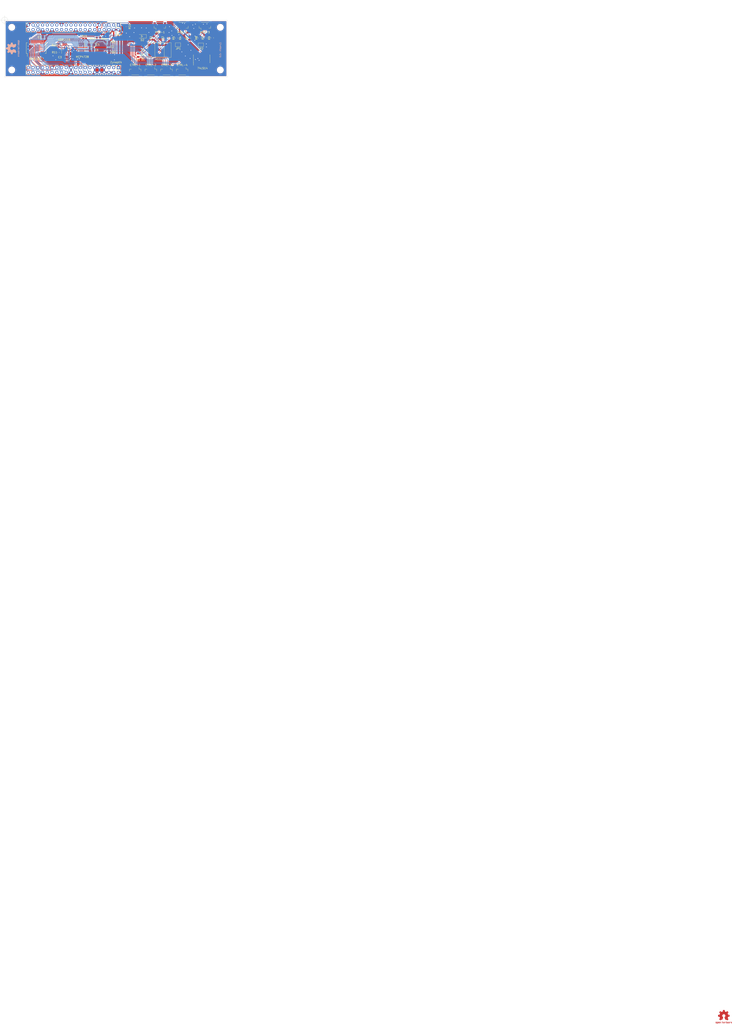
<source format=kicad_pcb>
(kicad_pcb (version 20171130) (host pcbnew 5.0.2-5.fc29)
  (title_block (title "Zynaptik Circuit") (rev 1.0) (company Zynthian))
  (layers (0 F.Cu signal) (31 B.Cu signal) (34 B.Paste user) (35 F.Paste user) (36 B.SilkS user) (37 F.SilkS user) (38 B.Mask user) (39 F.Mask user) (44 Edge.Cuts user))
  (net 0 "")
  (net 1 GND)
  (net 2 +5V)
  (net 3 "Net-(D1-Pad2)")
  (net 4 "Net-(D1-Pad1)")
  (net 5 /MIDI-IN)
  (net 6 /INTB)
  (net 7 /INTA)
  (net 8 /SCL)
  (net 9 /SDA)
  (net 10 /AD-3)
  (net 11 /AD-2)
  (net 12 /AD-1)
  (net 13 /AD-0)
  (net 14 /DA-0)
  (net 15 /DA-1)
  (net 16 /DA-2)
  (net 17 /DA-3)
  (net 18 "Net-(OC1-Pad1)")
  (net 19 /MIDI-THRU)
  (net 20 /MIDI-OUT)
  (net 21 +3V3)
  (net 22 /GPB0)
  (net 23 /GPB1)
  (net 24 /GPB2)
  (net 25 /GPB3)
  (net 26 /GPB4)
  (net 27 /GPB5)
  (net 28 /GPB6)
  (net 29 /GPA0)
  (net 30 /GPB7)
  (net 31 /GPA1)
  (net 32 /GPA2)
  (net 33 /GPA3)
  (net 34 /GPA4)
  (net 35 /GPA5)
  (net 36 /GPA6)
  (net 37 /GPA7)
  (net 38 "Net-(MIDI-1-Pad3)")
  (net 39 "Net-(MIDI-2-Pad4)")
  (net 40 "Net-(MIDI-2-Pad3)")
  (net 41 "Net-(MIDI-3-Pad3)")
  (net 42 "Net-(MIDI-3-Pad4)")
  (net 43 "Net-(U1-Pad2)")
  (net 44 "Net-(U1-Pad10)")
  (net 45 "Net-(JP1-Pad2)")
  (net 46 "Net-(JP1-Pad1)")
  (net 47 "Net-(JP2-Pad1)")
  (net 48 "Net-(JP2-Pad2)")
  (net 49 "Net-(R6-Pad2)")
  (net 50 "Net-(R9-Pad2)")
  (net 51 "Net-(R11-Pad1)")
  (net 52 "Net-(R12-Pad2)")
  (net 53 "Net-(R15-Pad1)")
  (net 54 GNDA)
  (net 55 +VDC)
  (module mod:JST_SH_BM04B-SRSS-TB_1x04-1MP_P1.00mm_Vertical (layer F.Cu) (at 165.1 104.14)
    (fp_text reference MIDI-3 (at 0 3.302) (layer F.SilkS))
    (fp_text value MIDI-OUT)
    (pad MP smd roundrect (at 2.8 -1.2) (size 1.2 1.8) (layers F.Cu F.Paste F.Mask) (roundrect_rratio 0.208333))
    (pad MP smd roundrect (at -2.8 -1.2) (size 1.2 1.8) (layers F.Cu F.Paste F.Mask) (roundrect_rratio 0.208333))
    (pad 4 smd roundrect (at 1.5 1.325) (size 0.6 1.55) (layers F.Cu F.Paste F.Mask) (net 42 "Net-(MIDI-3-Pad4)"))
    (pad 3 smd roundrect (at 0.5 1.325) (size 0.6 1.55) (layers F.Cu F.Paste F.Mask) (net 41 "Net-(MIDI-3-Pad3)"))
    (pad 2 smd roundrect (at -0.5 1.325) (size 0.6 1.55) (layers F.Cu F.Paste F.Mask) (net 47 "Net-(JP2-Pad1)"))
    (pad 1 smd roundrect (at -1.5 1.325) (size 0.6 1.55) (layers F.Cu F.Paste F.Mask) (net 2 +5V))
  )
  (module mod:JST_SH_BM04B-SRSS-TB_1x04-1MP_P1.00mm_Vertical (layer F.Cu) (at 153.035 104.14)
    (fp_text reference MIDI-2 (at -0.127 3.302) (layer F.SilkS))
    (fp_text value MIDI-THRU)
    (pad MP smd roundrect (at 2.8 -1.2) (size 1.2 1.8) (layers F.Cu F.Paste F.Mask) (roundrect_rratio 0.208333))
    (pad MP smd roundrect (at -2.8 -1.2) (size 1.2 1.8) (layers F.Cu F.Paste F.Mask) (roundrect_rratio 0.208333))
    (pad 4 smd roundrect (at 1.5 1.325) (size 0.6 1.55) (layers F.Cu F.Paste F.Mask) (net 39 "Net-(MIDI-2-Pad4)"))
    (pad 3 smd roundrect (at 0.5 1.325) (size 0.6 1.55) (layers F.Cu F.Paste F.Mask) (net 40 "Net-(MIDI-2-Pad3)"))
    (pad 2 smd roundrect (at -0.5 1.325) (size 0.6 1.55) (layers F.Cu F.Paste F.Mask) (net 46 "Net-(JP1-Pad1)"))
    (pad 1 smd roundrect (at -1.5 1.325) (size 0.6 1.55) (layers F.Cu F.Paste F.Mask) (net 2 +5V))
  )
  (module mod:JST_SH_BM04B-SRSS-TB_1x04-1MP_P1.00mm_Vertical (layer F.Cu) (at 140.97 104.14)
    (fp_text reference MIDI-1 (at 0 3.302) (layer F.SilkS))
    (fp_text value MIDI-IN)
    (pad MP smd roundrect (at 2.8 -1.2) (size 1.2 1.8) (layers F.Cu F.Paste F.Mask) (roundrect_rratio 0.208333))
    (pad MP smd roundrect (at -2.8 -1.2) (size 1.2 1.8) (layers F.Cu F.Paste F.Mask) (roundrect_rratio 0.208333))
    (pad 4 smd roundrect (at 1.5 1.325) (size 0.6 1.55) (layers F.Cu F.Paste F.Mask) (net 3 "Net-(D1-Pad2)"))
    (pad 3 smd roundrect (at 0.5 1.325) (size 0.6 1.55) (layers F.Cu F.Paste F.Mask) (net 38 "Net-(MIDI-1-Pad3)"))
    (pad 2 smd roundrect (at -0.5 1.325) (size 0.6 1.55) (layers F.Cu F.Paste F.Mask) (net 3 "Net-(D1-Pad2)"))
    (pad 1 smd roundrect (at -1.5 1.325) (size 0.6 1.55) (layers F.Cu F.Paste F.Mask) (net 4 "Net-(D1-Pad1)"))
  )
  (module mod:JST_SH_BM04B-SRSS-TB_1x04-1MP_P1.00mm_Vertical (layer F.Cu) (at 152.908 128.27 180)
    (fp_text reference CTRL-4 (at 0 3.302 180) (layer F.SilkS))
    (fp_text value CTRL-4)
    (pad MP smd roundrect (at 2.8 -1.2 180) (size 1.2 1.8) (layers F.Cu F.Paste F.Mask) (roundrect_rratio 0.208333))
    (pad MP smd roundrect (at -2.8 -1.2 180) (size 1.2 1.8) (layers F.Cu F.Paste F.Mask) (roundrect_rratio 0.208333))
    (pad 4 smd roundrect (at 1.5 1.325 180) (size 0.6 1.55) (layers F.Cu F.Paste F.Mask) (net 27 /GPB5))
    (pad 3 smd roundrect (at 0.5 1.325 180) (size 0.6 1.55) (layers F.Cu F.Paste F.Mask) (net 26 /GPB4))
    (pad 2 smd roundrect (at -0.5 1.325 180) (size 0.6 1.55) (layers F.Cu F.Paste F.Mask) (net 25 /GPB3))
    (pad 1 smd roundrect (at -1.5 1.325 180) (size 0.6 1.55) (layers F.Cu F.Paste F.Mask) (net 1 GND))
  )
  (module mod:JST_SH_BM04B-SRSS-TB_1x04-1MP_P1.00mm_Vertical (layer F.Cu) (at 144.526 128.27 180)
    (fp_text reference CTRL-3 (at 0 3.302 180) (layer F.SilkS))
    (fp_text value CTRL-3)
    (pad MP smd roundrect (at 2.8 -1.2 180) (size 1.2 1.8) (layers F.Cu F.Paste F.Mask) (roundrect_rratio 0.208333))
    (pad MP smd roundrect (at -2.8 -1.2 180) (size 1.2 1.8) (layers F.Cu F.Paste F.Mask) (roundrect_rratio 0.208333))
    (pad 4 smd roundrect (at 1.5 1.325 180) (size 0.6 1.55) (layers F.Cu F.Paste F.Mask) (net 24 /GPB2))
    (pad 3 smd roundrect (at 0.5 1.325 180) (size 0.6 1.55) (layers F.Cu F.Paste F.Mask) (net 23 /GPB1))
    (pad 2 smd roundrect (at -0.5 1.325 180) (size 0.6 1.55) (layers F.Cu F.Paste F.Mask) (net 22 /GPB0))
    (pad 1 smd roundrect (at -1.5 1.325 180) (size 0.6 1.55) (layers F.Cu F.Paste F.Mask) (net 1 GND))
  )
  (module mod:JST_SH_BM04B-SRSS-TB_1x04-1MP_P1.00mm_Vertical (layer F.Cu) (at 136.144 128.27 180)
    (fp_text reference CTRL-2 (at 0 3.302 180) (layer F.SilkS))
    (fp_text value CTRL-2)
    (pad MP smd roundrect (at 2.8 -1.2 180) (size 1.2 1.8) (layers F.Cu F.Paste F.Mask) (roundrect_rratio 0.208333))
    (pad MP smd roundrect (at -2.8 -1.2 180) (size 1.2 1.8) (layers F.Cu F.Paste F.Mask) (roundrect_rratio 0.208333))
    (pad 4 smd roundrect (at 1.5 1.325 180) (size 0.6 1.55) (layers F.Cu F.Paste F.Mask) (net 35 /GPA5))
    (pad 3 smd roundrect (at 0.5 1.325 180) (size 0.6 1.55) (layers F.Cu F.Paste F.Mask) (net 34 /GPA4))
    (pad 2 smd roundrect (at -0.5 1.325 180) (size 0.6 1.55) (layers F.Cu F.Paste F.Mask) (net 33 /GPA3))
    (pad 1 smd roundrect (at -1.5 1.325 180) (size 0.6 1.55) (layers F.Cu F.Paste F.Mask) (net 1 GND))
  )
  (module mod:JST_SH_BM04B-SRSS-TB_1x04-1MP_P1.00mm_Vertical (layer F.Cu) (at 127.762 128.27 180)
    (fp_text reference CTRL-1 (at 0 3.302 180) (layer F.SilkS))
    (fp_text value CTRL-1)
    (pad MP smd roundrect (at 2.8 -1.2 180) (size 1.2 1.8) (layers F.Cu F.Paste F.Mask) (roundrect_rratio 0.208333))
    (pad MP smd roundrect (at -2.8 -1.2 180) (size 1.2 1.8) (layers F.Cu F.Paste F.Mask) (roundrect_rratio 0.208333))
    (pad 4 smd roundrect (at 1.5 1.325 180) (size 0.6 1.55) (layers F.Cu F.Paste F.Mask) (net 32 /GPA2))
    (pad 3 smd roundrect (at 0.5 1.325 180) (size 0.6 1.55) (layers F.Cu F.Paste F.Mask) (net 31 /GPA1))
    (pad 2 smd roundrect (at -0.5 1.325 180) (size 0.6 1.55) (layers F.Cu F.Paste F.Mask) (net 29 /GPA0))
    (pad 1 smd roundrect (at -1.5 1.325 180) (size 0.6 1.55) (layers F.Cu F.Paste F.Mask) (net 1 GND))
  )
  (module "zynthian:Zynthian Logo Mask" (layer F.Cu) (at 173.2915 116.205 90)
    (fp_text reference G*** hide)
    (fp_text value "Zynthian Logo" hide)
  )
  (module Package_SO:SSOP-28_5.3x10.2mm_P0.65mm (layer F.Cu) (at 74.7 115.9 90)
    (fp_text reference MCP23017 (at -5.8 0.1 180) (layer F.SilkS))
    (fp_text value MCP23017)
    (pad 1 smd rect (at -3.6 -4.225 90) (size 1.75 0.45) (layers F.Cu F.Paste F.Mask) (net 22 /GPB0))
    (pad 2 smd rect (at -3.6 -3.575 90) (size 1.75 0.45) (layers F.Cu F.Paste F.Mask) (net 23 /GPB1))
    (pad 3 smd rect (at -3.6 -2.925 90) (size 1.75 0.45) (layers F.Cu F.Paste F.Mask) (net 24 /GPB2))
    (pad 4 smd rect (at -3.6 -2.275 90) (size 1.75 0.45) (layers F.Cu F.Paste F.Mask) (net 25 /GPB3))
    (pad 5 smd rect (at -3.6 -1.625 90) (size 1.75 0.45) (layers F.Cu F.Paste F.Mask) (net 26 /GPB4))
    (pad 6 smd rect (at -3.6 -0.975 90) (size 1.75 0.45) (layers F.Cu F.Paste F.Mask) (net 27 /GPB5))
    (pad 7 smd rect (at -3.6 -0.325 90) (size 1.75 0.45) (layers F.Cu F.Paste F.Mask) (net 28 /GPB6))
    (pad 8 smd rect (at -3.6 0.325 90) (size 1.75 0.45) (layers F.Cu F.Paste F.Mask) (net 30 /GPB7))
    (pad 9 smd rect (at -3.6 0.975 90) (size 1.75 0.45) (layers F.Cu F.Paste F.Mask) (net 2 +5V))
    (pad 10 smd rect (at -3.6 1.625 90) (size 1.75 0.45) (layers F.Cu F.Paste F.Mask) (net 1 GND))
    (pad 11 smd rect (at -3.6 2.275 90) (size 1.75 0.45) (layers F.Cu F.Paste F.Mask))
    (pad 12 smd rect (at -3.6 2.925 90) (size 1.75 0.45) (layers F.Cu F.Paste F.Mask) (net 8 /SCL))
    (pad 13 smd rect (at -3.6 3.575 90) (size 1.75 0.45) (layers F.Cu F.Paste F.Mask) (net 9 /SDA))
    (pad 14 smd rect (at -3.6 4.225 90) (size 1.75 0.45) (layers F.Cu F.Paste F.Mask))
    (pad 15 smd rect (at 3.6 4.225 90) (size 1.75 0.45) (layers F.Cu F.Paste F.Mask) (net 2 +5V))
    (pad 16 smd rect (at 3.6 3.575 90) (size 1.75 0.45) (layers F.Cu F.Paste F.Mask) (net 1 GND))
    (pad 17 smd rect (at 3.6 2.925 90) (size 1.75 0.45) (layers F.Cu F.Paste F.Mask) (net 1 GND))
    (pad 18 smd rect (at 3.6 2.275 90) (size 1.75 0.45) (layers F.Cu F.Paste F.Mask) (net 2 +5V))
    (pad 19 smd rect (at 3.6 1.625 90) (size 1.75 0.45) (layers F.Cu F.Paste F.Mask) (net 6 /INTB))
    (pad 20 smd rect (at 3.6 0.975 90) (size 1.75 0.45) (layers F.Cu F.Paste F.Mask) (net 7 /INTA))
    (pad 21 smd rect (at 3.6 0.325 90) (size 1.75 0.45) (layers F.Cu F.Paste F.Mask) (net 29 /GPA0))
    (pad 22 smd rect (at 3.6 -0.325 90) (size 1.75 0.45) (layers F.Cu F.Paste F.Mask) (net 31 /GPA1))
    (pad 23 smd rect (at 3.6 -0.975 90) (size 1.75 0.45) (layers F.Cu F.Paste F.Mask) (net 32 /GPA2))
    (pad 24 smd rect (at 3.6 -1.625 90) (size 1.75 0.45) (layers F.Cu F.Paste F.Mask) (net 33 /GPA3))
    (pad 25 smd rect (at 3.6 -2.275 90) (size 1.75 0.45) (layers F.Cu F.Paste F.Mask) (net 34 /GPA4))
    (pad 26 smd rect (at 3.6 -2.925 90) (size 1.75 0.45) (layers F.Cu F.Paste F.Mask) (net 35 /GPA5))
    (pad 27 smd rect (at 3.6 -3.575 90) (size 1.75 0.45) (layers F.Cu F.Paste F.Mask) (net 36 /GPA6))
    (pad 28 smd rect (at 3.6 -4.225 90) (size 1.75 0.45) (layers F.Cu F.Paste F.Mask) (net 37 /GPA7))
  )
  (module Package_SO:SOIC-14_3.9x8.7mm_P1.27mm (layer F.Cu) (at 163.39 121.68 90)
    (fp_text reference U1 hide)
    (fp_text value 74LS14)
    (fp_text user 74LS14 (at -5 0.4 180) (layer F.SilkS))
    (pad 1 smd rect (at -2.7 -3.81 90) (size 1.5 0.6) (layers F.Cu F.Paste F.Mask) (net 19 /MIDI-THRU))
    (pad 2 smd rect (at -2.7 -2.54 90) (size 1.5 0.6) (layers F.Cu F.Paste F.Mask) (net 43 "Net-(U1-Pad2)"))
    (pad 3 smd rect (at -2.7 -1.27 90) (size 1.5 0.6) (layers F.Cu F.Paste F.Mask) (net 43 "Net-(U1-Pad2)"))
    (pad 4 smd rect (at -2.7 0 90) (size 1.5 0.6) (layers F.Cu F.Paste F.Mask) (net 49 "Net-(R6-Pad2)"))
    (pad 5 smd rect (at -2.7 1.27 90) (size 1.5 0.6) (layers F.Cu F.Paste F.Mask))
    (pad 6 smd rect (at -2.7 2.54 90) (size 1.5 0.6) (layers F.Cu F.Paste F.Mask))
    (pad 7 smd rect (at -2.7 3.81 90) (size 1.5 0.6) (layers F.Cu F.Paste F.Mask) (net 1 GND))
    (pad 8 smd rect (at 2.7 3.81 90) (size 1.5 0.6) (layers F.Cu F.Paste F.Mask) (net 50 "Net-(R9-Pad2)"))
    (pad 9 smd rect (at 2.7 2.54 90) (size 1.5 0.6) (layers F.Cu F.Paste F.Mask) (net 44 "Net-(U1-Pad10)"))
    (pad 10 smd rect (at 2.7 1.27 90) (size 1.5 0.6) (layers F.Cu F.Paste F.Mask) (net 44 "Net-(U1-Pad10)"))
    (pad 11 smd rect (at 2.7 0 90) (size 1.5 0.6) (layers F.Cu F.Paste F.Mask) (net 20 /MIDI-OUT))
    (pad 12 smd rect (at 2.7 -1.27 90) (size 1.5 0.6) (layers F.Cu F.Paste F.Mask))
    (pad 13 smd rect (at 2.7 -2.54 90) (size 1.5 0.6) (layers F.Cu F.Paste F.Mask))
    (pad 14 smd rect (at 2.7 -3.81 90) (size 1.5 0.6) (layers F.Cu F.Paste F.Mask) (net 2 +5V))
  )
  (module Symbols:OSHW-Logo2_9.8x8mm_Mask (layer F.Cu) (at 62.23 116.078 90)
    (fp_text reference REF*** hide)
    (fp_text value OSHW-Logo2_9.8x8mm_Copper hide)
  )
  (module Mounting_Holes:MountingHole_2.7mm_M2.5_DIN965 (layer F.Cu) (at 61.595 104.775 180)
    (fp_text reference MH1 hide)
    (fp_text value MountingHole_2.7mm_M2.5_DIN965 hide)
    (pad 1 np_thru_hole circle (at 0 0 180) (size 2.7 2.7) (drill 2.7) (layers *.Cu *.Mask))
  )
  (module Mounting_Holes:MountingHole_2.7mm_M2.5_DIN965 (layer F.Cu) (at 61.595 127.635)
    (fp_text reference MH3 hide)
    (fp_text value MountingHole_2.7mm_M2.5_DIN965 hide)
    (pad 1 np_thru_hole circle (at 0 0) (size 2.7 2.7) (drill 2.7) (layers *.Cu *.Mask))
  )
  (module Mounting_Holes:MountingHole_2.7mm_M2.5_DIN965 (layer F.Cu) (at 173.355 104.775 180)
    (fp_text reference MH2 hide)
    (fp_text value MountingHole_2.7mm_M2.5_DIN965 hide)
    (pad 1 np_thru_hole circle (at 0 0 180) (size 2.7 2.7) (drill 2.7) (layers *.Cu *.Mask))
  )
  (module Mounting_Holes:MountingHole_2.7mm_M2.5_DIN965 (layer F.Cu) (at 173.355 127.635)
    (fp_text reference MH4 hide)
    (fp_text value MountingHole_2.7mm_M2.5_DIN965 hide)
    (pad 1 np_thru_hole circle (at 0 0) (size 2.7 2.7) (drill 2.7) (layers *.Cu *.Mask))
  )
  (module Symbols:OSHW-Logo2_9.8x8mm_Copper (layer F.Cu) (at 443.23 635)
    (fp_text reference REF*** hide)
    (fp_text value OSHW-Logo2_9.8x8mm_Copper hide)
    (fp_poly (pts (xy -3.231114 2.584505) (xy -3.156461 2.621727) (xy -3.090569 2.690261) (xy -3.072423 2.715648) (xy -3.052655 2.748866) (xy -3.039828 2.784945) (xy -3.03249 2.833098) (xy -3.029187 2.902536) (xy -3.028462 2.994206) (xy -3.031737 3.11983) (xy -3.043123 3.214154) (xy -3.064959 3.284523) (xy -3.099581 3.338286) (xy -3.14933 3.382788) (xy -3.152986 3.385423) (xy -3.202015 3.412377) (xy -3.261055 3.425712) (xy -3.336141 3.429) (xy -3.458205 3.429) (xy -3.458256 3.547497) (xy -3.459392 3.613492) (xy -3.466314 3.652202) (xy -3.484402 3.675419) (xy -3.519038 3.694933) (xy -3.527355 3.69892) (xy -3.56628 3.717603) (xy -3.596417 3.729403) (xy -3.618826 3.730422) (xy -3.634567 3.716761) (xy -3.644698 3.684522) (xy -3.650277 3.629804) (xy -3.652365 3.548711) (xy -3.652019 3.437344) (xy -3.6503 3.291802) (xy -3.649763 3.248269) (xy -3.647828 3.098205) (xy -3.646096 3.000042) (xy -3.458308 3.000042) (xy -3.457252 3.083364) (xy -3.452562 3.13788) (xy -3.441949 3.173837) (xy -3.423128 3.201482) (xy -3.41035 3.214965) (xy -3.35811 3.254417) (xy -3.311858 3.257628) (xy -3.264133 3.225049) (xy -3.262923 3.223846) (xy -3.243506 3.198668) (xy -3.231693 3.164447) (xy -3.225735 3.111748) (xy -3.22388 3.031131) (xy -3.223846 3.013271) (xy -3.22833 2.902175) (xy -3.242926 2.825161) (xy -3.26935 2.778147) (xy -3.309317 2.75705) (xy -3.332416 2.754923) (xy -3.387238 2.7649) (xy -3.424842 2.797752) (xy -3.447477 2.857857) (xy -3.457394 2.949598) (xy -3.458308 3.000042) (xy -3.646096 3.000042) (xy -3.645778 2.98206) (xy -3.643127 2.894679) (xy -3.639394 2.830905) (xy -3.634093 2.785582) (xy -3.626742 2.753555) (xy -3.616857 2.729668) (xy -3.603954 2.708764) (xy -3.598421 2.700898) (xy -3.525031 2.626595) (xy -3.43224 2.584467) (xy -3.324904 2.572722) (xy -3.231114 2.584505)) (layer F.Cu) (width 0.01))
    (fp_poly (pts (xy -1.728336 2.595089) (xy -1.665633 2.631358) (xy -1.622039 2.667358) (xy -1.590155 2.705075) (xy -1.56819 2.751199) (xy -1.554351 2.812421) (xy -1.546847 2.895431) (xy -1.543883 3.006919) (xy -1.543539 3.087062) (xy -1.543539 3.382065) (xy -1.709615 3.456515) (xy -1.719385 3.133402) (xy -1.723421 3.012729) (xy -1.727656 2.925141) (xy -1.732903 2.86465) (xy -1.739975 2.825268) (xy -1.749689 2.801007) (xy -1.762856 2.78588) (xy -1.767081 2.782606) (xy -1.831091 2.757034) (xy -1.895792 2.767153) (xy -1.934308 2.794) (xy -1.949975 2.813024) (xy -1.96082 2.837988) (xy -1.967712 2.875834) (xy -1.971521 2.933502) (xy -1.973117 3.017935) (xy -1.973385 3.105928) (xy -1.973437 3.216323) (xy -1.975328 3.294463) (xy -1.981655 3.347165) (xy -1.995017 3.381242) (xy -2.018015 3.403511) (xy -2.053246 3.420787) (xy -2.100303 3.438738) (xy -2.151697 3.458278) (xy -2.145579 3.111485) (xy -2.143116 2.986468) (xy -2.140233 2.894082) (xy -2.136102 2.827881) (xy -2.129893 2.78142) (xy -2.120774 2.748256) (xy -2.107917 2.721944) (xy -2.092416 2.698729) (xy -2.017629 2.624569) (xy -1.926372 2.581684) (xy -1.827117 2.571412) (xy -1.728336 2.595089)) (layer F.Cu) (width 0.01))
    (fp_poly (pts (xy -3.983114 2.587256) (xy -3.891536 2.635409) (xy -3.823951 2.712905) (xy -3.799943 2.762727) (xy -3.781262 2.837533) (xy -3.771699 2.932052) (xy -3.770792 3.03521) (xy -3.778079 3.135935) (xy -3.793097 3.223153) (xy -3.815385 3.285791) (xy -3.822235 3.296579) (xy -3.903368 3.377105) (xy -3.999734 3.425336) (xy -4.104299 3.43945) (xy -4.210032 3.417629) (xy -4.239457 3.404547) (xy -4.296759 3.364231) (xy -4.34705 3.310775) (xy -4.351803 3.303995) (xy -4.371122 3.271321) (xy -4.383892 3.236394) (xy -4.391436 3.190414) (xy -4.395076 3.124584) (xy -4.396135 3.030105) (xy -4.396154 3.008923) (xy -4.396106 3.002182) (xy -4.200769 3.002182) (xy -4.199632 3.091349) (xy -4.195159 3.15052) (xy -4.185754 3.188741) (xy -4.169824 3.215053) (xy -4.161692 3.223846) (xy -4.114942 3.257261) (xy -4.069553 3.255737) (xy -4.02366 3.226752) (xy -3.996288 3.195809) (xy -3.980077 3.150643) (xy -3.970974 3.07942) (xy -3.970349 3.071114) (xy -3.968796 2.942037) (xy -3.985035 2.846172) (xy -4.018848 2.784107) (xy -4.070016 2.756432) (xy -4.08828 2.754923) (xy -4.13624 2.762513) (xy -4.169047 2.788808) (xy -4.189105 2.839095) (xy -4.198822 2.918664) (xy -4.200769 3.002182) (xy -4.396106 3.002182) (xy -4.395426 2.908249) (xy -4.392371 2.837906) (xy -4.385678 2.789163) (xy -4.37404 2.753288) (xy -4.356147 2.721548) (xy -4.352192 2.715648) (xy -4.285733 2.636104) (xy -4.213315 2.589929) (xy -4.125151 2.571599) (xy -4.095213 2.570703) (xy -3.983114 2.587256)) (layer F.Cu) (width 0.01))
    (fp_poly (pts (xy -2.465746 2.599745) (xy -2.388714 2.651567) (xy -2.329184 2.726412) (xy -2.293622 2.821654) (xy -2.286429 2.891756) (xy -2.287246 2.921009) (xy -2.294086 2.943407) (xy -2.312888 2.963474) (xy -2.349592 2.985733) (xy -2.410138 3.014709) (xy -2.500466 3.054927) (xy -2.500923 3.055129) (xy -2.584067 3.09321) (xy -2.652247 3.127025) (xy -2.698495 3.152933) (xy -2.715842 3.167295) (xy -2.715846 3.167411) (xy -2.700557 3.198685) (xy -2.664804 3.233157) (xy -2.623758 3.25799) (xy -2.602963 3.262923) (xy -2.54623 3.245862) (xy -2.497373 3.203133) (xy -2.473535 3.156155) (xy -2.450603 3.121522) (xy -2.405682 3.082081) (xy -2.352877 3.048009) (xy -2.30629 3.02948) (xy -2.296548 3.028462) (xy -2.285582 3.045215) (xy -2.284921 3.088039) (xy -2.29298 3.145781) (xy -2.308173 3.207289) (xy -2.328914 3.261409) (xy -2.329962 3.26351) (xy -2.392379 3.35066) (xy -2.473274 3.409939) (xy -2.565144 3.439034) (xy -2.660487 3.435634) (xy -2.751802 3.397428) (xy -2.755862 3.394741) (xy -2.827694 3.329642) (xy -2.874927 3.244705) (xy -2.901066 3.133021) (xy -2.904574 3.101643) (xy -2.910787 2.953536) (xy -2.903339 2.884468) (xy -2.715846 2.884468) (xy -2.71341 2.927552) (xy -2.700086 2.940126) (xy -2.666868 2.930719) (xy -2.614506 2.908483) (xy -2.555976 2.88061) (xy -2.554521 2.879872) (xy -2.504911 2.853777) (xy -2.485 2.836363) (xy -2.48991 2.818107) (xy -2.510584 2.79412) (xy -2.563181 2.759406) (xy -2.619823 2.756856) (xy -2.670631 2.782119) (xy -2.705724 2.830847) (xy -2.715846 2.884468) (xy -2.903339 2.884468) (xy -2.898008 2.835036) (xy -2.865222 2.741055) (xy -2.819579 2.675215) (xy -2.737198 2.608681) (xy -2.646454 2.575676) (xy -2.553815 2.573573) (xy -2.465746 2.599745)) (layer F.Cu) (width 0.01))
    (fp_poly (pts (xy -0.840154 2.49212) (xy -0.834428 2.57198) (xy -0.827851 2.619039) (xy -0.818738 2.639566) (xy -0.805402 2.639829) (xy -0.801077 2.637378) (xy -0.743556 2.619636) (xy -0.668732 2.620672) (xy -0.592661 2.63891) (xy -0.545082 2.662505) (xy -0.496298 2.700198) (xy -0.460636 2.742855) (xy -0.436155 2.797057) (xy -0.420913 2.869384) (xy -0.41297 2.966419) (xy -0.410384 3.094742) (xy -0.410338 3.119358) (xy -0.410308 3.39587) (xy -0.471839 3.41732) (xy -0.515541 3.431912) (xy -0.539518 3.438706) (xy -0.540223 3.438769) (xy -0.542585 3.420345) (xy -0.544594 3.369526) (xy -0.546099 3.292993) (xy -0.546947 3.19743) (xy -0.547077 3.139329) (xy -0.547349 3.024771) (xy -0.548748 2.942667) (xy -0.552151 2.886393) (xy -0.558433 2.849326) (xy -0.568471 2.824844) (xy -0.583139 2.806325) (xy -0.592298 2.797406) (xy -0.655211 2.761466) (xy -0.723864 2.758775) (xy -0.786152 2.78917) (xy -0.797671 2.800144) (xy -0.814567 2.820779) (xy -0.826286 2.845256) (xy -0.833767 2.880647) (xy -0.837946 2.934026) (xy -0.839763 3.012466) (xy -0.840154 3.120617) (xy -0.840154 3.39587) (xy -0.901685 3.41732) (xy -0.945387 3.431912) (xy -0.969364 3.438706) (xy -0.97007 3.438769) (xy -0.971874 3.420069) (xy -0.9735 3.367322) (xy -0.974883 3.285557) (xy -0.975958 3.179805) (xy -0.97666 3.055094) (xy -0.976923 2.916455) (xy -0.976923 2.381806) (xy -0.849923 2.328236) (xy -0.840154 2.49212)) (layer F.Cu) (width 0.01))
    (fp_poly (pts (xy 0.053501 2.626303) (xy 0.13006 2.654733) (xy 0.130936 2.655279) (xy 0.178285 2.690127) (xy 0.213241 2.730852) (xy 0.237825 2.783925) (xy 0.254062 2.855814) (xy 0.263975 2.952992) (xy 0.269586 3.081928) (xy 0.270077 3.100298) (xy 0.277141 3.377287) (xy 0.217695 3.408028) (xy 0.174681 3.428802) (xy 0.14871 3.438646) (xy 0.147509 3.438769) (xy 0.143014 3.420606) (xy 0.139444 3.371612) (xy 0.137248 3.300031) (xy 0.136769 3.242068) (xy 0.136758 3.14817) (xy 0.132466 3.089203) (xy 0.117503 3.061079) (xy 0.085482 3.059706) (xy 0.030014 3.080998) (xy -0.053731 3.120136) (xy -0.115311 3.152643) (xy -0.146983 3.180845) (xy -0.156294 3.211582) (xy -0.156308 3.213104) (xy -0.140943 3.266054) (xy -0.095453 3.29466) (xy -0.025834 3.298803) (xy 0.024313 3.298084) (xy 0.050754 3.312527) (xy 0.067243 3.347218) (xy 0.076733 3.391416) (xy 0.063057 3.416493) (xy 0.057907 3.420082) (xy 0.009425 3.434496) (xy -0.058469 3.436537) (xy -0.128388 3.426983) (xy -0.177932 3.409522) (xy -0.24643 3.351364) (xy -0.285366 3.270408) (xy -0.293077 3.20716) (xy -0.287193 3.150111) (xy -0.265899 3.103542) (xy -0.223735 3.062181) (xy -0.155241 3.020755) (xy -0.054956 2.973993) (xy -0.048846 2.97135) (xy 0.04149 2.929617) (xy 0.097235 2.895391) (xy 0.121129 2.864635) (xy 0.115913 2.833311) (xy 0.084328 2.797383) (xy 0.074883 2.789116) (xy 0.011617 2.757058) (xy -0.053936 2.758407) (xy -0.111028 2.789838) (xy -0.148907 2.848024) (xy -0.152426 2.859446) (xy -0.1867 2.914837) (xy -0.230191 2.941518) (xy -0.293077 2.96796) (xy -0.293077 2.899548) (xy -0.273948 2.80011) (xy -0.217169 2.708902) (xy -0.187622 2.678389) (xy -0.120458 2.639228) (xy -0.035044 2.6215) (xy 0.053501 2.626303)) (layer F.Cu) (width 0.01))
    (fp_poly (pts (xy 0.713362 2.62467) (xy 0.802117 2.657421) (xy 0.874022 2.71535) (xy 0.902144 2.756128) (xy 0.932802 2.830954) (xy 0.932165 2.885058) (xy 0.899987 2.921446) (xy 0.888081 2.927633) (xy 0.836675 2.946925) (xy 0.810422 2.941982) (xy 0.80153 2.909587) (xy 0.801077 2.891692) (xy 0.784797 2.825859) (xy 0.742365 2.779807) (xy 0.683388 2.757564) (xy 0.617475 2.763161) (xy 0.563895 2.792229) (xy 0.545798 2.80881) (xy 0.532971 2.828925) (xy 0.524306 2.859332) (xy 0.518696 2.906788) (xy 0.515035 2.97805) (xy 0.512215 3.079875) (xy 0.511484 3.112115) (xy 0.50882 3.22241) (xy 0.505792 3.300036) (xy 0.50125 3.351396) (xy 0.494046 3.38289) (xy 0.483033 3.40092) (xy 0.46706 3.411888) (xy 0.456834 3.416733) (xy 0.413406 3.433301) (xy 0.387842 3.438769) (xy 0.379395 3.420507) (xy 0.374239 3.365296) (xy 0.372346 3.272499) (xy 0.373689 3.141478) (xy 0.374107 3.121269) (xy 0.377058 3.001733) (xy 0.380548 2.914449) (xy 0.385514 2.852591) (xy 0.392893 2.809336) (xy 0.403624 2.77786) (xy 0.418645 2.751339) (xy 0.426502 2.739975) (xy 0.471553 2.689692) (xy 0.52194 2.650581) (xy 0.528108 2.647167) (xy 0.618458 2.620212) (xy 0.713362 2.62467)) (layer F.Cu) (width 0.01))
    (fp_poly (pts (xy 1.602081 2.780289) (xy 1.601833 2.92632) (xy 1.600872 3.038655) (xy 1.598794 3.122678) (xy 1.595193 3.183769) (xy 1.589665 3.227309) (xy 1.581804 3.258679) (xy 1.571207 3.283262) (xy 1.563182 3.297294) (xy 1.496728 3.373388) (xy 1.41247 3.421084) (xy 1.319249 3.438199) (xy 1.2259 3.422546) (xy 1.170312 3.394418) (xy 1.111957 3.34576) (xy 1.072186 3.286333) (xy 1.04819 3.208507) (xy 1.037161 3.104652) (xy 1.035599 3.028462) (xy 1.035809 3.022986) (xy 1.172308 3.022986) (xy 1.173141 3.110355) (xy 1.176961 3.168192) (xy 1.185746 3.206029) (xy 1.201474 3.233398) (xy 1.220266 3.254042) (xy 1.283375 3.29389) (xy 1.351137 3.297295) (xy 1.415179 3.264025) (xy 1.420164 3.259517) (xy 1.441439 3.236067) (xy 1.454779 3.208166) (xy 1.462001 3.166641) (xy 1.464923 3.102316) (xy 1.465385 3.0312) (xy 1.464383 2.941858) (xy 1.460238 2.882258) (xy 1.451236 2.843089) (xy 1.435667 2.81504) (xy 1.422902 2.800144) (xy 1.3636 2.762575) (xy 1.295301 2.758057) (xy 1.23011 2.786753) (xy 1.217528 2.797406) (xy 1.196111 2.821063) (xy 1.182744 2.849251) (xy 1.175566 2.891245) (xy 1.172719 2.956319) (xy 1.172308 3.022986) (xy 1.035809 3.022986) (xy 1.040322 2.905765) (xy 1.056362 2.813577) (xy 1.086528 2.744269) (xy 1.133629 2.690211) (xy 1.170312 2.662505) (xy 1.23699 2.632572) (xy 1.314272 2.618678) (xy 1.38611 2.622397) (xy 1.426308 2.6374) (xy 1.442082 2.64167) (xy 1.45255 2.62575) (xy 1.459856 2.583089) (xy 1.465385 2.518106) (xy 1.471437 2.445732) (xy 1.479844 2.402187) (xy 1.495141 2.377287) (xy 1.521864 2.360845) (xy 1.538654 2.353564) (xy 1.602154 2.326963) (xy 1.602081 2.780289)) (layer F.Cu) (width 0.01))
    (fp_poly (pts (xy 2.395929 2.636662) (xy 2.398911 2.688068) (xy 2.401247 2.766192) (xy 2.402749 2.864857) (xy 2.403231 2.968343) (xy 2.403231 3.318533) (xy 2.341401 3.380363) (xy 2.298793 3.418462) (xy 2.26139 3.433895) (xy 2.21027 3.432918) (xy 2.189978 3.430433) (xy 2.126554 3.4232) (xy 2.074095 3.419055) (xy 2.061308 3.418672) (xy 2.018199 3.421176) (xy 1.956544 3.427462) (xy 1.932638 3.430433) (xy 1.873922 3.435028) (xy 1.834464 3.425046) (xy 1.795338 3.394228) (xy 1.781215 3.380363) (xy 1.719385 3.318533) (xy 1.719385 2.663503) (xy 1.76915 2.640829) (xy 1.812002 2.624034) (xy 1.837073 2.618154) (xy 1.843501 2.636736) (xy 1.849509 2.688655) (xy 1.854697 2.768172) (xy 1.858664 2.869546) (xy 1.860577 2.955192) (xy 1.865923 3.292231) (xy 1.91256 3.298825) (xy 1.954976 3.294214) (xy 1.97576 3.279287) (xy 1.98157 3.251377) (xy 1.98653 3.191925) (xy 1.990246 3.108466) (xy 1.992324 3.008532) (xy 1.992624 2.957104) (xy 1.992923 2.661054) (xy 2.054454 2.639604) (xy 2.098004 2.62502) (xy 2.121694 2.618219) (xy 2.122377 2.618154) (xy 2.124754 2.636642) (xy 2.127366 2.687906) (xy 2.129995 2.765649) (xy 2.132421 2.863574) (xy 2.134115 2.955192) (xy 2.139461 3.292231) (xy 2.256692 3.292231) (xy 2.262072 2.984746) (xy 2.267451 2.677261) (xy 2.324601 2.647707) (xy 2.366797 2.627413) (xy 2.39177 2.618204) (xy 2.392491 2.618154) (xy 2.395929 2.636662)) (layer F.Cu) (width 0.01))
    (fp_poly (pts (xy 2.887333 2.633528) (xy 2.94359 2.659117) (xy 2.987747 2.690124) (xy 3.020101 2.724795) (xy 3.042438 2.76952) (xy 3.056546 2.830692) (xy 3.064211 2.914701) (xy 3.06722 3.02794) (xy 3.067538 3.102509) (xy 3.067538 3.39342) (xy 3.017773 3.416095) (xy 2.978576 3.432667) (xy 2.959157 3.438769) (xy 2.955442 3.42061) (xy 2.952495 3.371648) (xy 2.950691 3.300153) (xy 2.950308 3.243385) (xy 2.948661 3.161371) (xy 2.944222 3.096309) (xy 2.93774 3.056467) (xy 2.93259 3.048) (xy 2.897977 3.056646) (xy 2.84364 3.078823) (xy 2.780722 3.108886) (xy 2.720368 3.141192) (xy 2.673721 3.170098) (xy 2.651926 3.189961) (xy 2.651839 3.190175) (xy 2.653714 3.226935) (xy 2.670525 3.262026) (xy 2.700039 3.290528) (xy 2.743116 3.300061) (xy 2.779932 3.29895) (xy 2.832074 3.298133) (xy 2.859444 3.310349) (xy 2.875882 3.342624) (xy 2.877955 3.34871) (xy 2.885081 3.394739) (xy 2.866024 3.422687) (xy 2.816353 3.436007) (xy 2.762697 3.43847) (xy 2.666142 3.42021) (xy 2.616159 3.394131) (xy 2.554429 3.332868) (xy 2.52169 3.25767) (xy 2.518753 3.178211) (xy 2.546424 3.104167) (xy 2.588047 3.057769) (xy 2.629604 3.031793) (xy 2.694922 2.998907) (xy 2.771038 2.965557) (xy 2.783726 2.960461) (xy 2.867333 2.923565) (xy 2.91553 2.891046) (xy 2.93103 2.858718) (xy 2.91655 2.822394) (xy 2.891692 2.794) (xy 2.832939 2.759039) (xy 2.768293 2.756417) (xy 2.709008 2.783358) (xy 2.666339 2.837088) (xy 2.660739 2.85095) (xy 2.628133 2.901936) (xy 2.58053 2.939787) (xy 2.520461 2.97085) (xy 2.520461 2.882768) (xy 2.523997 2.828951) (xy 2.539156 2.786534) (xy 2.572768 2.741279) (xy 2.605035 2.70642) (xy 2.655209 2.657062) (xy 2.694193 2.630547) (xy 2.736064 2.619911) (xy 2.78346 2.618154) (xy 2.887333 2.633528)) (layer F.Cu) (width 0.01))
    (fp_poly (pts (xy 3.570807 2.636782) (xy 3.594161 2.646988) (xy 3.649902 2.691134) (xy 3.697569 2.754967) (xy 3.727048 2.823087) (xy 3.731846 2.85667) (xy 3.71576 2.903556) (xy 3.680475 2.928365) (xy 3.642644 2.943387) (xy 3.625321 2.946155) (xy 3.616886 2.926066) (xy 3.60023 2.882351) (xy 3.592923 2.862598) (xy 3.551948 2.794271) (xy 3.492622 2.760191) (xy 3.416552 2.761239) (xy 3.410918 2.762581) (xy 3.370305 2.781836) (xy 3.340448 2.819375) (xy 3.320055 2.879809) (xy 3.307836 2.967751) (xy 3.3025 3.087813) (xy 3.302 3.151698) (xy 3.301752 3.252403) (xy 3.300126 3.321054) (xy 3.295801 3.364673) (xy 3.287454 3.390282) (xy 3.273765 3.404903) (xy 3.253411 3.415558) (xy 3.252234 3.416095) (xy 3.213038 3.432667) (xy 3.193619 3.438769) (xy 3.190635 3.420319) (xy 3.188081 3.369323) (xy 3.18614 3.292308) (xy 3.184997 3.195805) (xy 3.184769 3.125184) (xy 3.185932 2.988525) (xy 3.190479 2.884851) (xy 3.199999 2.808108) (xy 3.216081 2.752246) (xy 3.240313 2.711212) (xy 3.274286 2.678954) (xy 3.307833 2.65644) (xy 3.388499 2.626476) (xy 3.482381 2.619718) (xy 3.570807 2.636782)) (layer F.Cu) (width 0.01))
    (fp_poly (pts (xy 4.245224 2.647838) (xy 4.322528 2.698361) (xy 4.359814 2.74359) (xy 4.389353 2.825663) (xy 4.391699 2.890607) (xy 4.386385 2.977445) (xy 4.186115 3.065103) (xy 4.088739 3.109887) (xy 4.025113 3.145913) (xy 3.992029 3.177117) (xy 3.98628 3.207436) (xy 4.004658 3.240805) (xy 4.024923 3.262923) (xy 4.083889 3.298393) (xy 4.148024 3.300879) (xy 4.206926 3.273235) (xy 4.250197 3.21832) (xy 4.257936 3.198928) (xy 4.295006 3.138364) (xy 4.337654 3.112552) (xy 4.396154 3.090471) (xy 4.396154 3.174184) (xy 4.390982 3.23115) (xy 4.370723 3.279189) (xy 4.328262 3.334346) (xy 4.321951 3.341514) (xy 4.27472 3.390585) (xy 4.234121 3.41692) (xy 4.183328 3.429035) (xy 4.14122 3.433003) (xy 4.065902 3.433991) (xy 4.012286 3.421466) (xy 3.978838 3.402869) (xy 3.926268 3.361975) (xy 3.889879 3.317748) (xy 3.86685 3.262126) (xy 3.854359 3.187047) (xy 3.849587 3.084449) (xy 3.849206 3.032376) (xy 3.850501 2.969948) (xy 3.968471 2.969948) (xy 3.969839 3.003438) (xy 3.973249 3.008923) (xy 3.995753 3.001472) (xy 4.044182 2.981753) (xy 4.108908 2.953718) (xy 4.122443 2.947692) (xy 4.204244 2.906096) (xy 4.249312 2.869538) (xy 4.259217 2.835296) (xy 4.235526 2.800648) (xy 4.21596 2.785339) (xy 4.14536 2.754721) (xy 4.07928 2.75978) (xy 4.023959 2.797151) (xy 3.985636 2.863473) (xy 3.973349 2.916116) (xy 3.968471 2.969948) (xy 3.850501 2.969948) (xy 3.85173 2.91072) (xy 3.861032 2.82071) (xy 3.87946 2.755167) (xy 3.90936 2.706912) (xy 3.95308 2.668767) (xy 3.972141 2.65644) (xy 4.058726 2.624336) (xy 4.153522 2.622316) (xy 4.245224 2.647838)) (layer F.Cu) (width 0.01))
    (fp_poly (pts (xy 0.139878 -3.712224) (xy 0.245612 -3.711645) (xy 0.322132 -3.710078) (xy 0.374372 -3.707028) (xy 0.407263 -3.702004) (xy 0.425737 -3.694511) (xy 0.434727 -3.684056) (xy 0.439163 -3.670147) (xy 0.439594 -3.668346) (xy 0.446333 -3.635855) (xy 0.458808 -3.571748) (xy 0.475719 -3.482849) (xy 0.495771 -3.375981) (xy 0.517664 -3.257967) (xy 0.518429 -3.253822) (xy 0.540359 -3.138169) (xy 0.560877 -3.035986) (xy 0.578659 -2.953402) (xy 0.592381 -2.896544) (xy 0.600718 -2.871542) (xy 0.601116 -2.871099) (xy 0.625677 -2.85889) (xy 0.676315 -2.838544) (xy 0.742095 -2.814455) (xy 0.742461 -2.814326) (xy 0.825317 -2.783182) (xy 0.923 -2.743509) (xy 1.015077 -2.703619) (xy 1.019434 -2.701647) (xy 1.169407 -2.63358) (xy 1.501498 -2.860361) (xy 1.603374 -2.929496) (xy 1.695657 -2.991303) (xy 1.773003 -3.042267) (xy 1.830064 -3.078873) (xy 1.861495 -3.097606) (xy 1.864479 -3.098996) (xy 1.887321 -3.09281) (xy 1.929982 -3.062965) (xy 1.994128 -3.008053) (xy 2.081421 -2.926666) (xy 2.170535 -2.840078) (xy 2.256441 -2.754753) (xy 2.333327 -2.676892) (xy 2.396564 -2.611303) (xy 2.441523 -2.562795) (xy 2.463576 -2.536175) (xy 2.464396 -2.534805) (xy 2.466834 -2.516537) (xy 2.45765 -2.486705) (xy 2.434574 -2.441279) (xy 2.395337 -2.37623) (xy 2.33767 -2.28753) (xy 2.260795 -2.173343) (xy 2.19257 -2.072838) (xy 2.131582 -1.982697) (xy 2.081356 -1.908151) (xy 2.045416 -1.854435) (xy 2.027287 -1.826782) (xy 2.026146 -1.824905) (xy 2.028359 -1.79841) (xy 2.045138 -1.746914) (xy 2.073142 -1.680149) (xy 2.083122 -1.658828) (xy 2.126672 -1.563841) (xy 2.173134 -1.456063) (xy 2.210877 -1.362808) (xy 2.238073 -1.293594) (xy 2.259675 -1.240994) (xy 2.272158 -1.213503) (xy 2.273709 -1.211384) (xy 2.296668 -1.207876) (xy 2.350786 -1.198262) (xy 2.428868 -1.183911) (xy 2.523719 -1.166193) (xy 2.628143 -1.146475) (xy 2.734944 -1.126126) (xy 2.836926 -1.106514) (xy 2.926894 -1.089009) (xy 2.997653 -1.074978) (xy 3.042006 -1.065791) (xy 3.052885 -1.063193) (xy 3.064122 -1.056782) (xy 3.072605 -1.042303) (xy 3.078714 -1.014867) (xy 3.082832 -0.969589) (xy 3.085341 -0.90158) (xy 3.086621 -0.805953) (xy 3.087054 -0.67782) (xy 3.087077 -0.625299) (xy 3.087077 -0.198155) (xy 2.9845 -0.177909) (xy 2.927431 -0.16693) (xy 2.842269 -0.150905) (xy 2.739372 -0.131767) (xy 2.629096 -0.111449) (xy 2.598615 -0.105868) (xy 2.496855 -0.086083) (xy 2.408205 -0.066627) (xy 2.340108 -0.049303) (xy 2.300004 -0.035912) (xy 2.293323 -0.031921) (xy 2.276919 -0.003658) (xy 2.253399 0.051109) (xy 2.227316 0.121588) (xy 2.222142 0.136769) (xy 2.187956 0.230896) (xy 2.145523 0.337101) (xy 2.103997 0.432473) (xy 2.103792 0.432916) (xy 2.03464 0.582525) (xy 2.489512 1.251617) (xy 2.1975 1.544116) (xy 2.10918 1.63117) (xy 2.028625 1.707909) (xy 1.96036 1.770237) (xy 1.908908 1.814056) (xy 1.878794 1.83527) (xy 1.874474 1.836616) (xy 1.849111 1.826016) (xy 1.797358 1.796547) (xy 1.724868 1.751705) (xy 1.637294 1.694984) (xy 1.542612 1.631462) (xy 1.446516 1.566668) (xy 1.360837 1.510287) (xy 1.291016 1.465788) (xy 1.242494 1.436639) (xy 1.220782 1.426308) (xy 1.194293 1.43505) (xy 1.144062 1.458087) (xy 1.080451 1.490631) (xy 1.073708 1.494249) (xy 0.988046 1.53721) (xy 0.929306 1.558279) (xy 0.892772 1.558503) (xy 0.873731 1.538928) (xy 0.87362 1.538654) (xy 0.864102 1.515472) (xy 0.841403 1.460441) (xy 0.807282 1.377822) (xy 0.7635 1.271872) (xy 0.711816 1.146852) (xy 0.653992 1.00702) (xy 0.597991 0.871637) (xy 0.536447 0.722234) (xy 0.479939 0.583832) (xy 0.430161 0.460673) (xy 0.388806 0.357002) (xy 0.357568 0.277059) (xy 0.338141 0.225088) (xy 0.332154 0.205692) (xy 0.347168 0.183443) (xy 0.386439 0.147982) (xy 0.438807 0.108887) (xy 0.587941 -0.014755) (xy 0.704511 -0.156478) (xy 0.787118 -0.313296) (xy 0.834366 -0.482225) (xy 0.844857 -0.660278) (xy 0.837231 -0.742461) (xy 0.795682 -0.912969) (xy 0.724123 -1.063541) (xy 0.626995 -1.192691) (xy 0.508734 -1.298936) (xy 0.37378 -1.38079) (xy 0.226571 -1.436768) (xy 0.071544 -1.465385) (xy -0.086861 -1.465156) (xy -0.244206 -1.434595) (xy -0.396054 -1.372218) (xy -0.537965 -1.27654) (xy -0.597197 -1.222428) (xy -0.710797 -1.08348) (xy -0.789894 -0.931639) (xy -0.835014 -0.771333) (xy -0.846684 -0.606988) (xy -0.825431 -0.443029) (xy -0.77178 -0.283882) (xy -0.68626 -0.133975) (xy -0.569395 0.002267) (xy -0.438807 0.108887) (xy -0.384412 0.149642) (xy -0.345986 0.184718) (xy -0.332154 0.205726) (xy -0.339397 0.228635) (xy -0.359995 0.283365) (xy -0.392254 0.365672) (xy -0.434479 0.471315) (xy -0.484977 0.59605) (xy -0.542052 0.735636) (xy -0.598146 0.87167) (xy -0.660033 1.021201) (xy -0.717356 1.159767) (xy -0.768356 1.283107) (xy -0.811273 1.386964) (xy -0.844347 1.46708) (xy -0.865819 1.519195) (xy -0.873775 1.538654) (xy -0.892571 1.558423) (xy -0.928926 1.558365) (xy -0.987521 1.537441) (xy -1.073032 1.494613) (xy -1.073708 1.494249) (xy -1.138093 1.461012) (xy -1.190139 1.436802) (xy -1.219488 1.426404) (xy -1.220783 1.426308) (xy -1.242876 1.436855) (xy -1.291652 1.466184) (xy -1.361669 1.510827) (xy -1.447486 1.567314) (xy -1.542612 1.631462) (xy -1.63946 1.696411) (xy -1.726747 1.752896) (xy -1.798819 1.797421) (xy -1.850023 1.82649) (xy -1.874474 1.836616) (xy -1.89699 1.823307) (xy -1.942258 1.786112) (xy -2.005756 1.729128) (xy -2.082961 1.656449) (xy -2.169349 1.572171) (xy -2.197601 1.544016) (xy -2.489713 1.251416) (xy -2.267369 0.925104) (xy -2.199798 0.824897) (xy -2.140493 0.734963) (xy -2.092783 0.66051) (xy -2.059993 0.606751) (xy -2.045452 0.578894) (xy -2.045026 0.576912) (xy -2.052692 0.550655) (xy -2.073311 0.497837) (xy -2.103315 0.42731) (xy -2.124375 0.380093) (xy -2.163752 0.289694) (xy -2.200835 0.198366) (xy -2.229585 0.1212) (xy -2.237395 0.097692) (xy -2.259583 0.034916) (xy -2.281273 -0.013589) (xy -2.293187 -0.031921) (xy -2.319477 -0.043141) (xy -2.376858 -0.059046) (xy -2.457882 -0.077833) (xy -2.555105 -0.097701) (xy -2.598615 -0.105868) (xy -2.709104 -0.126171) (xy -2.815084 -0.14583) (xy -2.906199 -0.162912) (xy -2.972092 -0.175482) (xy -2.9845 -0.177909) (xy -3.087077 -0.198155) (xy -3.087077 -0.625299) (xy -3.086847 -0.765754) (xy -3.085901 -0.872021) (xy -3.083859 -0.948987) (xy -3.080338 -1.00154) (xy -3.074957 -1.034567) (xy -3.067334 -1.052955) (xy -3.057088 -1.061592) (xy -3.052885 -1.063193) (xy -3.02753 -1.068873) (xy -2.971516 -1.080205) (xy -2.892036 -1.095821) (xy -2.796288 -1.114353) (xy -2.691467 -1.134431) (xy -2.584768 -1.154688) (xy -2.483387 -1.173754) (xy -2.394521 -1.190261) (xy -2.325363 -1.202841) (xy -2.283111 -1.210125) (xy -2.27371 -1.211384) (xy -2.265193 -1.228237) (xy -2.24634 -1.27313) (xy -2.220676 -1.33757) (xy -2.210877 -1.362808) (xy -2.171352 -1.460314) (xy -2.124808 -1.568041) (xy -2.083123 -1.658828) (xy -2.05245 -1.728247) (xy -2.032044 -1.78529) (xy -2.025232 -1.820223) (xy -2.026318 -1.824905) (xy -2.040715 -1.847009) (xy -2.073588 -1.896169) (xy -2.12141 -1.967152) (xy -2.180652 -2.054722) (xy -2.247785 -2.153643) (xy -2.261059 -2.17317) (xy -2.338954 -2.28886) (xy -2.396213 -2.376956) (xy -2.435119 -2.441514) (xy -2.457956 -2.486589) (xy -2.467006 -2.516237) (xy -2.464552 -2.534515) (xy -2.464489 -2.534631) (xy -2.445173 -2.558639) (xy -2.402449 -2.605053) (xy -2.340949 -2.669063) (xy -2.265302 -2.745855) (xy -2.180139 -2.830618) (xy -2.170535 -2.840078) (xy -2.06321 -2.944011) (xy -1.980385 -3.020325) (xy -1.920395 -3.070429) (xy -1.881577 -3.09573) (xy -1.86448 -3.098996) (xy -1.839527 -3.08475) (xy -1.787745 -3.051844) (xy -1.71448 -3.003792) (xy -1.62508 -2.94411) (xy -1.524889 -2.876312) (xy -1.501499 -2.860361) (xy -1.169407 -2.63358) (xy -1.019435 -2.701647) (xy -0.92823 -2.741315) (xy -0.830331 -2.781209) (xy -0.746169 -2.813017) (xy -0.742462 -2.814326) (xy -0.676631 -2.838424) (xy -0.625884 -2.8588) (xy -0.601158 -2.871064) (xy -0.601116 -2.871099) (xy -0.593271 -2.893266) (xy -0.579934 -2.947783) (xy -0.56243 -3.02852) (xy -0.542083 -3.12935) (xy -0.520218 -3.244144) (xy -0.518429 -3.253822) (xy -0.496496 -3.372096) (xy -0.47636 -3.479458) (xy -0.45932 -3.569083) (xy -0.446672 -3.634149) (xy -0.439716 -3.667832) (xy -0.439594 -3.668346) (xy -0.435361 -3.682675) (xy -0.427129 -3.693493) (xy -0.409967 -3.701294) (xy -0.378942 -3.706571) (xy -0.329122 -3.709818) (xy -0.255576 -3.711528) (xy -0.153371 -3.712193) (xy -0.017575 -3.712307) (xy 0 -3.712308) (xy 0.139878 -3.712224)) (layer F.Cu) (width 0.01))
  )
  (module Symbols:OSHW-Logo2_9.8x8mm_SilkScreen (layer B.Cu) (at 62.23 116.078 270)
    (fp_text reference REF*** hide)
    (fp_text value OSHW-Logo2_9.8x8mm_SilkScreen hide)
  )
  (module Capacitor_SMD:C_0805_2012Metric (layer F.Cu) (at 131.98 114.56 270)
    (fp_text reference C1 (at 2.465 -0.005 180) (layer F.SilkS))
    (fp_text value 100n)
    (pad 1 smd roundrect (at -0.9375 0 270) (size 0.975 1.4) (layers F.Cu F.Paste F.Mask) (net 2 +5V))
    (pad 2 smd roundrect (at 0.9375 0 270) (size 0.975 1.4) (layers F.Cu F.Paste F.Mask) (net 1 GND))
  )
  (module Capacitor_SMD:C_0805_2012Metric (layer F.Cu) (at 79.2 110 180)
    (fp_text reference C4 (at 2.8 0 180) (layer F.SilkS))
    (fp_text value 100n)
    (pad 2 smd roundrect (at 0.9375 0 180) (size 0.975 1.4) (layers F.Cu F.Paste F.Mask) (net 1 GND))
    (pad 1 smd roundrect (at -0.9375 0 180) (size 0.975 1.4) (layers F.Cu F.Paste F.Mask) (net 2 +5V))
  )
  (module Diode_SMD:D_SOD-123 (layer F.Cu) (at 131.5 109.6 180)
    (fp_text reference D2 (at -0.1 -2 180) (layer F.SilkS))
    (fp_text value 1N5819)
    (pad 1 smd rect (at -1.65 0 180) (size 0.9 1.2) (layers F.Cu F.Paste F.Mask) (net 19 /MIDI-THRU))
    (pad 2 smd rect (at 1.65 0 180) (size 0.9 1.2) (layers F.Cu F.Paste F.Mask) (net 5 /MIDI-IN))
  )
  (module Resistor_SMD:R_0805_2012Metric (layer F.Cu) (at 129.28 119.7 90)
    (fp_text reference R1 (at -2.465 0.155 180) (layer F.SilkS))
    (fp_text value 100)
    (pad 2 smd roundrect (at 0.9375 0 90) (size 0.975 1.4) (layers F.Cu F.Paste F.Mask) (net 38 "Net-(MIDI-1-Pad3)"))
    (pad 1 smd roundrect (at -0.9375 0 90) (size 0.975 1.4) (layers F.Cu F.Paste F.Mask) (net 4 "Net-(D1-Pad1)"))
  )
  (module Resistor_SMD:R_0805_2012Metric (layer F.Cu) (at 144.145 110.49 90)
    (fp_text reference R2 (at 0 -1.65 90) (layer F.SilkS))
    (fp_text value 470)
    (pad 2 smd roundrect (at 0.9375 0 90) (size 0.975 1.4) (layers F.Cu F.Paste F.Mask) (net 4 "Net-(D1-Pad1)"))
    (pad 1 smd roundrect (at -0.9375 0 90) (size 0.975 1.4) (layers F.Cu F.Paste F.Mask) (net 18 "Net-(OC1-Pad1)"))
  )
  (module Resistor_SMD:R_0805_2012Metric (layer F.Cu) (at 137.795 110.49 90)
    (fp_text reference R3 (at 0 -1.65 90) (layer F.SilkS))
    (fp_text value 1K)
    (pad 1 smd roundrect (at -0.9375 0 90) (size 0.975 1.4) (layers F.Cu F.Paste F.Mask) (net 2 +5V))
    (pad 2 smd roundrect (at 0.9375 0 90) (size 0.975 1.4) (layers F.Cu F.Paste F.Mask) (net 19 /MIDI-THRU))
  )
  (module Connector_PinHeader_2.54mm:PinHeader_2x20_P2.54mm_Vertical (layer F.Cu) (at 118.745 103.505 270)
    (fp_text reference RBPi-1 hide)
    (fp_text value "RBPi GPIO")
    (fp_text user RBPi (at 5.295 -0.255) (layer F.SilkS))
    (pad 40 thru_hole oval (at 2.54 48.26 270) (size 1.7 1.7) (drill 1) (layers *.Cu *.Mask))
    (pad 39 thru_hole oval (at 0 48.26 270) (size 1.7 1.7) (drill 1) (layers *.Cu *.Mask) (net 1 GND))
    (pad 38 thru_hole oval (at 2.54 45.72 270) (size 1.7 1.7) (drill 1) (layers *.Cu *.Mask))
    (pad 37 thru_hole oval (at 0 45.72 270) (size 1.7 1.7) (drill 1) (layers *.Cu *.Mask) (net 6 /INTB))
    (pad 36 thru_hole oval (at 2.54 43.18 270) (size 1.7 1.7) (drill 1) (layers *.Cu *.Mask) (net 7 /INTA))
    (pad 35 thru_hole oval (at 0 43.18 270) (size 1.7 1.7) (drill 1) (layers *.Cu *.Mask))
    (pad 34 thru_hole oval (at 2.54 40.64 270) (size 1.7 1.7) (drill 1) (layers *.Cu *.Mask) (net 1 GND))
    (pad 33 thru_hole oval (at 0 40.64 270) (size 1.7 1.7) (drill 1) (layers *.Cu *.Mask))
    (pad 32 thru_hole oval (at 2.54 38.1 270) (size 1.7 1.7) (drill 1) (layers *.Cu *.Mask))
    (pad 31 thru_hole oval (at 0 38.1 270) (size 1.7 1.7) (drill 1) (layers *.Cu *.Mask))
    (pad 30 thru_hole oval (at 2.54 35.56 270) (size 1.7 1.7) (drill 1) (layers *.Cu *.Mask) (net 1 GND))
    (pad 29 thru_hole oval (at 0 35.56 270) (size 1.7 1.7) (drill 1) (layers *.Cu *.Mask))
    (pad 28 thru_hole oval (at 2.54 33.02 270) (size 1.7 1.7) (drill 1) (layers *.Cu *.Mask))
    (pad 27 thru_hole oval (at 0 33.02 270) (size 1.7 1.7) (drill 1) (layers *.Cu *.Mask))
    (pad 26 thru_hole oval (at 2.54 30.48 270) (size 1.7 1.7) (drill 1) (layers *.Cu *.Mask))
    (pad 25 thru_hole oval (at 0 30.48 270) (size 1.7 1.7) (drill 1) (layers *.Cu *.Mask) (net 1 GND))
    (pad 24 thru_hole oval (at 2.54 27.94 270) (size 1.7 1.7) (drill 1) (layers *.Cu *.Mask))
    (pad 23 thru_hole oval (at 0 27.94 270) (size 1.7 1.7) (drill 1) (layers *.Cu *.Mask))
    (pad 22 thru_hole oval (at 2.54 25.4 270) (size 1.7 1.7) (drill 1) (layers *.Cu *.Mask))
    (pad 21 thru_hole oval (at 0 25.4 270) (size 1.7 1.7) (drill 1) (layers *.Cu *.Mask))
    (pad 20 thru_hole oval (at 2.54 22.86 270) (size 1.7 1.7) (drill 1) (layers *.Cu *.Mask) (net 1 GND))
    (pad 19 thru_hole oval (at 0 22.86 270) (size 1.7 1.7) (drill 1) (layers *.Cu *.Mask))
    (pad 18 thru_hole oval (at 2.54 20.32 270) (size 1.7 1.7) (drill 1) (layers *.Cu *.Mask))
    (pad 17 thru_hole oval (at 0 20.32 270) (size 1.7 1.7) (drill 1) (layers *.Cu *.Mask))
    (pad 16 thru_hole oval (at 2.54 17.78 270) (size 1.7 1.7) (drill 1) (layers *.Cu *.Mask))
    (pad 15 thru_hole oval (at 0 17.78 270) (size 1.7 1.7) (drill 1) (layers *.Cu *.Mask))
    (pad 14 thru_hole oval (at 2.54 15.24 270) (size 1.7 1.7) (drill 1) (layers *.Cu *.Mask) (net 1 GND))
    (pad 13 thru_hole oval (at 0 15.24 270) (size 1.7 1.7) (drill 1) (layers *.Cu *.Mask))
    (pad 12 thru_hole oval (at 2.54 12.7 270) (size 1.7 1.7) (drill 1) (layers *.Cu *.Mask))
    (pad 11 thru_hole oval (at 0 12.7 270) (size 1.7 1.7) (drill 1) (layers *.Cu *.Mask))
    (pad 10 thru_hole oval (at 2.54 10.16 270) (size 1.7 1.7) (drill 1) (layers *.Cu *.Mask) (net 5 /MIDI-IN))
    (pad 9 thru_hole oval (at 0 10.16 270) (size 1.7 1.7) (drill 1) (layers *.Cu *.Mask) (net 1 GND))
    (pad 8 thru_hole oval (at 2.54 7.62 270) (size 1.7 1.7) (drill 1) (layers *.Cu *.Mask) (net 20 /MIDI-OUT))
    (pad 7 thru_hole oval (at 0 7.62 270) (size 1.7 1.7) (drill 1) (layers *.Cu *.Mask))
    (pad 6 thru_hole oval (at 2.54 5.08 270) (size 1.7 1.7) (drill 1) (layers *.Cu *.Mask) (net 1 GND))
    (pad 5 thru_hole oval (at 0 5.08 270) (size 1.7 1.7) (drill 1) (layers *.Cu *.Mask) (net 8 /SCL))
    (pad 4 thru_hole oval (at 2.54 2.54 270) (size 1.7 1.7) (drill 1) (layers *.Cu *.Mask) (net 2 +5V))
    (pad 3 thru_hole oval (at 0 2.54 270) (size 1.7 1.7) (drill 1) (layers *.Cu *.Mask) (net 9 /SDA))
    (pad 2 thru_hole oval (at 2.54 0 270) (size 1.7 1.7) (drill 1) (layers *.Cu *.Mask) (net 2 +5V))
    (pad 1 thru_hole rect (at 0 0 270) (size 1.7 1.7) (drill 1) (layers *.Cu *.Mask) (net 21 +3V3))
  )
  (module Connector_PinHeader_2.54mm:PinHeader_2x20_P2.54mm_Vertical (layer F.Cu) (at 118.745 126.365 270)
    (fp_text reference Zynaptik-1 hide)
    (fp_text value "Zynaptik GPIO")
    (fp_text user Zynaptik (at -2.865 1.245) (layer F.SilkS))
    (pad 1 thru_hole rect (at 0 0 270) (size 1.7 1.7) (drill 1) (layers *.Cu *.Mask) (net 21 +3V3))
    (pad 2 thru_hole oval (at 2.54 0 270) (size 1.7 1.7) (drill 1) (layers *.Cu *.Mask) (net 2 +5V))
    (pad 3 thru_hole oval (at 0 2.54 270) (size 1.7 1.7) (drill 1) (layers *.Cu *.Mask) (net 9 /SDA))
    (pad 4 thru_hole oval (at 2.54 2.54 270) (size 1.7 1.7) (drill 1) (layers *.Cu *.Mask) (net 1 GND))
    (pad 5 thru_hole oval (at 0 5.08 270) (size 1.7 1.7) (drill 1) (layers *.Cu *.Mask) (net 8 /SCL))
    (pad 6 thru_hole oval (at 2.54 5.08 270) (size 1.7 1.7) (drill 1) (layers *.Cu *.Mask) (net 1 GND))
    (pad 7 thru_hole oval (at 0 7.62 270) (size 1.7 1.7) (drill 1) (layers *.Cu *.Mask) (net 1 GND))
    (pad 8 thru_hole oval (at 2.54 7.62 270) (size 1.7 1.7) (drill 1) (layers *.Cu *.Mask) (net 1 GND))
    (pad 9 thru_hole oval (at 0 10.16 270) (size 1.7 1.7) (drill 1) (layers *.Cu *.Mask) (net 1 GND))
    (pad 10 thru_hole oval (at 2.54 10.16 270) (size 1.7 1.7) (drill 1) (layers *.Cu *.Mask) (net 1 GND))
    (pad 11 thru_hole oval (at 0 12.7 270) (size 1.7 1.7) (drill 1) (layers *.Cu *.Mask) (net 1 GND))
    (pad 12 thru_hole oval (at 2.54 12.7 270) (size 1.7 1.7) (drill 1) (layers *.Cu *.Mask) (net 1 GND))
    (pad 13 thru_hole oval (at 0 15.24 270) (size 1.7 1.7) (drill 1) (layers *.Cu *.Mask) (net 17 /DA-3))
    (pad 14 thru_hole oval (at 2.54 15.24 270) (size 1.7 1.7) (drill 1) (layers *.Cu *.Mask) (net 10 /AD-3))
    (pad 15 thru_hole oval (at 0 17.78 270) (size 1.7 1.7) (drill 1) (layers *.Cu *.Mask) (net 16 /DA-2))
    (pad 16 thru_hole oval (at 2.54 17.78 270) (size 1.7 1.7) (drill 1) (layers *.Cu *.Mask) (net 11 /AD-2))
    (pad 17 thru_hole oval (at 0 20.32 270) (size 1.7 1.7) (drill 1) (layers *.Cu *.Mask) (net 15 /DA-1))
    (pad 18 thru_hole oval (at 2.54 20.32 270) (size 1.7 1.7) (drill 1) (layers *.Cu *.Mask) (net 12 /AD-1))
    (pad 19 thru_hole oval (at 0 22.86 270) (size 1.7 1.7) (drill 1) (layers *.Cu *.Mask) (net 14 /DA-0))
    (pad 20 thru_hole oval (at 2.54 22.86 270) (size 1.7 1.7) (drill 1) (layers *.Cu *.Mask) (net 13 /AD-0))
    (pad 21 thru_hole oval (at 0 25.4 270) (size 1.7 1.7) (drill 1) (layers *.Cu *.Mask) (net 1 GND))
    (pad 22 thru_hole oval (at 2.54 25.4 270) (size 1.7 1.7) (drill 1) (layers *.Cu *.Mask) (net 1 GND))
    (pad 23 thru_hole oval (at 0 27.94 270) (size 1.7 1.7) (drill 1) (layers *.Cu *.Mask) (net 30 /GPB7))
    (pad 24 thru_hole oval (at 2.54 27.94 270) (size 1.7 1.7) (drill 1) (layers *.Cu *.Mask) (net 29 /GPA0))
    (pad 25 thru_hole oval (at 0 30.48 270) (size 1.7 1.7) (drill 1) (layers *.Cu *.Mask) (net 28 /GPB6))
    (pad 26 thru_hole oval (at 2.54 30.48 270) (size 1.7 1.7) (drill 1) (layers *.Cu *.Mask) (net 31 /GPA1))
    (pad 27 thru_hole oval (at 0 33.02 270) (size 1.7 1.7) (drill 1) (layers *.Cu *.Mask) (net 27 /GPB5))
    (pad 28 thru_hole oval (at 2.54 33.02 270) (size 1.7 1.7) (drill 1) (layers *.Cu *.Mask) (net 32 /GPA2))
    (pad 29 thru_hole oval (at 0 35.56 270) (size 1.7 1.7) (drill 1) (layers *.Cu *.Mask) (net 1 GND))
    (pad 30 thru_hole oval (at 2.54 35.56 270) (size 1.7 1.7) (drill 1) (layers *.Cu *.Mask) (net 33 /GPA3))
    (pad 31 thru_hole oval (at 0 38.1 270) (size 1.7 1.7) (drill 1) (layers *.Cu *.Mask) (net 26 /GPB4))
    (pad 32 thru_hole oval (at 2.54 38.1 270) (size 1.7 1.7) (drill 1) (layers *.Cu *.Mask) (net 34 /GPA4))
    (pad 33 thru_hole oval (at 0 40.64 270) (size 1.7 1.7) (drill 1) (layers *.Cu *.Mask) (net 25 /GPB3))
    (pad 34 thru_hole oval (at 2.54 40.64 270) (size 1.7 1.7) (drill 1) (layers *.Cu *.Mask) (net 1 GND))
    (pad 35 thru_hole oval (at 0 43.18 270) (size 1.7 1.7) (drill 1) (layers *.Cu *.Mask) (net 24 /GPB2))
    (pad 36 thru_hole oval (at 2.54 43.18 270) (size 1.7 1.7) (drill 1) (layers *.Cu *.Mask) (net 35 /GPA5))
    (pad 37 thru_hole oval (at 0 45.72 270) (size 1.7 1.7) (drill 1) (layers *.Cu *.Mask) (net 23 /GPB1))
    (pad 38 thru_hole oval (at 2.54 45.72 270) (size 1.7 1.7) (drill 1) (layers *.Cu *.Mask) (net 36 /GPA6))
    (pad 39 thru_hole oval (at 0 48.26 270) (size 1.7 1.7) (drill 1) (layers *.Cu *.Mask) (net 22 /GPB0))
    (pad 40 thru_hole oval (at 2.54 48.26 270) (size 1.7 1.7) (drill 1) (layers *.Cu *.Mask) (net 37 /GPA7))
  )
  (module Resistor_SMD:R_0805_2012Metric (layer F.Cu) (at 153.416 110.49 270)
    (fp_text reference R4 (at 0.0635 1.524 270) (layer F.SilkS))
    (fp_text value 330)
    (pad 2 smd roundrect (at 0.9375 0 270) (size 0.975 1.4) (layers F.Cu F.Paste F.Mask) (net 45 "Net-(JP1-Pad2)"))
    (pad 1 smd roundrect (at -0.9375 0 270) (size 0.975 1.4) (layers F.Cu F.Paste F.Mask) (net 2 +5V))
  )
  (module Resistor_SMD:R_0805_2012Metric (layer F.Cu) (at 149.987 110.5535 90)
    (fp_text reference R5 (at 0 -1.65 90) (layer F.SilkS))
    (fp_text value 10)
    (pad 1 smd roundrect (at -0.9375 0 90) (size 0.975 1.4) (layers F.Cu F.Paste F.Mask) (net 40 "Net-(MIDI-2-Pad3)"))
    (pad 2 smd roundrect (at 0.9375 0 90) (size 0.975 1.4) (layers F.Cu F.Paste F.Mask) (net 46 "Net-(JP1-Pad1)"))
  )
  (module Resistor_SMD:R_0805_2012Metric (layer F.Cu) (at 156.845 110.5535 270)
    (fp_text reference R6 (at 0 1.524 270) (layer F.SilkS))
    (fp_text value 33)
    (pad 2 smd roundrect (at 0.9375 0 270) (size 0.975 1.4) (layers F.Cu F.Paste F.Mask) (net 49 "Net-(R6-Pad2)"))
    (pad 1 smd roundrect (at -0.9375 0 270) (size 0.975 1.4) (layers F.Cu F.Paste F.Mask) (net 39 "Net-(MIDI-2-Pad4)"))
  )
  (module Resistor_SMD:R_0805_2012Metric (layer F.Cu) (at 165.608 110.49 270)
    (fp_text reference R7 (at 0 1.5875 270) (layer F.SilkS))
    (fp_text value 330)
    (pad 1 smd roundrect (at -0.9375 0 270) (size 0.975 1.4) (layers F.Cu F.Paste F.Mask) (net 2 +5V))
    (pad 2 smd roundrect (at 0.9375 0 270) (size 0.975 1.4) (layers F.Cu F.Paste F.Mask) (net 48 "Net-(JP2-Pad2)"))
  )
  (module Resistor_SMD:R_0805_2012Metric (layer F.Cu) (at 162.2425 110.49 90)
    (fp_text reference R8 (at 0 -1.65 90) (layer F.SilkS))
    (fp_text value 10)
    (pad 2 smd roundrect (at 0.9375 0 90) (size 0.975 1.4) (layers F.Cu F.Paste F.Mask) (net 47 "Net-(JP2-Pad1)"))
    (pad 1 smd roundrect (at -0.9375 0 90) (size 0.975 1.4) (layers F.Cu F.Paste F.Mask) (net 41 "Net-(MIDI-3-Pad3)"))
  )
  (module Resistor_SMD:R_0805_2012Metric (layer F.Cu) (at 169.037 110.4265 270)
    (fp_text reference R9 (at 0.127 1.5875 270) (layer F.SilkS))
    (fp_text value 33)
    (pad 1 smd roundrect (at -0.9375 0 270) (size 0.975 1.4) (layers F.Cu F.Paste F.Mask) (net 42 "Net-(MIDI-3-Pad4)"))
    (pad 2 smd roundrect (at 0.9375 0 270) (size 0.975 1.4) (layers F.Cu F.Paste F.Mask) (net 50 "Net-(R9-Pad2)"))
  )
  (module Jumper:SolderJumper-2_P1.3mm_Open_Pad1.0x1.5mm (layer F.Cu) (at 150.6705 114.1095)
    (fp_text reference JP1 (at 0.142 2.0955) (layer F.SilkS))
    (fp_text value Jumper_NO_Small)
    (pad 2 smd rect (at 0.65 0) (size 1 1.5) (layers F.Cu F.Mask) (net 45 "Net-(JP1-Pad2)"))
    (pad 1 smd rect (at -0.65 0) (size 1 1.5) (layers F.Cu F.Mask) (net 46 "Net-(JP1-Pad1)"))
  )
  (module Jumper:SolderJumper-2_P1.3mm_Open_Pad1.0x1.5mm (layer F.Cu) (at 162.941 114.173)
    (fp_text reference JP2 (at 0 2.032) (layer F.SilkS))
    (fp_text value Jumper_NO_Small)
    (pad 1 smd rect (at -0.65 0) (size 1 1.5) (layers F.Cu F.Mask) (net 47 "Net-(JP2-Pad1)"))
    (pad 2 smd rect (at 0.65 0) (size 1 1.5) (layers F.Cu F.Mask) (net 48 "Net-(JP2-Pad2)"))
  )
  (module Capacitor_SMD:C_0805_2012Metric (layer F.Cu) (at 113.5 115.4 270)
    (fp_text reference C2 (at -0.2 -2 180) (layer F.SilkS))
    (fp_text value 1u)
    (pad 1 smd roundrect (at -0.9375 0 270) (size 0.975 1.4) (layers F.Cu F.Paste F.Mask) (net 2 +5V))
    (pad 2 smd roundrect (at 0.9375 0 270) (size 0.975 1.4) (layers F.Cu F.Paste F.Mask) (net 1 GND))
  )
  (module Capacitor_SMD:C_0805_2012Metric (layer F.Cu) (at 90.2 120.7)
    (fp_text reference C3 (at -2.8 0.1) (layer F.SilkS))
    (fp_text value 1u)
    (pad 2 smd roundrect (at 0.9375 0) (size 0.975 1.4) (layers F.Cu F.Paste F.Mask) (net 54 GNDA))
    (pad 1 smd roundrect (at -0.9375 0) (size 0.975 1.4) (layers F.Cu F.Paste F.Mask) (net 55 +VDC))
  )
  (module Capacitor_SMD:C_0805_2012Metric (layer F.Cu) (at 104.3 117 180)
    (fp_text reference C6 (at -2.8 0.1) (layer F.SilkS))
    (fp_text value 100n)
    (pad 1 smd roundrect (at -0.9375 0 180) (size 0.975 1.4) (layers F.Cu F.Paste F.Mask) (net 55 +VDC))
    (pad 2 smd roundrect (at 0.9375 0 180) (size 0.975 1.4) (layers F.Cu F.Paste F.Mask) (net 54 GNDA))
  )
  (module Diode_SMD:D_SOD-323F (layer F.Cu) (at 131.84 119.61 90)
    (fp_text reference D1 (at -2.465 0.13 180) (layer F.SilkS))
    (fp_text value 1N4148)
    (pad 1 smd rect (at -1.1 0 90) (size 0.5 0.5) (layers F.Cu F.Paste F.Mask) (net 4 "Net-(D1-Pad1)"))
    (pad 2 smd rect (at 1.1 0 90) (size 0.5 0.5) (layers F.Cu F.Paste F.Mask) (net 3 "Net-(D1-Pad2)"))
  )
  (module Resistor_SMD:R_0805_2012Metric (layer F.Cu) (at 112.8 112.7 180)
    (fp_text reference FB1 (at -3.1 0) (layer F.SilkS))
    (fp_text value MMZ2012Y152B)
    (pad 2 smd roundrect (at 0.9375 0 180) (size 0.975 1.4) (layers F.Cu F.Paste F.Mask) (net 55 +VDC))
    (pad 1 smd roundrect (at -0.9375 0 180) (size 0.975 1.4) (layers F.Cu F.Paste F.Mask) (net 2 +5V))
  )
  (module Resistor_SMD:R_0805_2012Metric (layer F.Cu) (at 112.8 118.1)
    (fp_text reference FB2 (at 3.1 0) (layer F.SilkS))
    (fp_text value MMZ2012Y152B)
    (pad 1 smd roundrect (at -0.9375 0) (size 0.975 1.4) (layers F.Cu F.Paste F.Mask) (net 54 GNDA))
    (pad 2 smd roundrect (at 0.9375 0) (size 0.975 1.4) (layers F.Cu F.Paste F.Mask) (net 1 GND))
  )
  (module Resistor_SMD:R_0603_1608Metric (layer F.Cu) (at 86.7 118.1875 270)
    (fp_text reference R11 (at 0.0125 2.2 180) (layer F.SilkS))
    (fp_text value 10K)
    (pad 2 smd roundrect (at 0.7875 0 270) (size 0.875 0.95) (layers F.Cu F.Paste F.Mask) (net 54 GNDA))
    (pad 1 smd roundrect (at -0.7875 0 270) (size 0.875 0.95) (layers F.Cu F.Paste F.Mask) (net 51 "Net-(R11-Pad1)"))
  )
  (module Resistor_SMD:R_0603_1608Metric (layer F.Cu) (at 86.7 114.5 270)
    (fp_text reference R12 (at -0.1 2.3 180) (layer F.SilkS))
    (fp_text value 10K)
    (pad 2 smd roundrect (at 0.7875 0 270) (size 0.875 0.95) (layers F.Cu F.Paste F.Mask) (net 52 "Net-(R12-Pad2)"))
    (pad 1 smd roundrect (at -0.7875 0 270) (size 0.875 0.95) (layers F.Cu F.Paste F.Mask) (net 55 +VDC))
  )
  (module Resistor_SMD:R_0603_1608Metric (layer F.Cu) (at 107.2 111.0875 90)
    (fp_text reference R13 (at 0.0875 -2.3 180) (layer F.SilkS))
    (fp_text value 10K)
    (pad 1 smd roundrect (at -0.7875 0 90) (size 0.875 0.95) (layers F.Cu F.Paste F.Mask) (net 55 +VDC))
    (pad 2 smd roundrect (at 0.7875 0 90) (size 0.875 0.95) (layers F.Cu F.Paste F.Mask) (net 8 /SCL))
  )
  (module Resistor_SMD:R_0603_1608Metric (layer F.Cu) (at 108.9 111.0875 90)
    (fp_text reference R14 (at 0.0875 2.1 180) (layer F.SilkS))
    (fp_text value 10K)
    (pad 1 smd roundrect (at -0.7875 0 90) (size 0.875 0.95) (layers F.Cu F.Paste F.Mask) (net 55 +VDC))
    (pad 2 smd roundrect (at 0.7875 0 90) (size 0.875 0.95) (layers F.Cu F.Paste F.Mask) (net 9 /SDA))
  )
  (module Resistor_SMD:R_0603_1608Metric (layer F.Cu) (at 100.6 110.8)
    (fp_text reference R15 (at -0.1 -1.3) (layer F.SilkS))
    (fp_text value 10K)
    (pad 1 smd roundrect (at -0.7875 0) (size 0.875 0.95) (layers F.Cu F.Paste F.Mask) (net 53 "Net-(R15-Pad1)"))
    (pad 2 smd roundrect (at 0.7875 0) (size 0.875 0.95) (layers F.Cu F.Paste F.Mask) (net 54 GNDA))
  )
  (module Package_SO:VSSOP-10_3x3mm_P0.5mm (layer F.Cu) (at 89.9 115.9 90)
    (fp_text reference U2 hide)
    (fp_text value "ADS1115IDGSR ")
    (fp_text user ADS1115 (at 4.5 -0.2 180) (layer F.SilkS))
    (pad 1 smd roundrect (at -2.2 -1 90) (size 1.45 0.3) (layers F.Cu F.Paste F.Mask) (net 51 "Net-(R11-Pad1)"))
    (pad 2 smd roundrect (at -2.2 -0.5 90) (size 1.45 0.3) (layers F.Cu F.Paste F.Mask) (net 52 "Net-(R12-Pad2)"))
    (pad 3 smd roundrect (at -2.2 0 90) (size 1.45 0.3) (layers F.Cu F.Paste F.Mask) (net 54 GNDA))
    (pad 4 smd roundrect (at -2.2 0.5 90) (size 1.45 0.3) (layers F.Cu F.Paste F.Mask) (net 13 /AD-0))
    (pad 5 smd roundrect (at -2.2 1 90) (size 1.45 0.3) (layers F.Cu F.Paste F.Mask) (net 12 /AD-1))
    (pad 6 smd roundrect (at 2.2 1 90) (size 1.45 0.3) (layers F.Cu F.Paste F.Mask) (net 11 /AD-2))
    (pad 7 smd roundrect (at 2.2 0.5 90) (size 1.45 0.3) (layers F.Cu F.Paste F.Mask) (net 10 /AD-3))
    (pad 8 smd roundrect (at 2.2 0 90) (size 1.45 0.3) (layers F.Cu F.Paste F.Mask) (net 55 +VDC))
    (pad 9 smd roundrect (at 2.2 -0.5 90) (size 1.45 0.3) (layers F.Cu F.Paste F.Mask) (net 9 /SDA))
    (pad 10 smd roundrect (at 2.2 -1 90) (size 1.45 0.3) (layers F.Cu F.Paste F.Mask) (net 8 /SCL))
  )
  (module Package_SO:MSOP-10_3x3mm_P0.5mm (layer F.Cu) (at 99.1 115.9 270)
    (fp_text reference U3 hide)
    (fp_text value MCP4728)
    (fp_text user MCP4728 (at 4.7 -0.3) (layer F.SilkS))
    (pad 1 smd rect (at -2.2 -1 270) (size 1.4 0.3) (layers F.Cu F.Paste F.Mask) (net 55 +VDC))
    (pad 2 smd rect (at -2.2 -0.5 270) (size 1.4 0.3) (layers F.Cu F.Paste F.Mask) (net 8 /SCL))
    (pad 3 smd rect (at -2.2 0 270) (size 1.4 0.3) (layers F.Cu F.Paste F.Mask) (net 9 /SDA))
    (pad 4 smd rect (at -2.2 0.5 270) (size 1.4 0.3) (layers F.Cu F.Paste F.Mask) (net 53 "Net-(R15-Pad1)"))
    (pad 5 smd rect (at -2.2 1 270) (size 1.4 0.3) (layers F.Cu F.Paste F.Mask))
    (pad 6 smd rect (at 2.2 1 270) (size 1.4 0.3) (layers F.Cu F.Paste F.Mask) (net 14 /DA-0))
    (pad 7 smd rect (at 2.2 0.5 270) (size 1.4 0.3) (layers F.Cu F.Paste F.Mask) (net 15 /DA-1))
    (pad 8 smd rect (at 2.2 0 270) (size 1.4 0.3) (layers F.Cu F.Paste F.Mask) (net 16 /DA-2))
    (pad 9 smd rect (at 2.2 -0.5 270) (size 1.4 0.3) (layers F.Cu F.Paste F.Mask) (net 17 /DA-3))
    (pad 10 smd rect (at 2.2 -1 270) (size 1.4 0.3) (layers F.Cu F.Paste F.Mask) (net 54 GNDA))
  )
  (module Capacitor_Tantalum_SMD:CP_EIA-3216-12_Kemet-S (layer F.Cu) (at 104.3 114.1 180)
    (fp_text reference C5 (at -3.4 0) (layer F.SilkS))
    (fp_text value 10u)
    (pad 1 smd roundrect (at -1.35 0 180) (size 1.4 1.35) (layers F.Cu F.Paste F.Mask) (roundrect_rratio 0.185185) (net 55 +VDC))
    (pad 2 smd roundrect (at 1.35 0 180) (size 1.4 1.35) (layers F.Cu F.Paste F.Mask) (roundrect_rratio 0.185185) (net 54 GNDA))
  )
  (module Resistor_SMD:R_0603_1608Metric (layer F.Cu) (at 123.4 104.4 270)
    (fp_text reference R10 (at 0 -1.43 90) (layer F.SilkS))
    (fp_text value 10K)
    (pad 1 smd roundrect (at -0.7875 0 270) (size 0.875 0.95) (layers F.Cu F.Paste F.Mask) (net 21 +3V3))
    (pad 2 smd roundrect (at 0.7875 0 270) (size 0.875 0.95) (layers F.Cu F.Paste F.Mask) (net 5 /MIDI-IN))
  )
  (module Package_DIP:DIP-6_W8.89mm_SMDSocket_LongPads (layer F.Cu) (at 140.8 116.91)
    (fp_text reference OC1 hide)
    (fp_text value H11L1)
    (fp_text user H11L1 (at 0.03 5 -180) (layer F.SilkS))
    (pad 1 smd rect (at -4.445 -2.54) (size 3.1 1.6) (layers F.Cu F.Paste F.Mask) (net 18 "Net-(OC1-Pad1)"))
    (pad 4 smd rect (at 4.445 2.54) (size 3.1 1.6) (layers F.Cu F.Paste F.Mask) (net 19 /MIDI-THRU))
    (pad 2 smd rect (at -4.445 0) (size 3.1 1.6) (layers F.Cu F.Paste F.Mask) (net 3 "Net-(D1-Pad2)"))
    (pad 5 smd rect (at 4.445 0) (size 3.1 1.6) (layers F.Cu F.Paste F.Mask) (net 1 GND))
    (pad 3 smd rect (at -4.445 2.54) (size 3.1 1.6) (layers F.Cu F.Paste F.Mask))
    (pad 6 smd rect (at 4.445 -2.54) (size 3.1 1.6) (layers F.Cu F.Paste F.Mask) (net 2 +5V))
  )
  (gr_line (start 132.23 119.33) (end 131.83 120.03) (layer F.SilkS) (width 0.15))
  (gr_line (start 131.33 119.33) (end 132.23 119.33) (layer F.SilkS) (width 0.15))
  (gr_line (start 131.73 120.03) (end 131.33 119.33) (layer F.SilkS) (width 0.15))
  (gr_line (start 131 110.1) (end 131.8 109.6) (layer F.SilkS) (width 0.15))
  (gr_line (start 131 109) (end 131 110.1) (layer F.SilkS) (width 0.15))
  (gr_line (start 131.8 109.6) (end 131 109) (layer F.SilkS) (width 0.15))
  (gr_poly (pts (xy 132.23 120.13) (xy 131.33 120.13) (xy 132.23 120.13)) (layer F.SilkS) (width 0.1))
  (target plus (at 57.785 100.965) (size 5) (width 0.1) (layer Edge.Cuts))
  (gr_text "Zynaptik v3.0\n" (at 173.355 116.84 90) (layer B.SilkS) (effects (font (size 0.8 0.8) (thickness 0.12)) (justify mirror)))
  (gr_line (start 57.785 100.965) (end 177.165 100.965) (angle 90) (layer Edge.Cuts) (width 0.1))
  (gr_line (start 57.785 131.445) (end 57.785 100.965) (angle 90) (layer Edge.Cuts) (width 0.1))
  (gr_line (start 177.165 131.445) (end 57.785 131.445) (angle 90) (layer Edge.Cuts) (width 0.1))
  (gr_line (start 177.165 100.965) (end 177.165 131.445) (angle 90) (layer Edge.Cuts) (width 0.1))
  (segment (start 116.205 128.905) (end 113.665 128.905) (width 0.8) (layer F.Cu) (net 1))
  (segment (start 113.665 128.905) (end 111.125 128.905) (width 0.8) (layer F.Cu) (net 1))
  (segment (start 111.125 128.905) (end 108.585 128.905) (width 0.8) (layer F.Cu) (net 1))
  (segment (start 108.585 128.905) (end 106.045 128.905) (width 0.8) (layer F.Cu) (net 1))
  (segment (start 106.045 128.905) (end 106.045 126.365) (width 0.8) (layer F.Cu) (net 1))
  (segment (start 106.045 126.365) (end 108.585 126.365) (width 0.8) (layer F.Cu) (net 1))
  (segment (start 108.585 126.365) (end 111.125 126.365) (width 0.8) (layer F.Cu) (net 1))
  (segment (start 111.125 126.365) (end 111.125 128.905) (width 0.8) (layer F.Cu) (net 1))
  (segment (start 108.585 126.365) (end 108.585 128.905) (width 0.8) (layer F.Cu) (net 1))
  (segment (start 108.585 128.905) (end 111.125 126.365) (width 0.8) (layer F.Cu) (net 1))
  (segment (start 111.125 128.905) (end 108.585 126.365) (width 0.8) (layer F.Cu) (net 1))
  (segment (start 108.585 126.365) (end 106.045 128.905) (width 0.8) (layer F.Cu) (net 1))
  (segment (start 106.045 126.365) (end 108.585 128.905) (width 0.8) (layer F.Cu) (net 1))
  (segment (start 94.845001 130.405001) (end 93.345 128.905) (width 0.8) (layer F.Cu) (net 1))
  (segment (start 104.544999 130.405001) (end 94.845001 130.405001) (width 0.8) (layer F.Cu) (net 1))
  (segment (start 106.045 128.905) (end 104.544999 130.405001) (width 0.8) (layer F.Cu) (net 1))
  (segment (start 93.345 128.905) (end 93.345 126.365) (width 0.8) (layer F.Cu) (net 1))
  (segment (start 79.605001 130.405001) (end 78.105 128.905) (width 0.8) (layer F.Cu) (net 1))
  (segment (start 84.7 130.1) (end 84.210002 130.1) (width 0.8) (layer F.Cu) (net 1))
  (segment (start 83.905001 130.405001) (end 79.605001 130.405001) (width 0.8) (layer F.Cu) (net 1))
  (segment (start 85.005001 130.405001) (end 84.7 130.1) (width 0.8) (layer F.Cu) (net 1))
  (segment (start 89.290002 130.1) (end 88.985001 130.405001) (width 0.8) (layer F.Cu) (net 1))
  (segment (start 88.985001 130.405001) (end 85.005001 130.405001) (width 0.8) (layer F.Cu) (net 1))
  (segment (start 89.7 130.1) (end 89.290002 130.1) (width 0.8) (layer F.Cu) (net 1))
  (segment (start 90.005001 130.405001) (end 89.7 130.1) (width 0.8) (layer F.Cu) (net 1))
  (segment (start 91.525001 130.405001) (end 90.005001 130.405001) (width 0.8) (layer F.Cu) (net 1))
  (segment (start 93.025002 128.905) (end 91.525001 130.405001) (width 0.8) (layer F.Cu) (net 1))
  (segment (start 84.210002 130.1) (end 83.905001 130.405001) (width 0.8) (layer F.Cu) (net 1))
  (segment (start 93.345 128.905) (end 93.025002 128.905) (width 0.8) (layer F.Cu) (net 1))
  (segment (start 84.685001 124.864999) (end 83.185 126.365) (width 0.8) (layer F.Cu) (net 1))
  (segment (start 91.844999 124.864999) (end 84.685001 124.864999) (width 0.8) (layer F.Cu) (net 1))
  (segment (start 93.345 126.365) (end 91.844999 124.864999) (width 0.8) (layer F.Cu) (net 1))
  (segment (start 86.764999 102.004999) (end 88.265 103.505) (width 0.8) (layer F.Cu) (net 1))
  (segment (start 71.985001 102.004999) (end 86.764999 102.004999) (width 0.8) (layer F.Cu) (net 1))
  (segment (start 70.485 103.505) (end 71.985001 102.004999) (width 0.8) (layer F.Cu) (net 1))
  (segment (start 97.385001 107.545001) (end 102.004999 107.545001) (width 0.8) (layer F.Cu) (net 1))
  (segment (start 102.004999 107.545001) (end 103.505 106.045) (width 0.8) (layer F.Cu) (net 1))
  (segment (start 95.885 106.045) (end 97.385001 107.545001) (width 0.8) (layer F.Cu) (net 1))
  (segment (start 89.765001 102.004999) (end 88.265 103.505) (width 0.8) (layer F.Cu) (net 1))
  (segment (start 107.084999 102.004999) (end 89.765001 102.004999) (width 0.8) (layer F.Cu) (net 1))
  (segment (start 108.585 103.505) (end 107.084999 102.004999) (width 0.8) (layer F.Cu) (net 1))
  (segment (start 84.685001 107.545001) (end 83.185 106.045) (width 0.8) (layer F.Cu) (net 1))
  (segment (start 94.384999 107.545001) (end 84.685001 107.545001) (width 0.8) (layer F.Cu) (net 1))
  (segment (start 95.885 106.045) (end 94.384999 107.545001) (width 0.8) (layer F.Cu) (net 1))
  (segment (start 81.684999 107.545001) (end 83.185 106.045) (width 0.8) (layer F.Cu) (net 1))
  (segment (start 79.605001 107.545001) (end 81.684999 107.545001) (width 0.8) (layer F.Cu) (net 1))
  (segment (start 78.105 106.045) (end 79.605001 107.545001) (width 0.8) (layer F.Cu) (net 1))
  (segment (start 68.984999 106.765001) (end 68.984999 105.005001) (width 0.8) (layer F.Cu) (net 1))
  (segment (start 69.764999 107.545001) (end 68.984999 106.765001) (width 0.8) (layer F.Cu) (net 1))
  (segment (start 76.604999 107.545001) (end 69.764999 107.545001) (width 0.8) (layer F.Cu) (net 1))
  (segment (start 78.105 106.045) (end 76.604999 107.545001) (width 0.8) (layer F.Cu) (net 1))
  (segment (start 68.984999 105.005001) (end 70.485 103.505) (width 0.8) (layer F.Cu) (net 1))
  (segment (start 70.485 103.505) (end 64.9 109.09) (width 0.8) (layer F.Cu) (net 1))
  (segment (start 64.9 109.09) (end 64.9 129.2) (width 0.8) (layer F.Cu) (net 1))
  (segment (start 66.105001 130.405001) (end 76.604999 130.405001) (width 0.8) (layer F.Cu) (net 1))
  (segment (start 76.604999 130.405001) (end 78.105 128.905) (width 0.8) (layer F.Cu) (net 1))
  (segment (start 64.9 129.2) (end 66.105001 130.405001) (width 0.8) (layer F.Cu) (net 1))
  (segment (start 116.205 128.905) (end 117.655001 130.355001) (width 0.8) (layer F.Cu) (net 1))
  (segment (start 78.2625 106.2025) (end 78.105 106.045) (width 0.8) (layer F.Cu) (net 1))
  (segment (start 78.2625 110) (end 78.2625 106.2025) (width 0.8) (layer F.Cu) (net 1))
  (segment (start 78.2625 112.2875) (end 78.275 112.3) (width 0.25) (layer F.Cu) (net 1))
  (segment (start 78.2625 110) (end 78.2625 112.2875) (width 0.25) (layer F.Cu) (net 1))
  (segment (start 78.275 112.3) (end 77.625 112.3) (width 0.25) (layer F.Cu) (net 1))
  (segment (start 76.325 120.625) (end 78.3 122.6) (width 0.25) (layer F.Cu) (net 1))
  (segment (start 76.325 119.5) (end 76.325 120.625) (width 0.25) (layer F.Cu) (net 1))
  (segment (start 79.42 122.6) (end 83.185 126.365) (width 0.25) (layer F.Cu) (net 1))
  (segment (start 78.3 122.6) (end 79.42 122.6) (width 0.25) (layer F.Cu) (net 1))
  (segment (start 108.585 123.9525) (end 108.585 126.365) (width 0.8) (layer F.Cu) (net 1))
  (segment (start 113.7375 118.8) (end 108.585 123.9525) (width 0.8) (layer F.Cu) (net 1))
  (segment (start 113.7375 118.1) (end 113.7375 118.8) (width 0.8) (layer F.Cu) (net 1))
  (segment (start 113.7375 116.575) (end 113.5 116.3375) (width 0.8) (layer F.Cu) (net 1))
  (segment (start 113.7375 118.1) (end 113.7375 116.575) (width 0.8) (layer F.Cu) (net 1))
  (segment (start 107.409999 104.680001) (end 108.585 103.505) (width 0.25) (layer F.Cu) (net 1))
  (segment (start 107.409999 106.609001) (end 107.409999 104.680001) (width 0.25) (layer F.Cu) (net 1))
  (segment (start 108.020999 107.220001) (end 107.409999 106.609001) (width 0.25) (layer F.Cu) (net 1))
  (segment (start 112.489999 107.220001) (end 108.020999 107.220001) (width 0.25) (layer F.Cu) (net 1))
  (segment (start 113.665 106.045) (end 112.489999 107.220001) (width 0.25) (layer F.Cu) (net 1))
  (segment (start 119.911307 130.355001) (end 121.666 128.600308) (width 0.8) (layer F.Cu) (net 1))
  (segment (start 117.655001 130.355001) (end 119.911307 130.355001) (width 0.8) (layer F.Cu) (net 1))
  (segment (start 137.644 127.82) (end 137.644 126.945) (width 0.6) (layer F.Cu) (net 1))
  (segment (start 137.24399 128.22001) (end 137.644 127.82) (width 0.6) (layer F.Cu) (net 1))
  (segment (start 129.63271 127.31571) (end 133.320454 127.31571) (width 0.6) (layer F.Cu) (net 1))
  (segment (start 134.224754 128.22001) (end 137.24399 128.22001) (width 0.6) (layer F.Cu) (net 1))
  (segment (start 133.320454 127.31571) (end 134.224754 128.22001) (width 0.6) (layer F.Cu) (net 1))
  (segment (start 129.262 126.945) (end 129.63271 127.31571) (width 0.6) (layer F.Cu) (net 1))
  (segment (start 145.62599 128.22001) (end 146.026 127.82) (width 0.6) (layer F.Cu) (net 1))
  (segment (start 142.606754 128.22001) (end 145.62599 128.22001) (width 0.6) (layer F.Cu) (net 1))
  (segment (start 146.026 127.82) (end 146.026 126.945) (width 0.6) (layer F.Cu) (net 1))
  (segment (start 141.331744 126.945) (end 142.606754 128.22001) (width 0.6) (layer F.Cu) (net 1))
  (segment (start 137.644 126.945) (end 141.331744 126.945) (width 0.6) (layer F.Cu) (net 1))
  (segment (start 154.00799 128.22001) (end 154.408 127.82) (width 0.6) (layer F.Cu) (net 1))
  (segment (start 150.988754 128.22001) (end 154.00799 128.22001) (width 0.6) (layer F.Cu) (net 1))
  (segment (start 154.408 127.82) (end 154.408 126.945) (width 0.6) (layer F.Cu) (net 1))
  (segment (start 149.713744 126.945) (end 150.988754 128.22001) (width 0.6) (layer F.Cu) (net 1))
  (segment (start 146.026 126.945) (end 149.713744 126.945) (width 0.6) (layer F.Cu) (net 1))
  (segment (start 125.772688 128.22001) (end 128.86199 128.22001) (width 0.6) (layer F.Cu) (net 1))
  (segment (start 125.622668 128.06999) (end 125.772688 128.22001) (width 0.6) (layer F.Cu) (net 1))
  (segment (start 129.262 127.82) (end 129.262 126.945) (width 0.6) (layer F.Cu) (net 1))
  (segment (start 128.86199 128.22001) (end 129.262 127.82) (width 0.6) (layer F.Cu) (net 1))
  (segment (start 122.196318 128.06999) (end 125.622668 128.06999) (width 0.6) (layer F.Cu) (net 1))
  (segment (start 121.666 128.600308) (end 122.196318 128.06999) (width 0.6) (layer F.Cu) (net 1))
  (segment (start 154.408 126.07) (end 154.408 126.945) (width 0.6) (layer F.Cu) (net 1))
  (segment (start 145.995 116.91) (end 154.408 125.323) (width 0.6) (layer F.Cu) (net 1))
  (segment (start 154.408 125.323) (end 154.408 126.07) (width 0.6) (layer F.Cu) (net 1))
  (segment (start 145.245 116.91) (end 145.995 116.91) (width 0.6) (layer F.Cu) (net 1))
  (segment (start 167.2 125.73) (end 167.2 124.38) (width 0.6) (layer F.Cu) (net 1))
  (segment (start 165.985 126.945) (end 167.2 125.73) (width 0.6) (layer F.Cu) (net 1))
  (segment (start 154.408 126.945) (end 165.985 126.945) (width 0.6) (layer F.Cu) (net 1))
  (segment (start 131.423763 114.941263) (end 131.98 115.4975) (width 0.8) (layer F.Cu) (net 1))
  (segment (start 121.666 115.0112) (end 121.96719 114.71001) (width 0.8) (layer F.Cu) (net 1))
  (segment (start 121.96719 114.63381) (end 124.17349 112.42751) (width 0.8) (layer F.Cu) (net 1))
  (segment (start 124.17349 112.42751) (end 128.891752 112.42751) (width 0.8) (layer F.Cu) (net 1))
  (segment (start 121.666 128.600308) (end 121.666 115.0112) (width 0.8) (layer F.Cu) (net 1))
  (segment (start 121.96719 114.71001) (end 121.96719 114.63381) (width 0.8) (layer F.Cu) (net 1))
  (segment (start 131.405505 114.941263) (end 131.423763 114.941263) (width 0.8) (layer F.Cu) (net 1))
  (segment (start 128.891752 112.42751) (end 131.405505 114.941263) (width 0.8) (layer F.Cu) (net 1))
  (via (at 131.1656 105.0544) (size 0.6) (drill 0.4) (layers F.Cu B.Cu) (net 1))
  (via (at 123.0122 107.8992) (size 0.6) (drill 0.4) (layers F.Cu B.Cu) (net 1))
  (via (at 124.7648 109.7788) (size 0.6) (drill 0.4) (layers F.Cu B.Cu) (net 1))
  (via (at 133.6802 105.156) (size 0.6) (drill 0.4) (layers F.Cu B.Cu) (net 1))
  (via (at 127.4064 105.156) (size 0.6) (drill 0.4) (layers F.Cu B.Cu) (net 1))
  (via (at 127.0762 107.569) (size 0.6) (drill 0.4) (layers F.Cu B.Cu) (net 1))
  (via (at 152.7556 117.9322) (size 0.6) (drill 0.4) (layers F.Cu B.Cu) (net 1))
  (via (at 157.1752 121.4628) (size 0.6) (drill 0.4) (layers F.Cu B.Cu) (net 1))
  (via (at 154.6352 120.142) (size 0.6) (drill 0.4) (layers F.Cu B.Cu) (net 1))
  (via (at 161.3408 121.4628) (size 0.6) (drill 0.4) (layers F.Cu B.Cu) (net 1))
  (via (at 162.0012 122.4534) (size 0.6) (drill 0.4) (layers F.Cu B.Cu) (net 1))
  (via (at 160.02 122.0216) (size 0.6) (drill 0.4) (layers F.Cu B.Cu) (net 1))
  (via (at 159.8168 109.4486) (size 0.6) (drill 0.4) (layers F.Cu B.Cu) (net 1))
  (via (at 159.6898 111.76) (size 0.6) (drill 0.4) (layers F.Cu B.Cu) (net 1))
  (via (at 160.02 103.0478) (size 0.6) (drill 0.4) (layers F.Cu B.Cu) (net 1))
  (via (at 158.5976 103.505) (size 0.6) (drill 0.4) (layers F.Cu B.Cu) (net 1))
  (via (at 159.1564 105.3846) (size 0.6) (drill 0.4) (layers F.Cu B.Cu) (net 1))
  (via (at 165.862 113.6396) (size 0.6) (drill 0.4) (layers F.Cu B.Cu) (net 1))
  (via (at 165.9128 115.2906) (size 0.6) (drill 0.4) (layers F.Cu B.Cu) (net 1))
  (via (at 156.1338 114.1222) (size 0.6) (drill 0.4) (layers F.Cu B.Cu) (net 1))
  (via (at 157.5816 117.094) (size 0.6) (drill 0.4) (layers F.Cu B.Cu) (net 1))
  (via (at 146.1262 104.4194) (size 0.6) (drill 0.4) (layers F.Cu B.Cu) (net 1))
  (via (at 147.32 106.7054) (size 0.6) (drill 0.4) (layers F.Cu B.Cu) (net 1))
  (via (at 145.8976 107.569) (size 0.6) (drill 0.4) (layers F.Cu B.Cu) (net 1))
  (via (at 147.4724 109.1184) (size 0.6) (drill 0.4) (layers F.Cu B.Cu) (net 1))
  (via (at 135.0772 107.5182) (size 0.6) (drill 0.4) (layers F.Cu B.Cu) (net 1))
  (via (at 70.3834 114.8334) (size 0.6) (drill 0.4) (layers F.Cu B.Cu) (net 1))
  (via (at 70.3072 116.4082) (size 0.6) (drill 0.4) (layers F.Cu B.Cu) (net 1))
  (via (at 96.8248 121.8438) (size 0.6) (drill 0.4) (layers F.Cu B.Cu) (net 1))
  (via (at 97.79 121.6152) (size 0.6) (drill 0.4) (layers F.Cu B.Cu) (net 1))
  (via (at 116.713 119.4308) (size 0.6) (drill 0.4) (layers F.Cu B.Cu) (net 1))
  (via (at 116.6114 122.1994) (size 0.6) (drill 0.4) (layers F.Cu B.Cu) (net 1))
  (via (at 151.8666 110.3122) (size 0.6) (drill 0.4) (layers F.Cu B.Cu) (net 1))
  (via (at 151.1808 108.7374) (size 0.6) (drill 0.4) (layers F.Cu B.Cu) (net 1))
  (via (at 166.1922 102.9208) (size 0.6) (drill 0.4) (layers F.Cu B.Cu) (net 1))
  (via (at 164.2872 103.124) (size 0.6) (drill 0.4) (layers F.Cu B.Cu) (net 1))
  (via (at 154.178 102.743) (size 0.6) (drill 0.4) (layers F.Cu B.Cu) (net 1))
  (via (at 153.0858 102.5144) (size 0.6) (drill 0.4) (layers F.Cu B.Cu) (net 1))
  (via (at 139.6492 103.3272) (size 0.6) (drill 0.4) (layers F.Cu B.Cu) (net 1))
  (via (at 111.9124 109.5502) (size 0.6) (drill 0.4) (layers F.Cu B.Cu) (net 1))
  (via (at 93.8276 118.0592) (size 0.6) (drill 0.4) (layers F.Cu B.Cu) (net 1))
  (via (at 94.7928 117.1956) (size 0.6) (drill 0.4) (layers F.Cu B.Cu) (net 1))
  (via (at 83.693 120.0658) (size 0.6) (drill 0.4) (layers F.Cu B.Cu) (net 1))
  (via (at 85.1662 122.1232) (size 0.6) (drill 0.4) (layers F.Cu B.Cu) (net 1))
  (via (at 94.3356 121.7676) (size 0.6) (drill 0.4) (layers F.Cu B.Cu) (net 1))
  (segment (start 116.205 106.045) (end 118.745 106.045) (width 0.8) (layer F.Cu) (net 2))
  (segment (start 118.745 106.045) (end 124.1275 111.4275) (width 0.8) (layer F.Cu) (net 2))
  (segment (start 124.1275 111.4275) (end 134.6275 111.4275) (width 0.8) (layer F.Cu) (net 2))
  (segment (start 134.6275 111.4275) (end 137.795 111.4275) (width 0.8) (layer F.Cu) (net 2))
  (segment (start 151.535 107.6715) (end 151.535 105.465) (width 0.8) (layer F.Cu) (net 2))
  (segment (start 153.416 109.5525) (end 151.535 107.6715) (width 0.8) (layer F.Cu) (net 2))
  (segment (start 163.6 107.5445) (end 163.6 105.465) (width 0.8) (layer F.Cu) (net 2))
  (segment (start 165.608 109.5525) (end 163.6 107.5445) (width 0.8) (layer F.Cu) (net 2))
  (segment (start 155.424 107.5445) (end 163.6 107.5445) (width 0.8) (layer F.Cu) (net 2))
  (segment (start 153.416 109.5525) (end 155.424 107.5445) (width 0.8) (layer F.Cu) (net 2))
  (segment (start 154.116 109.5525) (end 153.416 109.5525) (width 0.8) (layer F.Cu) (net 2))
  (segment (start 154.76601 110.20251) (end 154.116 109.5525) (width 0.8) (layer F.Cu) (net 2))
  (segment (start 154.76601 112.83394) (end 154.76601 110.20251) (width 0.8) (layer F.Cu) (net 2))
  (segment (start 119.947081 128.905) (end 118.745 128.905) (width 0.8) (layer F.Cu) (net 2))
  (segment (start 120.245001 128.60708) (end 119.947081 128.905) (width 0.8) (layer F.Cu) (net 2))
  (segment (start 120.245001 107.545001) (end 120.245001 128.60708) (width 0.8) (layer F.Cu) (net 2))
  (segment (start 118.745 106.045) (end 120.245001 107.545001) (width 0.8) (layer F.Cu) (net 2))
  (segment (start 116.205 110.2325) (end 113.7375 112.7) (width 0.8) (layer F.Cu) (net 2))
  (segment (start 116.205 106.045) (end 116.205 110.2325) (width 0.8) (layer F.Cu) (net 2))
  (segment (start 113.7375 114.225) (end 113.5 114.4625) (width 0.8) (layer F.Cu) (net 2))
  (segment (start 113.7375 112.7) (end 113.7375 114.225) (width 0.8) (layer F.Cu) (net 2))
  (segment (start 113.704989 108.545011) (end 81.592489 108.545011) (width 0.8) (layer F.Cu) (net 2))
  (segment (start 81.592489 108.545011) (end 80.1375 110) (width 0.8) (layer F.Cu) (net 2))
  (segment (start 116.205 106.045) (end 113.704989 108.545011) (width 0.8) (layer F.Cu) (net 2))
  (segment (start 80.1375 111.262501) (end 79.100001 112.3) (width 0.8) (layer F.Cu) (net 2))
  (segment (start 80.1375 110) (end 80.1375 111.262501) (width 0.8) (layer F.Cu) (net 2))
  (segment (start 78.849999 113.500001) (end 78.925 113.425) (width 0.25) (layer F.Cu) (net 2))
  (segment (start 77.139999 113.500001) (end 78.849999 113.500001) (width 0.25) (layer F.Cu) (net 2))
  (segment (start 78.925 113.425) (end 78.925 112.3) (width 0.25) (layer F.Cu) (net 2))
  (segment (start 76.975 113.335002) (end 77.139999 113.500001) (width 0.25) (layer F.Cu) (net 2))
  (segment (start 76.975 112.3) (end 76.975 113.335002) (width 0.25) (layer F.Cu) (net 2))
  (segment (start 75.675 119.5) (end 75.675 118.375) (width 0.25) (layer F.Cu) (net 2))
  (segment (start 133.5875 111.4275) (end 134.6275 111.4275) (width 0.8) (layer F.Cu) (net 2))
  (segment (start 131.98 113.035) (end 133.5875 111.4275) (width 0.8) (layer F.Cu) (net 2))
  (segment (start 131.98 113.6225) (end 131.98 113.035) (width 0.8) (layer F.Cu) (net 2))
  (segment (start 140.7375 114.37) (end 145.245 114.37) (width 0.8) (layer F.Cu) (net 2))
  (segment (start 137.795 111.4275) (end 140.7375 114.37) (width 0.8) (layer F.Cu) (net 2))
  (segment (start 154.76601 112.993992) (end 154.76601 110.20251) (width 0.8) (layer F.Cu) (net 2))
  (segment (start 152.300501 115.459501) (end 154.76601 112.993992) (width 0.8) (layer F.Cu) (net 2))
  (segment (start 148.684501 115.459501) (end 152.300501 115.459501) (width 0.8) (layer F.Cu) (net 2))
  (segment (start 147.595 114.37) (end 148.684501 115.459501) (width 0.8) (layer F.Cu) (net 2))
  (segment (start 145.245 114.37) (end 147.595 114.37) (width 0.8) (layer F.Cu) (net 2))
  (segment (start 155.821 118.98) (end 152.300501 115.459501) (width 0.6) (layer F.Cu) (net 2))
  (segment (start 159.58 118.98) (end 155.821 118.98) (width 0.6) (layer F.Cu) (net 2))
  (segment (start 75.675 118.375) (end 75.750001 118.299999) (width 0.25) (layer F.Cu) (net 2))
  (segment (start 75.750001 118.299999) (end 77.026001 118.299999) (width 0.25) (layer F.Cu) (net 2))
  (segment (start 77.4882 117.8378) (end 77.026001 118.299999) (width 0.25) (layer F.Cu) (net 2))
  (segment (start 77.4882 117.8378) (end 78.5296 117.8378) (width 0.25) (layer F.Cu) (net 2))
  (segment (start 78.925 117.4424) (end 78.925 112.3) (width 0.25) (layer F.Cu) (net 2))
  (segment (start 78.5296 117.8378) (end 78.925 117.4424) (width 0.25) (layer F.Cu) (net 2))
  (segment (start 142.47 104.69) (end 142.47 105.465) (width 0.25) (layer F.Cu) (net 3))
  (segment (start 142.14499 104.36499) (end 142.47 104.69) (width 0.25) (layer F.Cu) (net 3))
  (segment (start 140.79501 104.36499) (end 142.14499 104.36499) (width 0.25) (layer F.Cu) (net 3))
  (segment (start 140.47 104.69) (end 140.79501 104.36499) (width 0.25) (layer F.Cu) (net 3))
  (segment (start 140.47 105.465) (end 140.47 104.69) (width 0.25) (layer F.Cu) (net 3))
  (segment (start 134.479999 113.170001) (end 135.128 112.522) (width 0.25) (layer F.Cu) (net 3))
  (segment (start 134.479999 115.784999) (end 134.479999 113.170001) (width 0.25) (layer F.Cu) (net 3))
  (segment (start 136.355 116.91) (end 135.605 116.91) (width 0.25) (layer F.Cu) (net 3))
  (via (at 135.128 112.522) (size 0.6) (drill 0.4) (layers F.Cu B.Cu) (net 3))
  (segment (start 135.605 116.91) (end 134.479999 115.784999) (width 0.25) (layer F.Cu) (net 3))
  (via (at 140.462 107.188) (size 0.6) (drill 0.4) (layers F.Cu B.Cu) (net 3))
  (segment (start 135.128 112.522) (end 140.462 107.188) (width 0.25) (layer B.Cu) (net 3))
  (segment (start 140.462 105.473) (end 140.47 105.465) (width 0.25) (layer F.Cu) (net 3))
  (segment (start 140.462 107.188) (end 140.462 105.473) (width 0.25) (layer F.Cu) (net 3))
  (segment (start 132.34 118.51) (end 131.84 118.51) (width 0.25) (layer F.Cu) (net 3))
  (segment (start 136.355 116.91) (end 133.94 116.91) (width 0.25) (layer F.Cu) (net 3))
  (segment (start 133.94 116.91) (end 132.34 118.51) (width 0.25) (layer F.Cu) (net 3))
  (segment (start 139.47 104.69) (end 139.47 105.465) (width 0.25) (layer F.Cu) (net 4))
  (segment (start 142.366748 103.91498) (end 140.24502 103.91498) (width 0.25) (layer F.Cu) (net 4))
  (segment (start 144.145 105.693232) (end 142.366748 103.91498) (width 0.25) (layer F.Cu) (net 4))
  (segment (start 140.24502 103.91498) (end 139.47 104.69) (width 0.25) (layer F.Cu) (net 4))
  (segment (start 144.145 109.5525) (end 144.145 105.693232) (width 0.25) (layer F.Cu) (net 4))
  (segment (start 144.2925 109.7) (end 144.145 109.5525) (width 0.25) (layer F.Cu) (net 4))
  (segment (start 131.7675 120.6375) (end 131.84 120.71) (width 0.25) (layer F.Cu) (net 4))
  (segment (start 129.28 120.6375) (end 131.7675 120.6375) (width 0.25) (layer F.Cu) (net 4))
  (segment (start 140.630002 118.11) (end 140.716 118.11) (width 0.25) (layer F.Cu) (net 4))
  (segment (start 131.84 120.71) (end 138.030002 120.71) (width 0.25) (layer F.Cu) (net 4))
  (via (at 140.716 118.11) (size 0.6) (drill 0.4) (layers F.Cu B.Cu) (net 4))
  (segment (start 138.030002 120.71) (end 140.630002 118.11) (width 0.25) (layer F.Cu) (net 4))
  (segment (start 141.015999 117.810001) (end 141.015999 116.540001) (width 0.25) (layer B.Cu) (net 4))
  (segment (start 140.716 118.11) (end 141.015999 117.810001) (width 0.25) (layer B.Cu) (net 4))
  (via (at 145.796 110.744) (size 0.6) (drill 0.4) (layers F.Cu B.Cu) (net 4))
  (segment (start 141.015999 116.540001) (end 145.796 111.76) (width 0.25) (layer B.Cu) (net 4))
  (segment (start 145.796 111.76) (end 145.796 110.744) (width 0.25) (layer B.Cu) (net 4))
  (segment (start 145.796 110.744) (end 145.796 110.236) (width 0.25) (layer F.Cu) (net 4))
  (segment (start 145.1125 109.5525) (end 144.145 109.5525) (width 0.25) (layer F.Cu) (net 4))
  (segment (start 145.796 110.236) (end 145.1125 109.5525) (width 0.25) (layer F.Cu) (net 4))
  (segment (start 123.4 105.3375) (end 123.4 106.4) (width 0.25) (layer F.Cu) (net 5))
  (segment (start 126.6 109.6) (end 129.85 109.6) (width 0.25) (layer F.Cu) (net 5))
  (segment (start 123.4 106.4) (end 126.6 109.6) (width 0.25) (layer F.Cu) (net 5))
  (segment (start 124.42501 104.31249) (end 123.4 105.3375) (width 0.25) (layer F.Cu) (net 5))
  (segment (start 124.42501 102.98316) (end 124.42501 104.31249) (width 0.25) (layer F.Cu) (net 5))
  (segment (start 123.771849 102.329999) (end 124.42501 102.98316) (width 0.25) (layer F.Cu) (net 5))
  (segment (start 110.560999 102.329999) (end 123.771849 102.329999) (width 0.25) (layer F.Cu) (net 5))
  (segment (start 109.949999 102.940999) (end 110.560999 102.329999) (width 0.25) (layer F.Cu) (net 5))
  (segment (start 109.949999 104.680001) (end 109.949999 102.940999) (width 0.25) (layer F.Cu) (net 5))
  (segment (start 108.585 106.045) (end 109.949999 104.680001) (width 0.25) (layer F.Cu) (net 5))
  (segment (start 73.025 103.505) (end 74.200001 104.680001) (width 0.25) (layer B.Cu) (net 6))
  (segment (start 74.200001 104.680001) (end 76.129001 104.680001) (width 0.25) (layer B.Cu) (net 6))
  (segment (start 76.4 112.225) (end 76.325 112.3) (width 0.25) (layer F.Cu) (net 6))
  (segment (start 76.4 108.487619) (end 76.4 112.225) (width 0.25) (layer F.Cu) (net 6))
  (via (at 76.492003 108.445001) (size 0.6) (drill 0.4) (layers F.Cu B.Cu) (net 6))
  (segment (start 76.4 108.487619) (end 76.4 108.537004) (width 0.25) (layer F.Cu) (net 6))
  (segment (start 76.4 108.537004) (end 76.492003 108.445001) (width 0.25) (layer F.Cu) (net 6))
  (segment (start 76.792002 105.343002) (end 76.129001 104.680001) (width 0.25) (layer B.Cu) (net 6))
  (segment (start 76.792002 108.145002) (end 76.792002 105.343002) (width 0.25) (layer B.Cu) (net 6))
  (segment (start 76.492003 108.445001) (end 76.792002 108.145002) (width 0.25) (layer B.Cu) (net 6))
  (via (at 75.692 108.445001) (size 0.6) (drill 0.4) (layers F.Cu B.Cu) (net 7))
  (segment (start 75.675 112.3) (end 75.675 108.462001) (width 0.25) (layer F.Cu) (net 7))
  (segment (start 75.675 108.462001) (end 75.692 108.445001) (width 0.25) (layer F.Cu) (net 7))
  (segment (start 75.692 106.172) (end 75.565 106.045) (width 0.25) (layer B.Cu) (net 7))
  (segment (start 75.692 108.445001) (end 75.692 106.172) (width 0.25) (layer B.Cu) (net 7))
  (segment (start 108.709002 110.2) (end 106 110.2) (width 0.25) (layer B.Cu) (net 8))
  (via (at 106 110.2) (size 0.6) (drill 0.4) (layers F.Cu B.Cu) (net 8))
  (segment (start 112.489999 106.419003) (end 108.709002 110.2) (width 0.25) (layer B.Cu) (net 8))
  (segment (start 113.665 103.505) (end 112.489999 104.680001) (width 0.25) (layer B.Cu) (net 8))
  (segment (start 112.489999 104.680001) (end 112.489999 106.419003) (width 0.25) (layer B.Cu) (net 8))
  (segment (start 107.1 110.2) (end 107.2 110.3) (width 0.25) (layer F.Cu) (net 8))
  (segment (start 106 110.2) (end 107.1 110.2) (width 0.25) (layer F.Cu) (net 8))
  (segment (start 100.57501 110.318516) (end 100.57501 111.281484) (width 0.25) (layer F.Cu) (net 8))
  (segment (start 100.993525 109.900001) (end 100.57501 110.318516) (width 0.25) (layer F.Cu) (net 8))
  (segment (start 100.57501 111.281484) (end 99.6 112.256494) (width 0.25) (layer F.Cu) (net 8))
  (segment (start 105.700001 109.900001) (end 100.993525 109.900001) (width 0.25) (layer F.Cu) (net 8))
  (segment (start 99.6 112.256494) (end 99.6 113.7) (width 0.25) (layer F.Cu) (net 8))
  (segment (start 106 110.2) (end 105.700001 109.900001) (width 0.25) (layer F.Cu) (net 8))
  (via (at 98.592311 109.892311) (size 0.6) (drill 0.4) (layers F.Cu B.Cu) (net 8))
  (segment (start 105.692311 109.892311) (end 106 110.2) (width 0.25) (layer B.Cu) (net 8))
  (segment (start 98.592311 109.892311) (end 105.692311 109.892311) (width 0.25) (layer B.Cu) (net 8))
  (segment (start 114.840001 108.759997) (end 114.554 109.045998) (width 0.25) (layer B.Cu) (net 8))
  (segment (start 113.665 103.505) (end 114.840001 104.680001) (width 0.25) (layer B.Cu) (net 8))
  (segment (start 114.840001 104.680001) (end 114.840001 108.759997) (width 0.25) (layer B.Cu) (net 8))
  (via (at 115.824 112.014) (size 0.6) (drill 0.4) (layers F.Cu B.Cu) (net 8))
  (segment (start 114.554 109.045998) (end 114.554 110.744) (width 0.25) (layer B.Cu) (net 8))
  (segment (start 114.554 110.744) (end 115.824 112.014) (width 0.25) (layer B.Cu) (net 8))
  (segment (start 115.824 124.206) (end 113.665 126.365) (width 0.25) (layer F.Cu) (net 8))
  (segment (start 115.824 112.014) (end 115.824 124.206) (width 0.25) (layer F.Cu) (net 8))
  (segment (start 86.600268 112.568238) (end 85.725 113.443506) (width 0.25) (layer F.Cu) (net 8))
  (segment (start 88.593238 112.568238) (end 86.600268 112.568238) (width 0.25) (layer F.Cu) (net 8))
  (segment (start 85.725 113.443506) (end 85.725 114.3) (width 0.25) (layer F.Cu) (net 8))
  (segment (start 77.625 118.375) (end 77.625 119.5) (width 0.25) (layer F.Cu) (net 8))
  (segment (start 77.700001 118.299999) (end 77.625 118.375) (width 0.25) (layer F.Cu) (net 8))
  (segment (start 81.725001 118.299999) (end 77.700001 118.299999) (width 0.25) (layer F.Cu) (net 8))
  (segment (start 85.725 114.3) (end 81.725001 118.299999) (width 0.25) (layer F.Cu) (net 8))
  (segment (start 88.9 112.875) (end 88.9 113.7) (width 0.25) (layer F.Cu) (net 8))
  (segment (start 88.593238 112.568238) (end 88.9 112.875) (width 0.25) (layer F.Cu) (net 8))
  (segment (start 89.909476 111.252) (end 88.593238 112.568238) (width 0.25) (layer F.Cu) (net 8))
  (segment (start 89.909476 111.252) (end 89.909476 111.233124) (width 0.25) (layer F.Cu) (net 8))
  (segment (start 89.909476 111.233124) (end 90.0176 111.125) (width 0.25) (layer F.Cu) (net 8))
  (segment (start 97.359622 111.125) (end 98.592311 109.892311) (width 0.25) (layer F.Cu) (net 8))
  (segment (start 90.0176 111.125) (end 97.359622 111.125) (width 0.25) (layer F.Cu) (net 8))
  (segment (start 109 110.4) (end 108.9 110.3) (width 0.25) (layer F.Cu) (net 9))
  (segment (start 99.1 114.635002) (end 99.1 113.7) (width 0.25) (layer F.Cu) (net 9))
  (segment (start 99.010001 114.725001) (end 99.1 114.635002) (width 0.25) (layer F.Cu) (net 9))
  (segment (start 97.689999 114.725001) (end 99.010001 114.725001) (width 0.25) (layer F.Cu) (net 9))
  (segment (start 97.624999 114.660001) (end 97.689999 114.725001) (width 0.25) (layer F.Cu) (net 9))
  (segment (start 99.918515 109.449991) (end 97.624999 111.743507) (width 0.25) (layer F.Cu) (net 9))
  (segment (start 108.487491 109.449991) (end 99.918515 109.449991) (width 0.25) (layer F.Cu) (net 9))
  (segment (start 108.9 109.8625) (end 108.487491 109.449991) (width 0.25) (layer F.Cu) (net 9))
  (segment (start 108.9 110.3) (end 108.9 109.8625) (width 0.25) (layer F.Cu) (net 9))
  (segment (start 89.4 113.7) (end 89.4 112.772888) (width 0.25) (layer F.Cu) (net 9))
  (segment (start 89.4 114.490702) (end 89.4 113.7) (width 0.25) (layer F.Cu) (net 9))
  (segment (start 88.59999 114.75001) (end 89.140692 114.75001) (width 0.25) (layer F.Cu) (net 9))
  (segment (start 88.32499 114.47501) (end 88.59999 114.75001) (width 0.25) (layer F.Cu) (net 9))
  (segment (start 86.268496 114.47501) (end 88.32499 114.47501) (width 0.25) (layer F.Cu) (net 9))
  (segment (start 80.043505 120.700001) (end 86.268496 114.47501) (width 0.25) (layer F.Cu) (net 9))
  (segment (start 78.439999 120.700001) (end 80.043505 120.700001) (width 0.25) (layer F.Cu) (net 9))
  (segment (start 89.140692 114.75001) (end 89.4 114.490702) (width 0.25) (layer F.Cu) (net 9))
  (segment (start 78.275 120.535002) (end 78.439999 120.700001) (width 0.25) (layer F.Cu) (net 9))
  (segment (start 78.275 119.5) (end 78.275 120.535002) (width 0.25) (layer F.Cu) (net 9))
  (segment (start 116.205 103.505) (end 117.380001 104.680001) (width 0.25) (layer B.Cu) (net 9))
  (via (at 117.348 108.966) (size 0.6) (drill 0.4) (layers F.Cu B.Cu) (net 9))
  (segment (start 117.380001 108.933999) (end 117.348 108.966) (width 0.25) (layer B.Cu) (net 9))
  (segment (start 117.380001 104.680001) (end 117.380001 108.933999) (width 0.25) (layer B.Cu) (net 9))
  (segment (start 117.348 125.222) (end 116.205 126.365) (width 0.25) (layer F.Cu) (net 9))
  (segment (start 117.348 108.966) (end 117.348 125.222) (width 0.25) (layer F.Cu) (net 9))
  (via (at 115.305 109.22) (size 0.6) (drill 0.4) (layers F.Cu B.Cu) (net 9))
  (segment (start 117.348 108.966) (end 115.559 108.966) (width 0.25) (layer B.Cu) (net 9))
  (segment (start 115.559 108.966) (end 115.305 109.22) (width 0.25) (layer B.Cu) (net 9))
  (segment (start 114.880736 109.22) (end 113.800736 110.3) (width 0.25) (layer F.Cu) (net 9))
  (segment (start 115.305 109.22) (end 114.880736 109.22) (width 0.25) (layer F.Cu) (net 9))
  (segment (start 108.9 110.3) (end 113.800736 110.3) (width 0.25) (layer F.Cu) (net 9))
  (segment (start 97.599599 111.9632) (end 97.624999 111.9886) (width 0.25) (layer F.Cu) (net 9))
  (segment (start 90.209688 111.9632) (end 97.599599 111.9632) (width 0.25) (layer F.Cu) (net 9))
  (segment (start 89.4 112.772888) (end 90.209688 111.9632) (width 0.25) (layer F.Cu) (net 9))
  (segment (start 97.624999 111.743507) (end 97.624999 111.9886) (width 0.25) (layer F.Cu) (net 9))
  (segment (start 97.624999 111.9886) (end 97.624999 114.660001) (width 0.25) (layer F.Cu) (net 9))
  (segment (start 102.140001 125.800999) (end 102.140001 127.540001) (width 0.25) (layer B.Cu) (net 10))
  (segment (start 99.257106 124.821694) (end 101.160696 124.821694) (width 0.25) (layer B.Cu) (net 10))
  (segment (start 98.0694 123.633988) (end 99.257106 124.821694) (width 0.25) (layer B.Cu) (net 10))
  (segment (start 92.72821 123.40039) (end 97.87339 123.40039) (width 0.25) (layer B.Cu) (net 10))
  (segment (start 101.160696 124.821694) (end 102.140001 125.800999) (width 0.25) (layer B.Cu) (net 10))
  (segment (start 98.0694 123.5964) (end 98.0694 123.633988) (width 0.25) (layer B.Cu) (net 10))
  (segment (start 102.140001 127.540001) (end 103.505 128.905) (width 0.25) (layer B.Cu) (net 10))
  (segment (start 97.87339 123.40039) (end 98.0694 123.5964) (width 0.25) (layer B.Cu) (net 10))
  (segment (start 92.72821 123.40039) (end 92.72821 117.3312) (width 0.25) (layer B.Cu) (net 10))
  (via (at 93.005408 116.116347) (size 0.6) (drill 0.4) (layers F.Cu B.Cu) (net 10))
  (segment (start 92.72821 117.3312) (end 92.72821 116.393545) (width 0.25) (layer B.Cu) (net 10))
  (segment (start 92.72821 116.393545) (end 93.005408 116.116347) (width 0.25) (layer B.Cu) (net 10))
  (segment (start 90.4 114.525) (end 90.4 113.7) (width 0.25) (layer F.Cu) (net 10))
  (segment (start 91.991347 116.116347) (end 93.005408 116.116347) (width 0.25) (layer F.Cu) (net 10))
  (segment (start 90.4 114.525) (end 91.991347 116.116347) (width 0.25) (layer F.Cu) (net 10))
  (segment (start 92.2782 117.402464) (end 92.2782 123.59499) (width 0.25) (layer B.Cu) (net 11))
  (segment (start 92.2782 123.59499) (end 92.53361 123.8504) (width 0.25) (layer B.Cu) (net 11))
  (segment (start 99.789999 125.990997) (end 99.789999 127.729999) (width 0.25) (layer B.Cu) (net 11))
  (segment (start 97.649402 123.8504) (end 99.789999 125.990997) (width 0.25) (layer B.Cu) (net 11))
  (segment (start 92.53361 123.8504) (end 97.649402 123.8504) (width 0.25) (layer B.Cu) (net 11))
  (segment (start 99.789999 127.729999) (end 99.7966 127.7366) (width 0.25) (layer B.Cu) (net 11))
  (segment (start 99.7966 127.7366) (end 100.965 128.905) (width 0.25) (layer B.Cu) (net 11))
  (segment (start 92.2782 123.59499) (end 92.2782 117.1448) (width 0.25) (layer B.Cu) (net 11))
  (segment (start 92.275011 123.591801) (end 92.2782 123.59499) (width 0.25) (layer B.Cu) (net 11))
  (segment (start 92.275011 117.399275) (end 92.275011 123.591801) (width 0.25) (layer B.Cu) (net 11))
  (segment (start 92.2782 117.1448) (end 92.2782 116.383412) (width 0.25) (layer B.Cu) (net 11))
  (via (at 92.1258 115.0774) (size 0.6) (drill 0.4) (layers F.Cu B.Cu) (net 11))
  (segment (start 92.2782 116.383412) (end 92.2782 115.2298) (width 0.25) (layer B.Cu) (net 11))
  (segment (start 92.2782 115.2298) (end 92.1258 115.0774) (width 0.25) (layer B.Cu) (net 11))
  (segment (start 92.1258 114.9258) (end 90.9 113.7) (width 0.25) (layer F.Cu) (net 11))
  (segment (start 92.1258 115.0774) (end 92.1258 114.9258) (width 0.25) (layer F.Cu) (net 11))
  (via (at 91.32501 118.609826) (size 0.6) (drill 0.4) (layers F.Cu B.Cu) (net 12))
  (segment (start 90.9 118.1) (end 90.9 118.184816) (width 0.25) (layer F.Cu) (net 12))
  (segment (start 90.9 118.184816) (end 91.32501 118.609826) (width 0.25) (layer F.Cu) (net 12))
  (segment (start 97.249999 127.729999) (end 98.425 128.905) (width 0.25) (layer B.Cu) (net 12))
  (segment (start 91.32501 118.609826) (end 91.825001 119.109817) (width 0.25) (layer B.Cu) (net 12))
  (segment (start 91.825001 119.109817) (end 91.825001 123.778201) (width 0.25) (layer B.Cu) (net 12))
  (segment (start 91.825001 123.778201) (end 92.38699 124.34019) (width 0.25) (layer B.Cu) (net 12))
  (segment (start 92.38699 124.34019) (end 95.599192 124.34019) (width 0.25) (layer B.Cu) (net 12))
  (segment (start 95.599192 124.34019) (end 97.249999 125.990997) (width 0.25) (layer B.Cu) (net 12))
  (segment (start 97.249999 125.990997) (end 97.249999 127.729999) (width 0.25) (layer B.Cu) (net 12))
  (via (at 91.2 119.4) (size 0.6) (drill 0.4) (layers F.Cu B.Cu) (net 13))
  (segment (start 90.909298 119.4) (end 91.2 119.4) (width 0.25) (layer F.Cu) (net 13))
  (segment (start 90.4 118.1) (end 90.4 118.890702) (width 0.25) (layer F.Cu) (net 13))
  (segment (start 90.4 118.890702) (end 90.909298 119.4) (width 0.25) (layer F.Cu) (net 13))
  (segment (start 93.509202 124.7902) (end 94.709999 125.990997) (width 0.25) (layer B.Cu) (net 13))
  (segment (start 91.64461 124.7902) (end 93.509202 124.7902) (width 0.25) (layer B.Cu) (net 13))
  (segment (start 94.709999 127.729999) (end 95.885 128.905) (width 0.25) (layer B.Cu) (net 13))
  (segment (start 94.709999 125.990997) (end 94.709999 127.729999) (width 0.25) (layer B.Cu) (net 13))
  (segment (start 91.2 119.4) (end 91.2 124.34559) (width 0.25) (layer B.Cu) (net 13))
  (segment (start 91.2 124.34559) (end 91.64461 124.7902) (width 0.25) (layer B.Cu) (net 13))
  (segment (start 95.885 126.365) (end 95.885 121.315) (width 0.25) (layer F.Cu) (net 14))
  (segment (start 98.1 119.1) (end 98.1 118.1) (width 0.25) (layer F.Cu) (net 14))
  (segment (start 95.885 121.315) (end 98.1 119.1) (width 0.25) (layer F.Cu) (net 14))
  (segment (start 98.6 126.19) (end 98.425 126.365) (width 0.25) (layer F.Cu) (net 15))
  (segment (start 98.6 118.1) (end 98.6 126.19) (width 0.25) (layer F.Cu) (net 15))
  (segment (start 99.1 124.5) (end 100.965 126.365) (width 0.25) (layer F.Cu) (net 16))
  (segment (start 99.1 118.1) (end 99.1 124.5) (width 0.25) (layer F.Cu) (net 16))
  (segment (start 99.6 122.46) (end 103.505 126.365) (width 0.25) (layer F.Cu) (net 17))
  (segment (start 99.6 118.1) (end 99.6 122.46) (width 0.25) (layer F.Cu) (net 17))
  (via (at 137.668 113.03) (size 0.6) (drill 0.4) (layers F.Cu B.Cu) (net 18))
  (segment (start 136.355 114.37) (end 136.355 114.343) (width 0.25) (layer F.Cu) (net 18))
  (segment (start 136.355 114.343) (end 137.668 113.03) (width 0.25) (layer F.Cu) (net 18))
  (segment (start 137.668 113.03) (end 139.192 111.506) (width 0.25) (layer B.Cu) (net 18))
  (via (at 142.748 111.506) (size 0.6) (drill 0.4) (layers F.Cu B.Cu) (net 18))
  (segment (start 139.192 111.506) (end 142.748 111.506) (width 0.25) (layer B.Cu) (net 18))
  (segment (start 144.0665 111.506) (end 144.145 111.4275) (width 0.25) (layer F.Cu) (net 18))
  (segment (start 142.748 111.506) (end 144.0665 111.506) (width 0.25) (layer F.Cu) (net 18))
  (segment (start 137.7475 109.6) (end 137.795 109.5525) (width 0.25) (layer F.Cu) (net 19))
  (segment (start 133.15 109.6) (end 137.7475 109.6) (width 0.25) (layer F.Cu) (net 19))
  (segment (start 143.369999 115.849999) (end 143.649998 115.57) (width 0.25) (layer F.Cu) (net 19))
  (segment (start 145.245 119.45) (end 144.495 119.45) (width 0.25) (layer F.Cu) (net 19))
  (segment (start 144.495 119.45) (end 143.369999 118.324999) (width 0.25) (layer F.Cu) (net 19))
  (segment (start 159.03 124.38) (end 159.58 124.38) (width 0.25) (layer F.Cu) (net 19))
  (segment (start 156.579682 124.38) (end 159.03 124.38) (width 0.25) (layer F.Cu) (net 19))
  (segment (start 147.769682 115.57) (end 156.579682 124.38) (width 0.25) (layer F.Cu) (net 19))
  (segment (start 143.649998 115.57) (end 147.769682 115.57) (width 0.25) (layer F.Cu) (net 19))
  (via (at 140.97 112.776) (size 0.6) (drill 0.4) (layers F.Cu B.Cu) (net 19))
  (segment (start 137.795 109.5525) (end 140.97 112.7275) (width 0.25) (layer F.Cu) (net 19))
  (segment (start 140.97 112.7275) (end 140.97 112.776) (width 0.25) (layer F.Cu) (net 19))
  (via (at 140.97 115.316) (size 0.6) (drill 0.4) (layers F.Cu B.Cu) (net 19))
  (segment (start 140.97 112.776) (end 140.97 115.316) (width 0.25) (layer B.Cu) (net 19))
  (segment (start 141.815736 116.586) (end 143.369999 116.586) (width 0.25) (layer F.Cu) (net 19))
  (segment (start 140.97 115.740264) (end 141.815736 116.586) (width 0.25) (layer F.Cu) (net 19))
  (segment (start 140.97 115.316) (end 140.97 115.740264) (width 0.25) (layer F.Cu) (net 19))
  (segment (start 143.369999 118.324999) (end 143.369999 116.586) (width 0.25) (layer F.Cu) (net 19))
  (segment (start 143.369999 116.586) (end 143.369999 115.849999) (width 0.25) (layer F.Cu) (net 19))
  (segment (start 111.125 106.045) (end 111.125 105.40859) (width 0.25) (layer B.Cu) (net 20))
  (segment (start 112.489999 104.043591) (end 112.489999 102.940999) (width 0.25) (layer B.Cu) (net 20))
  (segment (start 112.489999 102.940999) (end 113.100999 102.329999) (width 0.25) (layer B.Cu) (net 20))
  (segment (start 113.100999 102.329999) (end 143.629999 102.329999) (width 0.25) (layer B.Cu) (net 20))
  (segment (start 111.125 105.40859) (end 112.489999 104.043591) (width 0.25) (layer B.Cu) (net 20))
  (segment (start 143.629999 102.329999) (end 143.731999 102.329999) (width 0.25) (layer B.Cu) (net 20))
  (segment (start 143.629999 102.329999) (end 147.287999 102.329999) (width 0.25) (layer B.Cu) (net 20))
  (via (at 162.56 117.602) (size 0.6) (drill 0.4) (layers F.Cu B.Cu) (net 20))
  (segment (start 147.287999 102.329999) (end 162.56 117.602) (width 0.25) (layer B.Cu) (net 20))
  (segment (start 163.39 118.432) (end 163.39 118.98) (width 0.25) (layer F.Cu) (net 20))
  (segment (start 162.56 117.602) (end 163.39 118.432) (width 0.25) (layer F.Cu) (net 20))
  (segment (start 120.245001 107.454999) (end 119.1 108.6) (width 0.8) (layer B.Cu) (net 21))
  (via (at 119.1 108.6) (size 0.6) (drill 0.4) (layers F.Cu B.Cu) (net 21))
  (segment (start 118.745 103.505) (end 120.245001 105.005001) (width 0.8) (layer B.Cu) (net 21))
  (segment (start 120.245001 105.005001) (end 120.245001 107.454999) (width 0.8) (layer B.Cu) (net 21))
  (segment (start 118.745 108.955) (end 118.745 126.365) (width 0.8) (layer F.Cu) (net 21))
  (segment (start 119.1 108.6) (end 118.745 108.955) (width 0.8) (layer F.Cu) (net 21))
  (segment (start 123.3575 103.505) (end 123.4 103.4625) (width 0.25) (layer F.Cu) (net 21))
  (segment (start 118.745 103.505) (end 123.3575 103.505) (width 0.25) (layer F.Cu) (net 21))
  (segment (start 70.475 126.355) (end 70.485 126.365) (width 0.25) (layer F.Cu) (net 22))
  (segment (start 70.475 119.5) (end 70.475 126.355) (width 0.25) (layer F.Cu) (net 22))
  (segment (start 70.475 118.375) (end 70.485 118.365) (width 0.25) (layer F.Cu) (net 22))
  (segment (start 70.475 119.5) (end 70.475 118.375) (width 0.25) (layer F.Cu) (net 22))
  (via (at 145.034 121.8692) (size 0.6) (drill 0.4) (layers F.Cu B.Cu) (net 22))
  (segment (start 145.034 126.937) (end 145.026 126.945) (width 0.25) (layer F.Cu) (net 22))
  (segment (start 145.034 121.8692) (end 145.034 126.937) (width 0.25) (layer F.Cu) (net 22))
  (segment (start 84.297919 111.919901) (end 80.535898 111.919902) (width 0.25) (layer B.Cu) (net 22))
  (segment (start 84.90736 111.31046) (end 84.297919 111.919901) (width 0.25) (layer B.Cu) (net 22))
  (segment (start 97.209629 113.973629) (end 97.184229 113.973629) (width 0.25) (layer B.Cu) (net 22))
  (segment (start 137.068399 122.037001) (end 134.446999 122.037001) (width 0.25) (layer B.Cu) (net 22))
  (segment (start 112.469389 113.999029) (end 97.235029 113.999029) (width 0.25) (layer B.Cu) (net 22))
  (segment (start 137.8458 121.2596) (end 137.068399 122.037001) (width 0.25) (layer B.Cu) (net 22))
  (segment (start 123.74457 116.6876) (end 122.8848 115.82783) (width 0.25) (layer B.Cu) (net 22))
  (segment (start 130.4544 118.044402) (end 130.4544 118.0084) (width 0.25) (layer B.Cu) (net 22))
  (segment (start 130.4544 118.0084) (end 129.12641 116.68041) (width 0.25) (layer B.Cu) (net 22))
  (segment (start 134.446999 122.037001) (end 130.4544 118.044402) (width 0.25) (layer B.Cu) (net 22))
  (segment (start 145.034 121.8692) (end 144.4244 121.2596) (width 0.25) (layer B.Cu) (net 22))
  (segment (start 144.4244 121.2596) (end 137.8458 121.2596) (width 0.25) (layer B.Cu) (net 22))
  (segment (start 97.235029 113.999029) (end 97.209629 113.973629) (width 0.25) (layer B.Cu) (net 22))
  (segment (start 123.75176 116.68041) (end 123.74457 116.6876) (width 0.25) (layer B.Cu) (net 22))
  (segment (start 129.12641 116.68041) (end 123.75176 116.68041) (width 0.25) (layer B.Cu) (net 22))
  (segment (start 122.8848 115.82783) (end 121.05257 115.82783) (width 0.25) (layer B.Cu) (net 22))
  (segment (start 121.05257 115.82783) (end 121.03819 115.84221) (width 0.25) (layer B.Cu) (net 22))
  (segment (start 121.03819 115.84221) (end 114.29281 115.84221) (width 0.25) (layer B.Cu) (net 22))
  (segment (start 114.29281 115.84221) (end 113.7158 115.2652) (width 0.25) (layer B.Cu) (net 22))
  (segment (start 80.535898 111.919902) (end 78.8588 113.597) (width 0.25) (layer B.Cu) (net 22))
  (segment (start 97.184229 113.973629) (end 94.52106 111.31046) (width 0.25) (layer B.Cu) (net 22))
  (segment (start 113.7158 115.2652) (end 113.7158 115.24544) (width 0.25) (layer B.Cu) (net 22))
  (segment (start 78.8588 113.597) (end 78.8588 113.6396) (width 0.25) (layer B.Cu) (net 22))
  (segment (start 94.52106 111.31046) (end 84.90736 111.31046) (width 0.25) (layer B.Cu) (net 22))
  (segment (start 113.7158 115.24544) (end 112.469389 113.999029) (width 0.25) (layer B.Cu) (net 22))
  (segment (start 76.680389 114.004781) (end 76.680389 113.972632) (width 0.25) (layer F.Cu) (net 22))
  (via (at 76.680389 113.972632) (size 0.6) (drill 0.4) (layers F.Cu B.Cu) (net 22))
  (segment (start 78.483168 113.972632) (end 78.8588 113.597) (width 0.25) (layer B.Cu) (net 22))
  (segment (start 76.680389 113.972632) (end 78.483168 113.972632) (width 0.25) (layer B.Cu) (net 22))
  (segment (start 75.496611 115.15641) (end 76.680389 113.972632) (width 0.25) (layer F.Cu) (net 22))
  (segment (start 70.475 118.375) (end 73.693591 115.156409) (width 0.25) (layer F.Cu) (net 22))
  (segment (start 73.693591 115.156409) (end 75.496611 115.15641) (width 0.25) (layer F.Cu) (net 22))
  (segment (start 71.125 124.465) (end 73.025 126.365) (width 0.25) (layer F.Cu) (net 23))
  (segment (start 71.125 119.5) (end 71.125 124.465) (width 0.25) (layer F.Cu) (net 23))
  (via (at 144.0434 121.8946) (size 0.6) (drill 0.4) (layers F.Cu B.Cu) (net 23))
  (segment (start 144.0434 126.9276) (end 144.026 126.945) (width 0.25) (layer F.Cu) (net 23))
  (segment (start 144.0434 121.8946) (end 144.0434 126.9276) (width 0.25) (layer F.Cu) (net 23))
  (via (at 77.192823 114.597632) (size 0.6) (drill 0.4) (layers F.Cu B.Cu) (net 23))
  (segment (start 76.691799 114.597632) (end 77.192823 114.597632) (width 0.25) (layer F.Cu) (net 23))
  (segment (start 75.683012 115.606419) (end 76.691799 114.597632) (width 0.25) (layer F.Cu) (net 23))
  (segment (start 71.125 118.375) (end 71.13859 118.375) (width 0.25) (layer F.Cu) (net 23))
  (segment (start 73.73218 115.78141) (end 73.73218 115.75423) (width 0.25) (layer F.Cu) (net 23))
  (segment (start 71.125 119.5) (end 71.125 118.375) (width 0.25) (layer F.Cu) (net 23))
  (segment (start 71.13859 118.375) (end 73.73218 115.78141) (width 0.25) (layer F.Cu) (net 23))
  (segment (start 73.73218 115.75423) (end 73.879992 115.606419) (width 0.25) (layer F.Cu) (net 23))
  (segment (start 73.879992 115.606419) (end 75.683012 115.606419) (width 0.25) (layer F.Cu) (net 23))
  (segment (start 143.85841 121.70961) (end 144.0434 121.8946) (width 0.25) (layer B.Cu) (net 23))
  (segment (start 138.0322 121.70961) (end 143.85841 121.70961) (width 0.25) (layer B.Cu) (net 23))
  (segment (start 137.2548 122.48701) (end 138.0322 121.70961) (width 0.25) (layer B.Cu) (net 23))
  (segment (start 134.260599 122.487011) (end 137.2548 122.48701) (width 0.25) (layer B.Cu) (net 23))
  (segment (start 128.97979 117.206202) (end 134.260599 122.487011) (width 0.25) (layer B.Cu) (net 23))
  (segment (start 80.69721 112.395) (end 84.459228 112.395) (width 0.25) (layer B.Cu) (net 23))
  (segment (start 78.537178 114.597632) (end 80.68901 112.4458) (width 0.25) (layer B.Cu) (net 23))
  (segment (start 80.68901 112.4032) (end 80.69721 112.395) (width 0.25) (layer B.Cu) (net 23))
  (segment (start 96.999239 114.449039) (end 112.263229 114.449039) (width 0.25) (layer B.Cu) (net 23))
  (segment (start 85.093758 111.76047) (end 94.31067 111.76047) (width 0.25) (layer B.Cu) (net 23))
  (segment (start 77.192823 114.597632) (end 78.537178 114.597632) (width 0.25) (layer B.Cu) (net 23))
  (segment (start 122.72716 116.3066) (end 123.59076 117.1702) (width 0.25) (layer B.Cu) (net 23))
  (segment (start 94.31067 111.76047) (end 96.999239 114.449039) (width 0.25) (layer B.Cu) (net 23))
  (segment (start 112.263229 114.449039) (end 114.106409 116.292219) (width 0.25) (layer B.Cu) (net 23))
  (segment (start 84.459228 112.395) (end 85.093758 111.76047) (width 0.25) (layer B.Cu) (net 23))
  (segment (start 114.106409 116.292219) (end 116.216019 116.292219) (width 0.25) (layer B.Cu) (net 23))
  (segment (start 116.216019 116.292219) (end 116.2304 116.3066) (width 0.25) (layer B.Cu) (net 23))
  (segment (start 116.2304 116.3066) (end 122.72716 116.3066) (width 0.25) (layer B.Cu) (net 23))
  (segment (start 123.59076 117.1702) (end 128.97979 117.1702) (width 0.25) (layer B.Cu) (net 23))
  (segment (start 80.68901 112.4458) (end 80.68901 112.4032) (width 0.25) (layer B.Cu) (net 23))
  (segment (start 128.97979 117.1702) (end 128.97979 117.206202) (width 0.25) (layer B.Cu) (net 23))
  (segment (start 71.775 122.575) (end 75.565 126.365) (width 0.25) (layer F.Cu) (net 24))
  (segment (start 71.775 119.5) (end 71.775 122.575) (width 0.25) (layer F.Cu) (net 24))
  (segment (start 116.029619 116.742229) (end 116.05119 116.7638) (width 0.25) (layer B.Cu) (net 24))
  (segment (start 116.029619 116.742229) (end 116.081829 116.742229) (width 0.25) (layer B.Cu) (net 24))
  (segment (start 116.081829 116.742229) (end 116.1034 116.7638) (width 0.25) (layer B.Cu) (net 24))
  (segment (start 116.1034 116.7638) (end 117.9576 116.7638) (width 0.25) (layer B.Cu) (net 24))
  (segment (start 118.9228 116.7638) (end 118.92999 116.75661) (width 0.25) (layer B.Cu) (net 24))
  (segment (start 117.9576 116.7638) (end 118.9228 116.7638) (width 0.25) (layer B.Cu) (net 24))
  (segment (start 118.92999 116.75661) (end 122.54076 116.75661) (width 0.25) (layer B.Cu) (net 24))
  (segment (start 122.54076 116.75661) (end 122.54076 116.77496) (width 0.25) (layer B.Cu) (net 24))
  (segment (start 123.386009 117.620209) (end 125.6706 117.62021) (width 0.25) (layer B.Cu) (net 24))
  (segment (start 122.54076 116.77496) (end 123.386009 117.620209) (width 0.25) (layer B.Cu) (net 24))
  (segment (start 125.6706 117.62021) (end 128.74541 117.62021) (width 0.25) (layer B.Cu) (net 24))
  (segment (start 128.74541 117.62021) (end 133.5786 122.4534) (width 0.25) (layer B.Cu) (net 24))
  (segment (start 134.06222 122.93702) (end 136.11962 122.93702) (width 0.25) (layer B.Cu) (net 24))
  (segment (start 133.5786 122.4534) (end 134.06222 122.93702) (width 0.25) (layer B.Cu) (net 24))
  (segment (start 136.11962 122.93702) (end 137.48891 122.93702) (width 0.25) (layer B.Cu) (net 24))
  (segment (start 138.2014 122.1994) (end 138.24118 122.15962) (width 0.25) (layer B.Cu) (net 24))
  (segment (start 137.48891 122.93702) (end 138.2014 122.22453) (width 0.25) (layer B.Cu) (net 24))
  (segment (start 138.2014 122.22453) (end 138.2014 122.1994) (width 0.25) (layer B.Cu) (net 24))
  (via (at 143.0274 122.33461) (size 0.6) (drill 0.4) (layers F.Cu B.Cu) (net 24))
  (segment (start 138.2014 122.22453) (end 142.91732 122.22453) (width 0.25) (layer B.Cu) (net 24))
  (segment (start 142.91732 122.22453) (end 143.0274 122.33461) (width 0.25) (layer B.Cu) (net 24))
  (segment (start 143.0274 126.9436) (end 143.026 126.945) (width 0.25) (layer F.Cu) (net 24))
  (segment (start 143.0274 122.33461) (end 143.0274 126.9436) (width 0.25) (layer F.Cu) (net 24))
  (via (at 77.737636 115.222632) (size 0.6) (drill 0.4) (layers F.Cu B.Cu) (net 24))
  (segment (start 71.775 118.375) (end 73.918581 116.231419) (width 0.25) (layer F.Cu) (net 24))
  (segment (start 71.775 119.5) (end 71.775 118.375) (width 0.25) (layer F.Cu) (net 24))
  (segment (start 73.918581 116.231419) (end 73.938381 116.231419) (width 0.25) (layer F.Cu) (net 24))
  (segment (start 74.113371 116.056429) (end 75.869413 116.056428) (width 0.25) (layer F.Cu) (net 24))
  (segment (start 76.703209 115.222632) (end 77.737636 115.222632) (width 0.25) (layer F.Cu) (net 24))
  (segment (start 73.938381 116.231419) (end 74.113371 116.056429) (width 0.25) (layer F.Cu) (net 24))
  (segment (start 75.869413 116.056428) (end 76.703209 115.222632) (width 0.25) (layer F.Cu) (net 24))
  (segment (start 112.054249 114.899049) (end 113.897429 116.742229) (width 0.25) (layer B.Cu) (net 24))
  (segment (start 113.897429 116.742229) (end 116.029619 116.742229) (width 0.25) (layer B.Cu) (net 24))
  (segment (start 107.218549 114.899049) (end 112.054249 114.899049) (width 0.25) (layer B.Cu) (net 24))
  (segment (start 96.783999 114.919599) (end 107.197999 114.919599) (width 0.25) (layer B.Cu) (net 24))
  (segment (start 94.07488 112.21048) (end 96.783999 114.919599) (width 0.25) (layer B.Cu) (net 24))
  (segment (start 78.934968 115.222632) (end 81.26179 112.89581) (width 0.25) (layer B.Cu) (net 24))
  (segment (start 85.280158 112.21048) (end 94.07488 112.21048) (width 0.25) (layer B.Cu) (net 24))
  (segment (start 77.737636 115.222632) (end 78.934968 115.222632) (width 0.25) (layer B.Cu) (net 24))
  (segment (start 107.197999 114.919599) (end 107.218549 114.899049) (width 0.25) (layer B.Cu) (net 24))
  (segment (start 81.26179 112.89581) (end 81.28719 112.89581) (width 0.25) (layer B.Cu) (net 24))
  (segment (start 81.28719 112.89581) (end 81.33799 112.84501) (width 0.25) (layer B.Cu) (net 24))
  (segment (start 84.645628 112.84501) (end 85.280158 112.21048) (width 0.25) (layer B.Cu) (net 24))
  (segment (start 81.33799 112.84501) (end 84.645628 112.84501) (width 0.25) (layer B.Cu) (net 24))
  (segment (start 78.105 126.305) (end 78.105 126.365) (width 0.25) (layer F.Cu) (net 25))
  (segment (start 72.425 120.625) (end 78.105 126.305) (width 0.25) (layer F.Cu) (net 25))
  (segment (start 72.425 119.5) (end 72.425 120.625) (width 0.25) (layer F.Cu) (net 25))
  (via (at 151.3332 123.5964) (size 0.6) (drill 0.4) (layers F.Cu B.Cu) (net 25))
  (segment (start 153.408 126.07) (end 153.408 126.945) (width 0.25) (layer F.Cu) (net 25))
  (segment (start 153.408 125.6712) (end 153.408 126.07) (width 0.25) (layer F.Cu) (net 25))
  (segment (start 151.3332 123.5964) (end 153.408 125.6712) (width 0.25) (layer F.Cu) (net 25))
  (segment (start 151.123829 123.387029) (end 151.3332 123.5964) (width 0.25) (layer B.Cu) (net 25))
  (segment (start 80.9498 113.859274) (end 80.9498 113.84421) (width 0.25) (layer B.Cu) (net 25))
  (segment (start 112.688391 116.169601) (end 113.84139 117.3226) (width 0.25) (layer B.Cu) (net 25))
  (segment (start 128.516419 123.387029) (end 151.123829 123.387029) (width 0.25) (layer B.Cu) (net 25))
  (segment (start 97.397591 116.169601) (end 112.688391 116.169601) (width 0.25) (layer B.Cu) (net 25))
  (segment (start 113.84139 117.3226) (end 122.45199 117.3226) (width 0.25) (layer B.Cu) (net 25))
  (segment (start 122.45199 117.3226) (end 128.516419 123.387029) (width 0.25) (layer B.Cu) (net 25))
  (via (at 78.3 115.847632) (size 0.6) (drill 0.4) (layers F.Cu B.Cu) (net 25))
  (segment (start 78.946378 115.847632) (end 80.9498 113.84421) (width 0.25) (layer B.Cu) (net 25))
  (segment (start 78.3 115.847632) (end 78.946378 115.847632) (width 0.25) (layer B.Cu) (net 25))
  (segment (start 77.875736 115.847632) (end 78.3 115.847632) (width 0.25) (layer F.Cu) (net 25))
  (segment (start 72.425 119.5) (end 72.425 118.375) (width 0.25) (layer F.Cu) (net 25))
  (segment (start 76.714618 115.847633) (end 77.875736 115.847632) (width 0.25) (layer F.Cu) (net 25))
  (segment (start 74.1004 116.70581) (end 74.299773 116.506437) (width 0.25) (layer F.Cu) (net 25))
  (segment (start 72.425 118.375) (end 74.09419 116.70581) (width 0.25) (layer F.Cu) (net 25))
  (segment (start 76.055814 116.506437) (end 76.714618 115.847633) (width 0.25) (layer F.Cu) (net 25))
  (segment (start 74.09419 116.70581) (end 74.1004 116.70581) (width 0.25) (layer F.Cu) (net 25))
  (segment (start 74.299773 116.506437) (end 76.055814 116.506437) (width 0.25) (layer F.Cu) (net 25))
  (segment (start 93.937801 112.757791) (end 96.573609 115.393599) (width 0.25) (layer B.Cu) (net 25))
  (segment (start 96.573609 115.393599) (end 97.397591 116.169601) (width 0.25) (layer B.Cu) (net 25))
  (segment (start 93.90521 112.7252) (end 93.937801 112.757791) (width 0.25) (layer B.Cu) (net 25))
  (segment (start 80.9498 113.84421) (end 81.43381 113.3602) (width 0.25) (layer B.Cu) (net 25))
  (segment (start 87.2744 112.7252) (end 93.90521 112.7252) (width 0.25) (layer B.Cu) (net 25))
  (segment (start 81.43381 113.3602) (end 86.6394 113.3602) (width 0.25) (layer B.Cu) (net 25))
  (segment (start 86.6394 113.3602) (end 87.2744 112.7252) (width 0.25) (layer B.Cu) (net 25))
  (segment (start 79.469999 125.189999) (end 80.645 126.365) (width 0.25) (layer F.Cu) (net 26))
  (segment (start 73.075 120.535002) (end 77.729997 125.189999) (width 0.25) (layer F.Cu) (net 26))
  (segment (start 77.729997 125.189999) (end 79.469999 125.189999) (width 0.25) (layer F.Cu) (net 26))
  (segment (start 73.075 119.5) (end 73.075 120.535002) (width 0.25) (layer F.Cu) (net 26))
  (via (at 78.3 116.647635) (size 0.6) (drill 0.4) (layers F.Cu B.Cu) (net 26))
  (segment (start 77.251012 116.647635) (end 78.3 116.647635) (width 0.25) (layer F.Cu) (net 26))
  (segment (start 76.551026 116.647635) (end 77.251012 116.647635) (width 0.25) (layer F.Cu) (net 26))
  (segment (start 76.242215 116.956446) (end 76.551026 116.647635) (width 0.25) (layer F.Cu) (net 26))
  (segment (start 73.075 119.5) (end 73.075 118.36762) (width 0.25) (layer F.Cu) (net 26))
  (segment (start 74.486173 116.956447) (end 76.242215 116.956446) (width 0.25) (layer F.Cu) (net 26))
  (segment (start 73.075 118.36762) (end 74.486173 116.956447) (width 0.25) (layer F.Cu) (net 26))
  (segment (start 104.8766 116.6368) (end 104.893789 116.619611) (width 0.25) (layer B.Cu) (net 26))
  (segment (start 110.6424 116.6368) (end 110.659589 116.619611) (width 0.25) (layer B.Cu) (net 26))
  (segment (start 104.8766 116.6368) (end 110.6424 116.6368) (width 0.25) (layer B.Cu) (net 26))
  (segment (start 110.6424 116.6368) (end 112.4966 116.6368) (width 0.25) (layer B.Cu) (net 26))
  (segment (start 113.632409 117.772609) (end 113.65499 117.77261) (width 0.25) (layer B.Cu) (net 26))
  (segment (start 112.4966 116.6368) (end 113.632409 117.772609) (width 0.25) (layer B.Cu) (net 26))
  (segment (start 113.65499 117.77261) (end 116.8908 117.77261) (width 0.25) (layer B.Cu) (net 26))
  (segment (start 116.8908 117.77261) (end 122.26559 117.77261) (width 0.25) (layer B.Cu) (net 26))
  (segment (start 122.26559 117.77261) (end 122.26559 117.79519) (width 0.25) (layer B.Cu) (net 26))
  (segment (start 122.26559 117.79519) (end 124.841 120.3706) (width 0.25) (layer B.Cu) (net 26))
  (segment (start 124.86358 120.3706) (end 128.34338 123.8504) (width 0.25) (layer B.Cu) (net 26))
  (segment (start 124.841 120.3706) (end 124.86358 120.3706) (width 0.25) (layer B.Cu) (net 26))
  (segment (start 142.4686 123.8504) (end 142.481961 123.837039) (width 0.25) (layer B.Cu) (net 26))
  (segment (start 128.34338 123.8504) (end 142.4686 123.8504) (width 0.25) (layer B.Cu) (net 26))
  (via (at 150.623425 124.012029) (size 0.6) (drill 0.4) (layers F.Cu B.Cu) (net 26))
  (segment (start 142.481961 123.837039) (end 150.448435 123.837039) (width 0.25) (layer B.Cu) (net 26))
  (segment (start 150.448435 123.837039) (end 150.623425 124.012029) (width 0.25) (layer B.Cu) (net 26))
  (segment (start 152.408 125.796604) (end 152.408 126.945) (width 0.25) (layer F.Cu) (net 26))
  (segment (start 150.623425 124.012029) (end 152.408 125.796604) (width 0.25) (layer F.Cu) (net 26))
  (segment (start 97.22838 116.6368) (end 99.3394 116.6368) (width 0.25) (layer B.Cu) (net 26))
  (segment (start 93.7514 113.2078) (end 96.647 116.1034) (width 0.25) (layer B.Cu) (net 26))
  (segment (start 87.4522 113.2078) (end 93.7514 113.2078) (width 0.25) (layer B.Cu) (net 26))
  (segment (start 78.797849 116.647635) (end 81.4578 113.987684) (width 0.25) (layer B.Cu) (net 26))
  (segment (start 78.3 116.647635) (end 78.797849 116.647635) (width 0.25) (layer B.Cu) (net 26))
  (segment (start 81.4578 113.987684) (end 81.4578 113.97262) (width 0.25) (layer B.Cu) (net 26))
  (segment (start 81.4578 113.97262) (end 81.62021 113.81021) (width 0.25) (layer B.Cu) (net 26))
  (segment (start 99.3394 116.6368) (end 104.8766 116.6368) (width 0.25) (layer B.Cu) (net 26))
  (segment (start 81.62021 113.81021) (end 86.849791 113.810209) (width 0.25) (layer B.Cu) (net 26))
  (segment (start 86.849791 113.810209) (end 87.4522 113.2078) (width 0.25) (layer B.Cu) (net 26))
  (segment (start 96.670918 116.1034) (end 97.08415 116.49257) (width 0.25) (layer B.Cu) (net 26))
  (segment (start 97.08415 116.49257) (end 97.22838 116.6368) (width 0.25) (layer B.Cu) (net 26))
  (segment (start 96.647 116.1034) (end 96.670918 116.1034) (width 0.25) (layer B.Cu) (net 26))
  (segment (start 84.549999 127.540001) (end 85.725 126.365) (width 0.25) (layer F.Cu) (net 27))
  (segment (start 82.620999 127.540001) (end 84.549999 127.540001) (width 0.25) (layer F.Cu) (net 27))
  (segment (start 82.009999 126.929001) (end 82.620999 127.540001) (width 0.25) (layer F.Cu) (net 27))
  (segment (start 82.009999 125.826409) (end 82.009999 126.929001) (width 0.25) (layer F.Cu) (net 27))
  (segment (start 79.28359 123.1) (end 82.009999 125.826409) (width 0.25) (layer F.Cu) (net 27))
  (segment (start 73.725 120.535002) (end 76.289998 123.1) (width 0.25) (layer F.Cu) (net 27))
  (segment (start 76.289998 123.1) (end 79.28359 123.1) (width 0.25) (layer F.Cu) (net 27))
  (segment (start 73.725 119.5) (end 73.725 120.535002) (width 0.25) (layer F.Cu) (net 27))
  (segment (start 76.979745 117.406455) (end 77.0128 117.3734) (width 0.25) (layer F.Cu) (net 27))
  (segment (start 74.693545 117.406455) (end 76.979745 117.406455) (width 0.25) (layer F.Cu) (net 27))
  (segment (start 73.725 119.5) (end 73.725 118.375) (width 0.25) (layer F.Cu) (net 27))
  (via (at 77.0128 117.3734) (size 0.6) (drill 0.4) (layers F.Cu B.Cu) (net 27))
  (segment (start 73.725 118.375) (end 74.693545 117.406455) (width 0.25) (layer F.Cu) (net 27))
  (via (at 147.7772 124.7648) (size 0.6) (drill 0.4) (layers F.Cu B.Cu) (net 27))
  (segment (start 149.2278 124.7648) (end 151.408 126.945) (width 0.25) (layer F.Cu) (net 27))
  (segment (start 147.7772 124.7648) (end 149.2278 124.7648) (width 0.25) (layer F.Cu) (net 27))
  (segment (start 125.9078 122.0978) (end 128.11041 124.30041) (width 0.25) (layer B.Cu) (net 27))
  (segment (start 125.8824 122.0978) (end 125.9078 122.0978) (width 0.25) (layer B.Cu) (net 27))
  (segment (start 112.3102 117.08681) (end 113.4364 118.21301) (width 0.25) (layer B.Cu) (net 27))
  (segment (start 147.7518 124.7648) (end 147.7772 124.7648) (width 0.25) (layer B.Cu) (net 27))
  (segment (start 113.4364 118.21301) (end 113.43781 118.21301) (width 0.25) (layer B.Cu) (net 27))
  (segment (start 81.807294 114.2746) (end 85.905618 114.2746) (width 0.25) (layer B.Cu) (net 27))
  (segment (start 77.0128 117.3734) (end 78.708494 117.3734) (width 0.25) (layer B.Cu) (net 27))
  (segment (start 97.00119 117.094) (end 97.8916 117.094) (width 0.25) (layer B.Cu) (net 27))
  (segment (start 122.0216 118.237) (end 125.8824 122.0978) (width 0.25) (layer B.Cu) (net 27))
  (segment (start 89.192301 115.887299) (end 90.6272 114.4524) (width 0.25) (layer B.Cu) (net 27))
  (segment (start 113.43781 118.21301) (end 113.44742 118.22262) (width 0.25) (layer B.Cu) (net 27))
  (segment (start 78.708494 117.3734) (end 81.807294 114.2746) (width 0.25) (layer B.Cu) (net 27))
  (segment (start 128.11041 124.30041) (end 147.28741 124.30041) (width 0.25) (layer B.Cu) (net 27))
  (segment (start 85.905618 114.2746) (end 87.518317 115.887299) (width 0.25) (layer B.Cu) (net 27))
  (segment (start 90.6272 114.4524) (end 94.35959 114.4524) (width 0.25) (layer B.Cu) (net 27))
  (segment (start 147.28741 124.30041) (end 147.7518 124.7648) (width 0.25) (layer B.Cu) (net 27))
  (segment (start 94.35959 114.4524) (end 97.00119 117.094) (width 0.25) (layer B.Cu) (net 27))
  (segment (start 97.8916 117.094) (end 97.89879 117.08681) (width 0.25) (layer B.Cu) (net 27))
  (segment (start 87.518317 115.887299) (end 89.192301 115.887299) (width 0.25) (layer B.Cu) (net 27))
  (segment (start 97.89879 117.08681) (end 112.3102 117.08681) (width 0.25) (layer B.Cu) (net 27))
  (segment (start 113.44742 118.22262) (end 122.0216 118.22262) (width 0.25) (layer B.Cu) (net 27))
  (segment (start 122.0216 118.22262) (end 122.0216 118.237) (width 0.25) (layer B.Cu) (net 27))
  (via (at 76.686941 122.475) (size 0.6) (drill 0.4) (layers F.Cu B.Cu) (net 28))
  (segment (start 76.314998 122.475) (end 76.686941 122.475) (width 0.25) (layer F.Cu) (net 28))
  (segment (start 74.375 119.5) (end 74.375 120.535002) (width 0.25) (layer F.Cu) (net 28))
  (segment (start 74.375 120.535002) (end 76.314998 122.475) (width 0.25) (layer F.Cu) (net 28))
  (segment (start 76.686941 122.475) (end 78.761931 124.54999) (width 0.25) (layer B.Cu) (net 28))
  (segment (start 86.44999 124.54999) (end 88.265 126.365) (width 0.25) (layer B.Cu) (net 28))
  (segment (start 78.761931 124.54999) (end 86.44999 124.54999) (width 0.25) (layer B.Cu) (net 28))
  (segment (start 75.1 122.9282) (end 75.1 121.813061) (width 0.25) (layer B.Cu) (net 29))
  (segment (start 90.805 128.905) (end 89.629999 127.729999) (width 0.25) (layer B.Cu) (net 29))
  (segment (start 89.629999 127.729999) (end 87.890997 127.729999) (width 0.25) (layer B.Cu) (net 29))
  (segment (start 87.890997 127.729999) (end 87.089999 126.929001) (width 0.25) (layer B.Cu) (net 29))
  (segment (start 77.1718 125) (end 75.1 122.9282) (width 0.25) (layer B.Cu) (net 29))
  (segment (start 87.089999 126.929001) (end 87.089999 125.826409) (width 0.25) (layer B.Cu) (net 29))
  (segment (start 87.089999 125.826409) (end 86.26359 125) (width 0.25) (layer B.Cu) (net 29))
  (segment (start 86.26359 125) (end 77.1718 125) (width 0.25) (layer B.Cu) (net 29))
  (segment (start 113.538 111.2266) (end 114.950401 112.639001) (width 0.25) (layer B.Cu) (net 29))
  (segment (start 98.3742 111.2266) (end 113.538 111.2266) (width 0.25) (layer B.Cu) (net 29))
  (segment (start 95.758 108.6104) (end 98.3742 111.2266) (width 0.25) (layer B.Cu) (net 29))
  (segment (start 114.950401 112.639001) (end 122.260199 112.639001) (width 0.25) (layer B.Cu) (net 29))
  (segment (start 83.4898 108.6104) (end 95.758 108.6104) (width 0.25) (layer B.Cu) (net 29))
  (via (at 127 113.32751) (size 0.6) (drill 0.4) (layers F.Cu B.Cu) (net 29))
  (segment (start 122.260199 112.639001) (end 126.311491 112.639001) (width 0.25) (layer B.Cu) (net 29))
  (segment (start 126.311491 112.639001) (end 127 113.32751) (width 0.25) (layer B.Cu) (net 29))
  (segment (start 128.262 126.07) (end 128.262 126.945) (width 0.25) (layer F.Cu) (net 29))
  (segment (start 128.262 121.12385) (end 128.262 126.07) (width 0.25) (layer F.Cu) (net 29))
  (segment (start 127 119.86185) (end 128.262 121.12385) (width 0.25) (layer F.Cu) (net 29))
  (segment (start 127 113.32751) (end 127 119.86185) (width 0.25) (layer F.Cu) (net 29))
  (via (at 75.05 108.939913) (size 0.6) (drill 0.4) (layers F.Cu B.Cu) (net 29))
  (segment (start 75.180089 109.070002) (end 75.05 108.939913) (width 0.25) (layer B.Cu) (net 29))
  (segment (start 83.4898 108.6104) (end 83.030198 109.070002) (width 0.25) (layer B.Cu) (net 29))
  (segment (start 83.030198 109.070002) (end 75.180089 109.070002) (width 0.25) (layer B.Cu) (net 29))
  (segment (start 75.05 112.275) (end 75.025 112.3) (width 0.25) (layer F.Cu) (net 29))
  (segment (start 75.05 108.939913) (end 75.05 112.275) (width 0.25) (layer F.Cu) (net 29))
  (via (at 75.1078 113.6904) (size 0.6) (drill 0.4) (layers F.Cu B.Cu) (net 29))
  (segment (start 75.1 121.813061) (end 75.1 113.708) (width 0.25) (layer B.Cu) (net 29))
  (segment (start 75.1 113.708) (end 75.0316 113.6396) (width 0.25) (layer B.Cu) (net 29))
  (segment (start 75.0316 112.3066) (end 75.025 112.3) (width 0.25) (layer F.Cu) (net 29))
  (segment (start 75.0316 113.6396) (end 75.0316 112.3066) (width 0.25) (layer F.Cu) (net 29))
  (via (at 76.510757 121.694641) (size 0.6) (drill 0.4) (layers F.Cu B.Cu) (net 30))
  (segment (start 76.184639 121.694641) (end 76.510757 121.694641) (width 0.25) (layer F.Cu) (net 30))
  (segment (start 75.025 119.5) (end 75.025 120.535002) (width 0.25) (layer F.Cu) (net 30))
  (segment (start 75.025 120.535002) (end 76.184639 121.694641) (width 0.25) (layer F.Cu) (net 30))
  (segment (start 79.34036 124.09998) (end 76.935021 121.694641) (width 0.25) (layer B.Cu) (net 30))
  (segment (start 90.805 126.365) (end 88.53998 124.09998) (width 0.25) (layer B.Cu) (net 30))
  (segment (start 76.935021 121.694641) (end 76.510757 121.694641) (width 0.25) (layer B.Cu) (net 30))
  (segment (start 88.53998 124.09998) (end 79.34036 124.09998) (width 0.25) (layer B.Cu) (net 30))
  (segment (start 127.262 120.76026) (end 126.3142 119.81246) (width 0.25) (layer F.Cu) (net 31))
  (segment (start 127.262 126.945) (end 127.262 120.76026) (width 0.25) (layer F.Cu) (net 31))
  (via (at 124.587 113.32751) (size 0.6) (drill 0.4) (layers F.Cu B.Cu) (net 31))
  (segment (start 115.0025 113.32751) (end 124.587 113.32751) (width 0.25) (layer B.Cu) (net 31))
  (segment (start 113.3516 111.67661) (end 115.0025 113.32751) (width 0.25) (layer B.Cu) (net 31))
  (segment (start 98.16381 111.67661) (end 113.3516 111.67661) (width 0.25) (layer B.Cu) (net 31))
  (segment (start 83.82719 109.06041) (end 95.54761 109.06041) (width 0.25) (layer B.Cu) (net 31))
  (segment (start 95.54761 109.06041) (end 98.16381 111.67661) (width 0.25) (layer B.Cu) (net 31))
  (segment (start 126.3142 114.40019) (end 126.3142 119.81246) (width 0.25) (layer F.Cu) (net 31))
  (segment (start 125.24152 113.32751) (end 126.3142 114.40019) (width 0.25) (layer F.Cu) (net 31))
  (segment (start 124.587 113.32751) (end 125.24152 113.32751) (width 0.25) (layer F.Cu) (net 31))
  (segment (start 74.516939 109.331854) (end 74.352587 109.331854) (width 0.25) (layer B.Cu) (net 31))
  (segment (start 74.749999 109.564914) (end 74.516939 109.331854) (width 0.25) (layer B.Cu) (net 31))
  (via (at 74.352587 109.331854) (size 0.6) (drill 0.4) (layers F.Cu B.Cu) (net 31))
  (segment (start 83.82719 109.06041) (end 83.322686 109.564914) (width 0.25) (layer B.Cu) (net 31))
  (segment (start 83.322686 109.564914) (end 74.749999 109.564914) (width 0.25) (layer B.Cu) (net 31))
  (segment (start 74.352587 112.277587) (end 74.375 112.3) (width 0.25) (layer F.Cu) (net 31))
  (segment (start 74.352587 109.331854) (end 74.352587 112.277587) (width 0.25) (layer F.Cu) (net 31))
  (via (at 74.3712 114.0714) (size 0.6) (drill 0.4) (layers F.Cu B.Cu) (net 31))
  (segment (start 74.375 113.595094) (end 74.375 112.3) (width 0.25) (layer F.Cu) (net 31))
  (segment (start 74.3712 113.598894) (end 74.3712 114.0714) (width 0.25) (layer F.Cu) (net 31))
  (segment (start 74.375 113.595094) (end 74.3712 113.598894) (width 0.25) (layer F.Cu) (net 31))
  (segment (start 86.900001 127.540001) (end 88.265 128.905) (width 0.25) (layer B.Cu) (net 31))
  (segment (start 77.540999 127.540001) (end 86.900001 127.540001) (width 0.25) (layer B.Cu) (net 31))
  (segment (start 76.929999 125.570999) (end 76.929999 126.929001) (width 0.25) (layer B.Cu) (net 31))
  (segment (start 74.3712 114.0714) (end 74.3712 123.0122) (width 0.25) (layer B.Cu) (net 31))
  (segment (start 76.929999 126.929001) (end 77.540999 127.540001) (width 0.25) (layer B.Cu) (net 31))
  (segment (start 74.3712 123.0122) (end 76.929999 125.570999) (width 0.25) (layer B.Cu) (net 31))
  (segment (start 91.369001 130.080001) (end 86.900001 130.080001) (width 0.25) (layer B.Cu) (net 32))
  (segment (start 86.900001 130.080001) (end 85.725 128.905) (width 0.25) (layer B.Cu) (net 32))
  (segment (start 92.169999 129.279003) (end 91.369001 130.080001) (width 0.25) (layer B.Cu) (net 32))
  (segment (start 92.169999 125.951999) (end 92.169999 129.279003) (width 0.25) (layer B.Cu) (net 32))
  (segment (start 90.932 124.714) (end 92.169999 125.951999) (width 0.25) (layer B.Cu) (net 32))
  (segment (start 89.916 124.714) (end 90.0938 124.714) (width 0.25) (layer B.Cu) (net 32))
  (segment (start 90.0938 124.714) (end 90.932 124.714) (width 0.25) (layer B.Cu) (net 32))
  (via (at 124.001321 113.95251) (size 0.6) (drill 0.4) (layers F.Cu B.Cu) (net 32))
  (segment (start 124.001321 113.95251) (end 125.23011 113.95251) (width 0.25) (layer F.Cu) (net 32))
  (segment (start 125.86419 114.58659) (end 125.86419 120.04759) (width 0.25) (layer F.Cu) (net 32))
  (segment (start 125.23011 113.95251) (end 125.86419 114.58659) (width 0.25) (layer F.Cu) (net 32))
  (segment (start 126.262 120.4454) (end 126.262 126.945) (width 0.25) (layer F.Cu) (net 32))
  (segment (start 125.86419 120.04759) (end 126.262 120.4454) (width 0.25) (layer F.Cu) (net 32))
  (segment (start 97.95342 112.12662) (end 113.1652 112.12662) (width 0.25) (layer B.Cu) (net 32))
  (segment (start 113.1652 112.1492) (end 114.96851 113.95251) (width 0.25) (layer B.Cu) (net 32))
  (segment (start 95.36121 109.53441) (end 97.95342 112.12662) (width 0.25) (layer B.Cu) (net 32))
  (segment (start 95.36121 109.51042) (end 95.36121 109.53441) (width 0.25) (layer B.Cu) (net 32))
  (segment (start 113.1652 112.12662) (end 113.1652 112.1492) (width 0.25) (layer B.Cu) (net 32))
  (segment (start 84.01359 109.51042) (end 95.36121 109.51042) (width 0.25) (layer B.Cu) (net 32))
  (segment (start 114.96851 113.95251) (end 124.001321 113.95251) (width 0.25) (layer B.Cu) (net 32))
  (via (at 73.727587 109.839007) (size 0.6) (drill 0.4) (layers F.Cu B.Cu) (net 32))
  (segment (start 84.01359 109.51042) (end 83.509086 110.014924) (width 0.25) (layer B.Cu) (net 32))
  (segment (start 73.903504 110.014924) (end 73.727587 109.839007) (width 0.25) (layer B.Cu) (net 32))
  (segment (start 83.509086 110.014924) (end 73.903504 110.014924) (width 0.25) (layer B.Cu) (net 32))
  (segment (start 73.727587 112.297413) (end 73.725 112.3) (width 0.25) (layer F.Cu) (net 32))
  (segment (start 73.727587 109.839007) (end 73.727587 112.297413) (width 0.25) (layer F.Cu) (net 32))
  (segment (start 73.725 113.369947) (end 73.725 112.3) (width 0.25) (layer F.Cu) (net 32))
  (segment (start 73.746199 114.371401) (end 74.081198 114.7064) (width 0.25) (layer F.Cu) (net 32))
  (segment (start 73.725 113.369947) (end 73.746199 113.391146) (width 0.25) (layer F.Cu) (net 32))
  (segment (start 73.746199 113.391146) (end 73.746199 114.371401) (width 0.25) (layer F.Cu) (net 32))
  (via (at 75.886536 113.873632) (size 0.6) (drill 0.4) (layers F.Cu B.Cu) (net 32))
  (segment (start 74.081198 114.7064) (end 75.053768 114.7064) (width 0.25) (layer F.Cu) (net 32))
  (segment (start 75.053768 114.7064) (end 75.886536 113.873632) (width 0.25) (layer F.Cu) (net 32))
  (segment (start 75.886536 113.873632) (end 75.886536 114.297896) (width 0.25) (layer B.Cu) (net 32))
  (segment (start 75.886536 114.297896) (end 75.725 114.459432) (width 0.25) (layer B.Cu) (net 32))
  (segment (start 75.725 119.84821) (end 79.52399 123.6472) (width 0.25) (layer B.Cu) (net 32))
  (segment (start 79.52399 123.6472) (end 88.72361 123.6472) (width 0.25) (layer B.Cu) (net 32))
  (segment (start 89.79041 124.714) (end 90.0938 124.714) (width 0.25) (layer B.Cu) (net 32))
  (segment (start 75.725 114.459432) (end 75.725 119.84821) (width 0.25) (layer B.Cu) (net 32))
  (segment (start 88.72361 123.6472) (end 89.79041 124.714) (width 0.25) (layer B.Cu) (net 32))
  (via (at 73.1 122.3) (size 0.6) (drill 0.4) (layers F.Cu B.Cu) (net 33))
  (segment (start 82.009999 127.729999) (end 77.540999 127.729999) (width 0.25) (layer F.Cu) (net 33))
  (segment (start 77.540999 127.729999) (end 76.740001 126.929001) (width 0.25) (layer F.Cu) (net 33))
  (segment (start 76.740001 126.929001) (end 76.740001 125.800999) (width 0.25) (layer F.Cu) (net 33))
  (segment (start 76.740001 125.800999) (end 73.239002 122.3) (width 0.25) (layer F.Cu) (net 33))
  (segment (start 83.185 128.905) (end 82.009999 127.729999) (width 0.25) (layer F.Cu) (net 33))
  (segment (start 73.239002 122.3) (end 73.1 122.3) (width 0.25) (layer F.Cu) (net 33))
  (segment (start 73.1 122.3) (end 73.1 114.95) (width 0.25) (layer B.Cu) (net 33))
  (segment (start 84.22257 109.96043) (end 92.6592 109.96043) (width 0.25) (layer B.Cu) (net 33))
  (segment (start 95.15082 109.96043) (end 97.81399 112.6236) (width 0.25) (layer B.Cu) (net 33))
  (segment (start 92.6592 109.96043) (end 95.15082 109.96043) (width 0.25) (layer B.Cu) (net 33))
  (segment (start 100.965 112.6236) (end 100.9904 112.649) (width 0.25) (layer B.Cu) (net 33))
  (segment (start 97.81399 112.6236) (end 100.965 112.6236) (width 0.25) (layer B.Cu) (net 33))
  (segment (start 113.00319 112.6236) (end 114.85739 114.4778) (width 0.25) (layer B.Cu) (net 33))
  (segment (start 100.965 112.6236) (end 113.00319 112.6236) (width 0.25) (layer B.Cu) (net 33))
  (segment (start 114.85739 114.4778) (end 123.444 114.4778) (width 0.25) (layer B.Cu) (net 33))
  (via (at 136.652 121.335) (size 0.6) (drill 0.4) (layers F.Cu B.Cu) (net 33))
  (segment (start 130.630502 115.313502) (end 136.652 121.335) (width 0.25) (layer B.Cu) (net 33))
  (segment (start 123.444 114.4778) (end 124.279702 115.313502) (width 0.25) (layer B.Cu) (net 33))
  (segment (start 124.279702 115.313502) (end 130.630502 115.313502) (width 0.25) (layer B.Cu) (net 33))
  (segment (start 136.652 126.937) (end 136.644 126.945) (width 0.25) (layer F.Cu) (net 33))
  (segment (start 136.652 121.335) (end 136.652 126.937) (width 0.25) (layer F.Cu) (net 33))
  (via (at 73.058147 110.277017) (size 0.6) (drill 0.4) (layers F.Cu B.Cu) (net 33))
  (segment (start 73.246064 110.464934) (end 73.058147 110.277017) (width 0.25) (layer B.Cu) (net 33))
  (segment (start 84.22257 109.96043) (end 83.718066 110.464934) (width 0.25) (layer B.Cu) (net 33))
  (segment (start 83.718066 110.464934) (end 73.246064 110.464934) (width 0.25) (layer B.Cu) (net 33))
  (segment (start 73.058147 112.283147) (end 73.075 112.3) (width 0.25) (layer F.Cu) (net 33))
  (segment (start 73.058147 110.277017) (end 73.058147 112.283147) (width 0.25) (layer F.Cu) (net 33))
  (via (at 73.1012 113.7158) (size 0.6) (drill 0.4) (layers F.Cu B.Cu) (net 33))
  (segment (start 73.1 114.95) (end 73.1 113.717) (width 0.25) (layer B.Cu) (net 33))
  (segment (start 73.1 113.717) (end 73.1012 113.7158) (width 0.25) (layer B.Cu) (net 33))
  (segment (start 73.1012 112.3262) (end 73.075 112.3) (width 0.25) (layer F.Cu) (net 33))
  (segment (start 73.1012 113.7158) (end 73.1012 112.3262) (width 0.25) (layer F.Cu) (net 33))
  (segment (start 72.3 123.711) (end 72.3 115.5) (width 0.25) (layer B.Cu) (net 34))
  (segment (start 74.389999 125.800999) (end 72.3 123.711) (width 0.25) (layer B.Cu) (net 34))
  (segment (start 74.389999 126.929001) (end 74.389999 125.800999) (width 0.25) (layer B.Cu) (net 34))
  (segment (start 75.000999 127.540001) (end 74.389999 126.929001) (width 0.25) (layer B.Cu) (net 34))
  (segment (start 76.929999 129.469001) (end 76.929999 128.340999) (width 0.25) (layer B.Cu) (net 34))
  (segment (start 80.645 128.905) (end 79.469999 130.080001) (width 0.25) (layer B.Cu) (net 34))
  (segment (start 79.469999 130.080001) (end 77.540999 130.080001) (width 0.25) (layer B.Cu) (net 34))
  (segment (start 77.540999 130.080001) (end 76.929999 129.469001) (width 0.25) (layer B.Cu) (net 34))
  (segment (start 76.929999 128.340999) (end 76.129001 127.540001) (width 0.25) (layer B.Cu) (net 34))
  (segment (start 76.129001 127.540001) (end 75.000999 127.540001) (width 0.25) (layer B.Cu) (net 34))
  (segment (start 84.53456 110.41044) (end 90.6272 110.41044) (width 0.25) (layer B.Cu) (net 34))
  (segment (start 90.6272 110.41044) (end 94.96442 110.41044) (width 0.25) (layer B.Cu) (net 34))
  (segment (start 94.96442 110.41044) (end 94.96442 110.43302) (width 0.25) (layer B.Cu) (net 34))
  (segment (start 97.605009 113.073609) (end 97.62759 113.07361) (width 0.25) (layer B.Cu) (net 34))
  (segment (start 94.96442 110.43302) (end 97.605009 113.073609) (width 0.25) (layer B.Cu) (net 34))
  (segment (start 97.605009 113.073609) (end 100.627609 113.073609) (width 0.25) (layer B.Cu) (net 34))
  (segment (start 112.732391 113.099009) (end 112.739582 113.1062) (width 0.25) (layer B.Cu) (net 34))
  (segment (start 100.627609 113.073609) (end 100.653009 113.099009) (width 0.25) (layer B.Cu) (net 34))
  (segment (start 100.653009 113.099009) (end 112.732391 113.099009) (width 0.25) (layer B.Cu) (net 34))
  (segment (start 112.84938 113.1062) (end 114.67818 114.935) (width 0.25) (layer B.Cu) (net 34))
  (segment (start 112.739582 113.1062) (end 112.84938 113.1062) (width 0.25) (layer B.Cu) (net 34))
  (segment (start 116.2304 114.935) (end 116.23759 114.92781) (width 0.25) (layer B.Cu) (net 34))
  (segment (start 114.67818 114.935) (end 116.2304 114.935) (width 0.25) (layer B.Cu) (net 34))
  (segment (start 123.2576 114.92781) (end 124.10299 115.7732) (width 0.25) (layer B.Cu) (net 34))
  (segment (start 116.23759 114.92781) (end 123.2576 114.92781) (width 0.25) (layer B.Cu) (net 34))
  (segment (start 130.2004 115.7732) (end 130.81 116.3828) (width 0.25) (layer B.Cu) (net 34))
  (segment (start 124.10299 115.7732) (end 130.2004 115.7732) (width 0.25) (layer B.Cu) (net 34))
  (via (at 135.816758 121.383642) (size 0.6) (drill 0.4) (layers F.Cu B.Cu) (net 34))
  (segment (start 130.81 116.3828) (end 130.815916 116.3828) (width 0.25) (layer B.Cu) (net 34))
  (segment (start 130.815916 116.3828) (end 135.816758 121.383642) (width 0.25) (layer B.Cu) (net 34))
  (segment (start 135.816758 126.772242) (end 135.644 126.945) (width 0.25) (layer F.Cu) (net 34))
  (segment (start 135.816758 121.383642) (end 135.816758 126.772242) (width 0.25) (layer F.Cu) (net 34))
  (via (at 72.433147 110.844891) (size 0.6) (drill 0.4) (layers F.Cu B.Cu) (net 34))
  (segment (start 72.565381 110.977125) (end 72.433147 110.844891) (width 0.25) (layer B.Cu) (net 34))
  (segment (start 84.53456 110.41044) (end 83.967875 110.977125) (width 0.25) (layer B.Cu) (net 34))
  (segment (start 83.967875 110.977125) (end 72.565381 110.977125) (width 0.25) (layer B.Cu) (net 34))
  (segment (start 72.433147 112.291853) (end 72.425 112.3) (width 0.25) (layer F.Cu) (net 34))
  (segment (start 72.433147 110.844891) (end 72.433147 112.291853) (width 0.25) (layer F.Cu) (net 34))
  (via (at 72.301197 113.7158) (size 0.6) (drill 0.4) (layers F.Cu B.Cu) (net 34))
  (segment (start 72.3 115.5) (end 72.3 113.716997) (width 0.25) (layer B.Cu) (net 34))
  (segment (start 72.3 113.716997) (end 72.301197 113.7158) (width 0.25) (layer B.Cu) (net 34))
  (segment (start 72.425 113.591997) (end 72.425 112.3) (width 0.25) (layer F.Cu) (net 34))
  (segment (start 72.301197 113.7158) (end 72.425 113.591997) (width 0.25) (layer F.Cu) (net 34))
  (segment (start 72.650997 127.729999) (end 71.660001 126.739003) (width 0.25) (layer B.Cu) (net 35))
  (segment (start 75.565 128.905) (end 74.389999 127.729999) (width 0.25) (layer B.Cu) (net 35))
  (segment (start 74.389999 127.729999) (end 72.650997 127.729999) (width 0.25) (layer B.Cu) (net 35))
  (segment (start 71.75 112.325) (end 71.775 112.3) (width 0.25) (layer F.Cu) (net 35))
  (segment (start 116.5352 115.3922) (end 116.54958 115.37782) (width 0.25) (layer B.Cu) (net 35))
  (segment (start 116.6622 115.3922) (end 116.67658 115.37782) (width 0.25) (layer B.Cu) (net 35))
  (segment (start 116.5352 115.3922) (end 116.6622 115.3922) (width 0.25) (layer B.Cu) (net 35))
  (segment (start 123.0712 115.37782) (end 123.92378 116.2304) (width 0.25) (layer B.Cu) (net 35))
  (segment (start 116.67658 115.37782) (end 123.0712 115.37782) (width 0.25) (layer B.Cu) (net 35))
  (segment (start 130.02119 116.2304) (end 132.3594 118.56861) (width 0.25) (layer B.Cu) (net 35))
  (segment (start 123.92378 116.2304) (end 130.02119 116.2304) (width 0.25) (layer B.Cu) (net 35))
  (segment (start 132.3594 118.56861) (end 132.36081 118.56861) (width 0.25) (layer B.Cu) (net 35))
  (segment (start 132.36081 118.56861) (end 134.747 120.9548) (width 0.25) (layer B.Cu) (net 35))
  (via (at 134.747 121.412) (size 0.6) (drill 0.4) (layers F.Cu B.Cu) (net 35))
  (segment (start 134.747 120.9548) (end 134.747 121.412) (width 0.25) (layer B.Cu) (net 35))
  (segment (start 134.747 126.842) (end 134.644 126.945) (width 0.25) (layer F.Cu) (net 35))
  (segment (start 134.747 121.412) (end 134.747 126.842) (width 0.25) (layer F.Cu) (net 35))
  (segment (start 94.73145 110.86045) (end 84.72096 110.86045) (width 0.25) (layer B.Cu) (net 35))
  (segment (start 97.394619 113.523619) (end 94.73145 110.86045) (width 0.25) (layer B.Cu) (net 35))
  (segment (start 116.5352 115.3922) (end 114.49897 115.3922) (width 0.25) (layer B.Cu) (net 35))
  (segment (start 114.49897 115.3922) (end 112.655789 113.549019) (width 0.25) (layer B.Cu) (net 35))
  (segment (start 112.655789 113.549019) (end 97.444009 113.549019) (width 0.25) (layer B.Cu) (net 35))
  (segment (start 97.444009 113.549019) (end 97.418609 113.523619) (width 0.25) (layer B.Cu) (net 35))
  (segment (start 97.418609 113.523619) (end 97.394619 113.523619) (width 0.25) (layer B.Cu) (net 35))
  (segment (start 71.660001 126.739003) (end 71.660001 114.514263) (width 0.25) (layer B.Cu) (net 35))
  (via (at 71.639265 110.943658) (size 0.6) (drill 0.4) (layers F.Cu B.Cu) (net 35))
  (segment (start 71.775 112.3) (end 71.775 111.079393) (width 0.25) (layer F.Cu) (net 35))
  (segment (start 71.775 111.079393) (end 71.639265 110.943658) (width 0.25) (layer F.Cu) (net 35))
  (segment (start 71.639265 114.493527) (end 71.639265 110.943658) (width 0.25) (layer B.Cu) (net 35))
  (segment (start 71.660001 114.514263) (end 71.639265 114.493527) (width 0.25) (layer B.Cu) (net 35))
  (segment (start 71.939264 111.243657) (end 71.639265 110.943658) (width 0.25) (layer B.Cu) (net 35))
  (segment (start 72.165499 111.469892) (end 71.939264 111.243657) (width 0.25) (layer B.Cu) (net 35))
  (segment (start 84.111518 111.469892) (end 72.165499 111.469892) (width 0.25) (layer B.Cu) (net 35))
  (segment (start 84.72096 110.86045) (end 84.111518 111.469892) (width 0.25) (layer B.Cu) (net 35))
  (segment (start 70.758 113.792) (end 71.125 113.425) (width 0.25) (layer F.Cu) (net 36))
  (segment (start 73.025 128.905) (end 71.849999 127.729999) (width 0.25) (layer F.Cu) (net 36))
  (segment (start 71.849999 127.729999) (end 70.110997 127.729999) (width 0.25) (layer F.Cu) (net 36))
  (segment (start 70.110997 127.729999) (end 69.309999 126.929001) (width 0.25) (layer F.Cu) (net 36))
  (segment (start 69.309999 126.929001) (end 69.309999 114.230401) (width 0.25) (layer F.Cu) (net 36))
  (segment (start 69.309999 114.230401) (end 69.7484 113.792) (width 0.25) (layer F.Cu) (net 36))
  (segment (start 71.125 113.425) (end 71.125 112.3) (width 0.25) (layer F.Cu) (net 36))
  (segment (start 69.7484 113.792) (end 70.758 113.792) (width 0.25) (layer F.Cu) (net 36))
  (segment (start 68.85999 127.27999) (end 70.485 128.905) (width 0.25) (layer F.Cu) (net 37))
  (segment (start 68.85999 113.44001) (end 68.85999 127.27999) (width 0.25) (layer F.Cu) (net 37))
  (segment (start 70 112.3) (end 68.85999 113.44001) (width 0.25) (layer F.Cu) (net 37))
  (segment (start 70.475 112.3) (end 70 112.3) (width 0.25) (layer F.Cu) (net 37))
  (segment (start 141.6 105.595) (end 141.47 105.465) (width 0.25) (layer F.Cu) (net 38))
  (via (at 139.7 109.474) (size 0.6) (drill 0.4) (layers F.Cu B.Cu) (net 38))
  (segment (start 141.47 105.465) (end 141.47 107.704) (width 0.25) (layer F.Cu) (net 38))
  (segment (start 141.47 107.704) (end 139.7 109.474) (width 0.25) (layer F.Cu) (net 38))
  (via (at 133.604 115.57) (size 0.6) (drill 0.4) (layers F.Cu B.Cu) (net 38))
  (segment (start 139.7 109.474) (end 133.604 115.57) (width 0.25) (layer B.Cu) (net 38))
  (segment (start 130.4115 118.7625) (end 129.28 118.7625) (width 0.25) (layer F.Cu) (net 38))
  (segment (start 133.604 115.57) (end 130.4115 118.7625) (width 0.25) (layer F.Cu) (net 38))
  (via (at 156.9 108.6) (size 0.6) (drill 0.4) (layers F.Cu B.Cu) (net 39))
  (segment (start 156.845 109.616) (end 156.845 108.655) (width 0.25) (layer F.Cu) (net 39))
  (segment (start 156.845 108.655) (end 156.9 108.6) (width 0.25) (layer F.Cu) (net 39))
  (via (at 154.6 106.9) (size 0.6) (drill 0.4) (layers F.Cu B.Cu) (net 39))
  (segment (start 156.9 108.6) (end 156.3 108.6) (width 0.25) (layer B.Cu) (net 39))
  (segment (start 156.3 108.6) (end 154.6 106.9) (width 0.25) (layer B.Cu) (net 39))
  (segment (start 154.6 105.53) (end 154.535 105.465) (width 0.25) (layer F.Cu) (net 39))
  (segment (start 154.6 106.9) (end 154.6 105.53) (width 0.25) (layer F.Cu) (net 39))
  (segment (start 150.82318 101.71499) (end 153.535 104.42681) (width 0.25) (layer F.Cu) (net 40))
  (segment (start 149.64682 101.71499) (end 150.82318 101.71499) (width 0.25) (layer F.Cu) (net 40))
  (segment (start 153.535 104.42681) (end 153.535 105.465) (width 0.25) (layer F.Cu) (net 40))
  (segment (start 148.96199 102.39982) (end 149.64682 101.71499) (width 0.25) (layer F.Cu) (net 40))
  (segment (start 148.96199 110.46599) (end 148.96199 102.39982) (width 0.25) (layer F.Cu) (net 40))
  (segment (start 149.987 111.491) (end 148.96199 110.46599) (width 0.25) (layer F.Cu) (net 40))
  (via (at 164.291353 109.508647) (size 0.6) (drill 0.4) (layers F.Cu B.Cu) (net 41))
  (segment (start 162.2425 111.4275) (end 164.161353 109.508647) (width 0.25) (layer F.Cu) (net 41))
  (segment (start 164.161353 109.508647) (end 164.291353 109.508647) (width 0.25) (layer F.Cu) (net 41))
  (via (at 165.6 107.1) (size 0.6) (drill 0.4) (layers F.Cu B.Cu) (net 41))
  (segment (start 164.291353 109.508647) (end 164.291353 108.408647) (width 0.25) (layer B.Cu) (net 41))
  (segment (start 164.291353 108.408647) (end 165.6 107.1) (width 0.25) (layer B.Cu) (net 41))
  (segment (start 165.6 107.1) (end 165.6 105.465) (width 0.25) (layer F.Cu) (net 41))
  (segment (start 169.037 109.489) (end 167.889 109.489) (width 0.25) (layer F.Cu) (net 42))
  (segment (start 166.6 108.2) (end 166.6 105.465) (width 0.25) (layer F.Cu) (net 42))
  (segment (start 167.889 109.489) (end 166.6 108.2) (width 0.25) (layer F.Cu) (net 42))
  (segment (start 160.85 124.38) (end 162.12 124.38) (width 0.6) (layer F.Cu) (net 43))
  (segment (start 164.66 118.98) (end 165.93 118.98) (width 0.6) (layer F.Cu) (net 44))
  (segment (start 153.416 112.014) (end 151.3205 114.1095) (width 0.25) (layer F.Cu) (net 45))
  (segment (start 153.416 111.4275) (end 153.416 112.014) (width 0.25) (layer F.Cu) (net 45))
  (segment (start 152.535 104.69) (end 152.535 105.465) (width 0.25) (layer F.Cu) (net 46))
  (segment (start 152.20999 104.36499) (end 152.535 104.69) (width 0.25) (layer F.Cu) (net 46))
  (segment (start 151.188242 104.36499) (end 152.20999 104.36499) (width 0.25) (layer F.Cu) (net 46))
  (segment (start 149.987 105.566232) (end 151.188242 104.36499) (width 0.25) (layer F.Cu) (net 46))
  (segment (start 149.987 109.616) (end 149.987 105.566232) (width 0.25) (layer F.Cu) (net 46))
  (segment (start 150.0205 113.1095) (end 150.0205 114.1095) (width 0.25) (layer F.Cu) (net 46))
  (segment (start 151.01201 110.64101) (end 151.01201 112.11799) (width 0.25) (layer F.Cu) (net 46))
  (segment (start 151.01201 112.11799) (end 150.0205 113.1095) (width 0.25) (layer F.Cu) (net 46))
  (segment (start 149.987 109.616) (end 151.01201 110.64101) (width 0.25) (layer F.Cu) (net 46))
  (segment (start 161.21749 110.57751) (end 162.2425 109.5525) (width 0.25) (layer F.Cu) (net 47))
  (segment (start 161.21749 113.09949) (end 161.21749 110.57751) (width 0.25) (layer F.Cu) (net 47))
  (segment (start 162.291 114.173) (end 161.21749 113.09949) (width 0.25) (layer F.Cu) (net 47))
  (via (at 163.1 108.6) (size 0.6) (drill 0.4) (layers F.Cu B.Cu) (net 47))
  (segment (start 162.2425 109.5525) (end 162.2425 109.4575) (width 0.25) (layer F.Cu) (net 47))
  (segment (start 162.2425 109.4575) (end 163.1 108.6) (width 0.25) (layer F.Cu) (net 47))
  (via (at 164.6 107.1) (size 0.6) (drill 0.4) (layers F.Cu B.Cu) (net 47))
  (segment (start 163.1 108.6) (end 164.6 107.1) (width 0.25) (layer B.Cu) (net 47))
  (segment (start 164.6 107.1) (end 164.6 105.465) (width 0.25) (layer F.Cu) (net 47))
  (segment (start 163.591 113.4445) (end 165.608 111.4275) (width 0.25) (layer F.Cu) (net 48))
  (segment (start 163.591 114.173) (end 163.591 113.4445) (width 0.25) (layer F.Cu) (net 48))
  (segment (start 157.645 111.491) (end 156.845 111.491) (width 0.25) (layer F.Cu) (net 49))
  (segment (start 164.015001 122.754999) (end 164.015001 117.861001) (width 0.25) (layer F.Cu) (net 49))
  (segment (start 163.39 123.38) (end 164.015001 122.754999) (width 0.25) (layer F.Cu) (net 49))
  (segment (start 164.015001 117.861001) (end 157.645 111.491) (width 0.25) (layer F.Cu) (net 49))
  (segment (start 163.39 124.38) (end 163.39 123.38) (width 0.25) (layer F.Cu) (net 49))
  (segment (start 167.2 113.201) (end 169.037 111.364) (width 0.25) (layer F.Cu) (net 50))
  (segment (start 167.2 118.98) (end 167.2 113.201) (width 0.25) (layer F.Cu) (net 50))
  (segment (start 87.4 118.1) (end 86.7 117.4) (width 0.25) (layer F.Cu) (net 51))
  (segment (start 88.9 118.1) (end 87.4 118.1) (width 0.25) (layer F.Cu) (net 51))
  (segment (start 87.378202 115.2875) (end 86.7 115.2875) (width 0.25) (layer F.Cu) (net 52))
  (segment (start 89.4 117.309298) (end 87.378202 115.2875) (width 0.25) (layer F.Cu) (net 52))
  (segment (start 89.4 118.1) (end 89.4 117.309298) (width 0.25) (layer F.Cu) (net 52))
  (segment (start 98.6 112.0125) (end 98.6 113.7) (width 0.25) (layer F.Cu) (net 53))
  (segment (start 99.8125 110.8) (end 98.6 112.0125) (width 0.25) (layer F.Cu) (net 53))
  (segment (start 86.7 118.975) (end 86.87501 119.15001) (width 0.25) (layer F.Cu) (net 54))
  (segment (start 102.95 112.3625) (end 101.3875 110.8) (width 0.4) (layer F.Cu) (net 54))
  (segment (start 102.95 114.1) (end 102.95 112.3625) (width 0.4) (layer F.Cu) (net 54))
  (segment (start 103.3625 117.018258) (end 103.3625 117) (width 0.8) (layer F.Cu) (net 54))
  (segment (start 104.929769 118.585527) (end 103.3625 117.018258) (width 0.8) (layer F.Cu) (net 54))
  (segment (start 111.376973 118.585527) (end 104.929769 118.585527) (width 0.8) (layer F.Cu) (net 54))
  (segment (start 111.8625 118.1) (end 111.376973 118.585527) (width 0.8) (layer F.Cu) (net 54))
  (segment (start 103.3625 114.5125) (end 102.95 114.1) (width 0.8) (layer F.Cu) (net 54))
  (segment (start 103.3625 117) (end 103.3625 114.5125) (width 0.8) (layer F.Cu) (net 54))
  (segment (start 100.1 118.1) (end 100.1 117.15) (width 0.25) (layer F.Cu) (net 54))
  (segment (start 89.202104 122.25002) (end 88.37499 121.422906) (width 0.4) (layer F.Cu) (net 54))
  (segment (start 91.834306 122.25002) (end 89.202104 122.25002) (width 0.4) (layer F.Cu) (net 54))
  (segment (start 88.37499 121.422906) (end 88.37499 119.75122) (width 0.4) (layer F.Cu) (net 54))
  (segment (start 97.084326 117) (end 91.834306 122.25002) (width 0.4) (layer F.Cu) (net 54))
  (segment (start 103.3625 117) (end 97.084326 117) (width 0.4) (layer F.Cu) (net 54))
  (segment (start 87.161612 119.436612) (end 86.7 118.975) (width 0.4) (layer F.Cu) (net 54))
  (segment (start 87.47622 119.75122) (end 87.161612 119.436612) (width 0.4) (layer F.Cu) (net 54))
  (segment (start 88.37499 119.75122) (end 87.47622 119.75122) (width 0.4) (layer F.Cu) (net 54))
  (segment (start 90.581263 120.143763) (end 91.1375 120.7) (width 0.4) (layer F.Cu) (net 54))
  (segment (start 89.9445 119.507) (end 90.581263 120.143763) (width 0.4) (layer F.Cu) (net 54))
  (segment (start 88.61921 119.507) (end 89.9445 119.507) (width 0.4) (layer F.Cu) (net 54))
  (segment (start 88.37499 119.75122) (end 88.61921 119.507) (width 0.4) (layer F.Cu) (net 54))
  (segment (start 89.9 119.4625) (end 89.9445 119.507) (width 0.25) (layer F.Cu) (net 54))
  (segment (start 89.9 118.1) (end 89.9 119.4625) (width 0.25) (layer F.Cu) (net 54))
  (segment (start 89.87501 113.72499) (end 89.9 113.7) (width 0.25) (layer F.Cu) (net 55))
  (segment (start 89.87501 114.465712) (end 89.87501 113.72499) (width 0.25) (layer F.Cu) (net 55))
  (segment (start 105.2375 114.5125) (end 105.65 114.1) (width 0.8) (layer F.Cu) (net 55))
  (segment (start 105.65 113.425) (end 107.2 111.875) (width 0.8) (layer F.Cu) (net 55))
  (segment (start 105.65 114.1) (end 105.65 113.425) (width 0.8) (layer F.Cu) (net 55))
  (segment (start 107.2 111.875) (end 108.9 111.875) (width 0.8) (layer F.Cu) (net 55))
  (segment (start 111.0375 111.875) (end 111.8625 112.7) (width 0.8) (layer F.Cu) (net 55))
  (segment (start 108.9 111.875) (end 111.0375 111.875) (width 0.8) (layer F.Cu) (net 55))
  (segment (start 105.65 114.1) (end 105.65 113.85) (width 0.25) (layer F.Cu) (net 55))
  (segment (start 100.1 113.1) (end 100.1 113.7) (width 0.25) (layer F.Cu) (net 55))
  (segment (start 90.28751 121.72501) (end 89.2625 120.7) (width 0.25) (layer F.Cu) (net 55))
  (segment (start 91.61684 121.72501) (end 90.28751 121.72501) (width 0.25) (layer F.Cu) (net 55))
  (segment (start 91.95001 121.39184) (end 91.61684 121.72501) (width 0.25) (layer F.Cu) (net 55))
  (segment (start 89.9 113.7) (end 89.9 115.809298) (width 0.25) (layer F.Cu) (net 55))
  (segment (start 86.8745 113.538) (end 86.7 113.7125) (width 0.25) (layer F.Cu) (net 55))
  (segment (start 100.1 113.15) (end 100.1 113.7) (width 0.25) (layer F.Cu) (net 55))
  (via (at 102.4625 115.5446) (size 0.6) (drill 0.4) (layers F.Cu B.Cu) (net 55))
  (segment (start 100.1 113.7) (end 100.1 114.25) (width 0.25) (layer F.Cu) (net 55))
  (via (at 105.2375 115.5446) (size 0.6) (drill 0.4) (layers F.Cu B.Cu) (net 55))
  (segment (start 102.4625 115.5446) (end 105.2375 115.5446) (width 0.4) (layer B.Cu) (net 55))
  (segment (start 105.2375 117) (end 105.2375 115.5446) (width 0.8) (layer F.Cu) (net 55))
  (segment (start 105.2375 115.5446) (end 105.2375 114.5125) (width 0.8) (layer F.Cu) (net 55))
  (segment (start 86.7 113.7125) (end 87.56869 113.7125) (width 0.25) (layer F.Cu) (net 55))
  (via (at 87.7062 113.85001) (size 0.6) (drill 0.4) (layers F.Cu B.Cu) (net 55))
  (segment (start 87.56869 113.7125) (end 87.7062 113.85001) (width 0.25) (layer F.Cu) (net 55))
  (via (at 88.236884 115.262298) (size 0.6) (drill 0.4) (layers F.Cu B.Cu) (net 55))
  (segment (start 87.7062 113.85001) (end 87.7062 114.731614) (width 0.25) (layer B.Cu) (net 55))
  (segment (start 87.7062 114.731614) (end 88.236884 115.262298) (width 0.25) (layer B.Cu) (net 55))
  (segment (start 88.783884 115.809298) (end 89.9 115.809298) (width 0.4) (layer F.Cu) (net 55))
  (segment (start 88.236884 115.262298) (end 88.783884 115.809298) (width 0.4) (layer F.Cu) (net 55))
  (segment (start 100.1014 114.6514) (end 100.1014 115.5446) (width 0.25) (layer F.Cu) (net 55))
  (segment (start 100.1 114.65) (end 100.1014 114.6514) (width 0.25) (layer F.Cu) (net 55))
  (segment (start 100.1 113.7) (end 100.1 114.65) (width 0.25) (layer F.Cu) (net 55))
  (segment (start 102.4625 115.5446) (end 100.1014 115.5446) (width 0.4) (layer F.Cu) (net 55))
  (segment (start 91.95001 121.39184) (end 91.95001 121.38459) (width 0.25) (layer F.Cu) (net 55))
  (segment (start 91.95001 121.38459) (end 91.9734 121.3612) (width 0.25) (layer F.Cu) (net 55))
  (segment (start 91.9734 121.3612) (end 91.9734 117.3988) (width 0.25) (layer F.Cu) (net 55))
  (segment (start 91.9734 117.3988) (end 91.948 117.3988) (width 0.25) (layer F.Cu) (net 55))
  (segment (start 90.358498 115.809298) (end 89.9 115.809298) (width 0.4) (layer F.Cu) (net 55))
  (segment (start 91.948 117.3988) (end 90.358498 115.809298) (width 0.4) (layer F.Cu) (net 55))
  (segment (start 92.758957 117.3988) (end 91.948 117.3988) (width 0.4) (layer F.Cu) (net 55))
  (segment (start 94.613157 115.5446) (end 92.758957 117.3988) (width 0.4) (layer F.Cu) (net 55))
  (segment (start 100.1014 115.5446) (end 94.613157 115.5446) (width 0.4) (layer F.Cu) (net 55))
  (zone (net 1) (net_name GND) (layer F.Cu) (connect_pads (clearance 0.508)) (min_thickness 0.254) (fill yes (arc_segments 16) (thermal_gap 0.508) (thermal_bridge_width 0.508))
    (polygon (pts (xy 177.162108 131.4196) (xy 57.782108 131.4196) (xy 57.782108 100.9396) (xy 177.162108 100.9396)))
  )
  (zone (net 1) (net_name GND) (layer B.Cu) (connect_pads (clearance 0.508)) (min_thickness 0.254) (fill yes (arc_segments 16) (thermal_gap 0.508) (thermal_bridge_width 0.508))
    (polygon (pts (xy 177.1396 131.445) (xy 57.7596 131.445) (xy 57.7596 100.965) (xy 177.1396 100.965)))
  )
)
</source>
